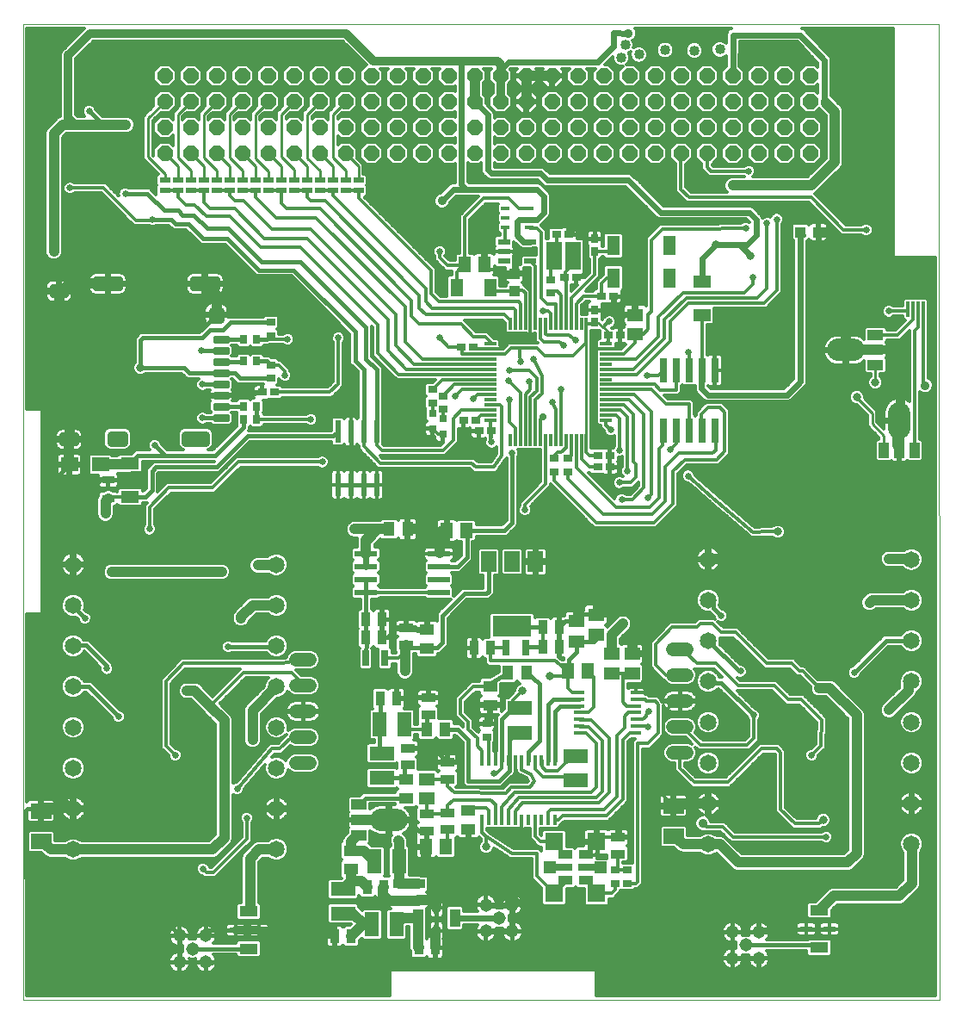
<source format=gtl>
G75*
%MOIN*%
%OFA0B0*%
%FSLAX24Y24*%
%IPPOS*%
%LPD*%
%AMOC8*
5,1,8,0,0,1.08239X$1,22.5*
%
%ADD10C,0.0000*%
%ADD11R,0.0700X0.0700*%
%ADD12R,0.0560X0.0350*%
%ADD13R,0.0450X0.0450*%
%ADD14R,0.0700X0.0280*%
%ADD15R,0.0413X0.0425*%
%ADD16R,0.0425X0.0413*%
%ADD17R,0.0364X0.0291*%
%ADD18R,0.0512X0.0591*%
%ADD19R,0.0472X0.0315*%
%ADD20R,0.0570X0.0360*%
%ADD21R,0.0650X0.0551*%
%ADD22R,0.0291X0.0364*%
%ADD23R,0.0360X0.0570*%
%ADD24R,0.0570X0.0440*%
%ADD25R,0.0440X0.0570*%
%ADD26R,0.0787X0.0591*%
%ADD27R,0.0630X0.0512*%
%ADD28R,0.0354X0.0157*%
%ADD29R,0.0591X0.0787*%
%ADD30R,0.1496X0.0787*%
%ADD31R,0.0866X0.0236*%
%ADD32R,0.0472X0.0709*%
%ADD33R,0.0551X0.0945*%
%ADD34R,0.0945X0.0551*%
%ADD35R,0.0709X0.0472*%
%ADD36R,0.0276X0.0591*%
%ADD37R,0.0315X0.0315*%
%ADD38C,0.0650*%
%ADD39R,0.0591X0.1063*%
%ADD40R,0.0512X0.0748*%
%ADD41R,0.0354X0.0276*%
%ADD42R,0.0591X0.0512*%
%ADD43R,0.0276X0.0354*%
%ADD44R,0.0400X0.0230*%
%ADD45C,0.0515*%
%ADD46C,0.0157*%
%ADD47C,0.0305*%
%ADD48C,0.0276*%
%ADD49R,0.0710X0.0410*%
%ADD50R,0.0490X0.0240*%
%ADD51R,0.0410X0.0710*%
%ADD52R,0.0240X0.0490*%
%ADD53OC8,0.0594*%
%ADD54R,0.0120X0.0390*%
%ADD55R,0.0394X0.0138*%
%ADD56R,0.0591X0.0394*%
%ADD57R,0.0787X0.0394*%
%ADD58C,0.0866*%
%ADD59R,0.0118X0.0472*%
%ADD60R,0.0472X0.0118*%
%ADD61R,0.0472X0.0217*%
%ADD62R,0.0240X0.0870*%
%ADD63R,0.0299X0.0945*%
%ADD64C,0.0520*%
%ADD65R,0.0394X0.0591*%
%ADD66R,0.0394X0.0787*%
%ADD67R,0.0118X0.0591*%
%ADD68C,0.0120*%
%ADD69C,0.0258*%
%ADD70C,0.0100*%
%ADD71C,0.0400*%
%ADD72C,0.0160*%
%ADD73C,0.0320*%
%ADD74C,0.0317*%
%ADD75C,0.0240*%
%ADD76C,0.0356*%
%ADD77C,0.0218*%
%ADD78C,0.2540*%
%ADD79C,0.0277*%
%ADD80C,0.0400*%
D10*
X000500Y000494D02*
X000500Y038246D01*
X035988Y038246D01*
X036008Y000494D01*
X000500Y000494D01*
D11*
X021073Y004600D03*
X022727Y004600D03*
X022727Y006600D03*
X021073Y006600D03*
D12*
X021500Y006100D03*
X022300Y006100D03*
X022300Y005100D03*
X021500Y005100D03*
D13*
X020923Y005600D03*
X022877Y005600D03*
D14*
X022350Y005600D03*
X021450Y005600D03*
D15*
X030619Y030199D03*
X031308Y030199D03*
D16*
X019550Y028594D03*
X019550Y027906D03*
D17*
X021464Y028450D03*
X021936Y028450D03*
X022902Y027716D03*
X023374Y027716D03*
X023164Y026200D03*
X023636Y026200D03*
X021636Y030100D03*
X021164Y030100D03*
X017936Y025766D03*
X017464Y025766D03*
X017564Y022900D03*
X018036Y022900D03*
X018164Y022500D03*
X018636Y022500D03*
X022764Y021550D03*
X022764Y021100D03*
X023236Y021100D03*
X023236Y021550D03*
X010236Y024000D03*
X009764Y024000D03*
D18*
X016926Y018650D03*
X017674Y018650D03*
X021626Y013200D03*
X022374Y013200D03*
X016874Y006400D03*
X016126Y006400D03*
X017626Y028950D03*
X018374Y028950D03*
D19*
X003800Y020604D03*
X003800Y019896D03*
D20*
X015350Y014870D03*
X015350Y014230D03*
X016200Y012170D03*
X016200Y011530D03*
X015400Y010220D03*
X015400Y009580D03*
X016950Y009670D03*
X016950Y009030D03*
X016950Y007720D03*
X016950Y007080D03*
X016150Y007030D03*
X016150Y007670D03*
X015800Y004970D03*
X015800Y004330D03*
X015100Y004330D03*
X015100Y004970D03*
X023550Y006130D03*
X023550Y006770D03*
D21*
X003500Y021200D03*
X002300Y021200D03*
D22*
X022650Y026714D03*
X022650Y027186D03*
X022650Y029464D03*
X022650Y029936D03*
D23*
X014420Y015200D03*
X013780Y015200D03*
X013780Y014500D03*
X014420Y014500D03*
X014330Y012150D03*
X014970Y012150D03*
X017980Y014100D03*
X018620Y014100D03*
X020630Y014150D03*
X021270Y014150D03*
X021270Y014900D03*
X020630Y014900D03*
X014470Y004850D03*
X013830Y004850D03*
X013220Y002950D03*
X012580Y002950D03*
X015830Y002500D03*
X016470Y002500D03*
D24*
X013200Y005540D03*
X013200Y006260D03*
X015350Y008290D03*
X015350Y009010D03*
X017750Y007810D03*
X017750Y007090D03*
X018600Y011890D03*
X018600Y012610D03*
X016150Y014090D03*
X016150Y014810D03*
D25*
X019290Y013150D03*
X020010Y013150D03*
X016860Y010950D03*
X016140Y010950D03*
X015410Y018700D03*
X014690Y018700D03*
D26*
X025700Y007991D03*
X025700Y006809D03*
X001200Y006609D03*
X001200Y007791D03*
D27*
X021950Y014356D03*
X021950Y015144D03*
X022700Y015394D03*
X022700Y014606D03*
D28*
X020113Y030376D03*
X020113Y031124D03*
X019187Y031124D03*
X019187Y030750D03*
X019187Y030376D03*
D29*
X019450Y017440D03*
X018544Y017440D03*
X020356Y017440D03*
D30*
X019450Y014960D03*
D31*
X016617Y016250D03*
X016617Y016750D03*
X016617Y017250D03*
X016617Y017750D03*
X013793Y017750D03*
X013793Y017250D03*
X013793Y016750D03*
X013793Y016250D03*
D32*
X017300Y028050D03*
X018600Y028050D03*
D33*
X015272Y011150D03*
X014328Y011150D03*
X014128Y005850D03*
X015072Y005850D03*
X014972Y003400D03*
X014028Y003400D03*
D34*
X012900Y003828D03*
X012900Y004772D03*
X014400Y009078D03*
X014400Y010022D03*
X019750Y010828D03*
X019750Y011772D03*
X021900Y009922D03*
X021900Y008978D03*
D35*
X026799Y026987D03*
X026799Y028286D03*
X004650Y021250D03*
X004650Y019950D03*
D36*
X013776Y013700D03*
X014524Y013700D03*
X019226Y014100D03*
X019974Y014100D03*
D37*
X016776Y022381D03*
X016370Y022586D03*
X016776Y022972D03*
X016370Y023177D03*
D38*
X010324Y017331D03*
X010324Y015757D03*
X010324Y014182D03*
X010324Y012607D03*
X010324Y011032D03*
X010324Y009457D03*
X010324Y007883D03*
X010324Y006308D03*
X002450Y006300D03*
X002450Y007883D03*
X002450Y009457D03*
X002450Y011032D03*
X002450Y012607D03*
X002450Y014182D03*
X002450Y015757D03*
X002450Y017331D03*
X027050Y017531D03*
X027050Y015957D03*
X027050Y014382D03*
X027050Y012807D03*
X027050Y011232D03*
X027050Y009657D03*
X027050Y008083D03*
X027050Y006500D03*
X034924Y006508D03*
X034924Y008083D03*
X034924Y009657D03*
X034924Y011232D03*
X034924Y012807D03*
X034924Y014382D03*
X034924Y015957D03*
X034924Y017531D03*
D39*
X021824Y029290D03*
X021076Y029290D03*
D40*
X023367Y029680D03*
X023367Y028420D03*
X025533Y028420D03*
X025533Y029680D03*
D41*
X020950Y028356D03*
X020950Y027844D03*
X016776Y023856D03*
X016370Y024107D03*
X016370Y023596D03*
X016776Y023344D03*
X021080Y021444D03*
X021080Y020933D03*
X021623Y020925D03*
X021623Y021437D03*
X018463Y011176D03*
X018463Y010664D03*
X023450Y005506D03*
X023450Y004994D03*
X023900Y004994D03*
X023900Y005506D03*
X010100Y024544D03*
X010100Y025056D03*
X010100Y026194D03*
X010100Y026706D03*
D42*
X023300Y013874D03*
X023300Y013126D03*
X024100Y013126D03*
X024100Y013874D03*
X016150Y009024D03*
X016150Y008276D03*
X024209Y026250D03*
X024209Y026998D03*
D43*
X009556Y026050D03*
X009044Y026050D03*
X009044Y025200D03*
X009556Y025200D03*
X009556Y023450D03*
X009556Y022950D03*
X009044Y022950D03*
X009044Y023450D03*
D44*
X009000Y031800D03*
X009000Y032200D03*
X008500Y032200D03*
X008500Y031800D03*
X008000Y031800D03*
X008000Y032200D03*
X007500Y032200D03*
X007500Y031800D03*
X007000Y031800D03*
X007000Y032200D03*
X006500Y032200D03*
X006500Y031800D03*
X006000Y031800D03*
X006000Y032200D03*
X009500Y032200D03*
X009500Y031800D03*
X010000Y031800D03*
X010000Y032200D03*
X010500Y032200D03*
X010500Y031800D03*
X011000Y031800D03*
X011000Y032200D03*
X011500Y032200D03*
X011500Y031800D03*
X012000Y031800D03*
X012000Y032200D03*
X012500Y032200D03*
X012500Y031800D03*
X013000Y031800D03*
X013000Y032200D03*
X013500Y032200D03*
X013500Y031800D03*
D45*
X018438Y004162D03*
X018950Y003650D03*
X019462Y003138D03*
X019462Y004162D03*
X018438Y003138D03*
X027988Y003112D03*
X028500Y002600D03*
X027988Y002088D03*
X029012Y002088D03*
X029012Y003112D03*
X007586Y002970D03*
X007074Y002458D03*
X006563Y001946D03*
X007586Y001946D03*
X006563Y002970D03*
D46*
X007941Y022939D02*
X007941Y023097D01*
X008415Y023097D01*
X008415Y022939D01*
X007941Y022939D01*
X007941Y023095D02*
X008415Y023095D01*
X007941Y023372D02*
X007941Y023530D01*
X008415Y023530D01*
X008415Y023372D01*
X007941Y023372D01*
X007941Y023528D02*
X008415Y023528D01*
X007941Y023805D02*
X007941Y023963D01*
X008415Y023963D01*
X008415Y023805D01*
X007941Y023805D01*
X007941Y023961D02*
X008415Y023961D01*
X007941Y024238D02*
X007941Y024396D01*
X008415Y024396D01*
X008415Y024238D01*
X007941Y024238D01*
X007941Y024394D02*
X008415Y024394D01*
X007941Y024671D02*
X007941Y024829D01*
X008415Y024829D01*
X008415Y024671D01*
X007941Y024671D01*
X007941Y024827D02*
X008415Y024827D01*
X007941Y025104D02*
X007941Y025262D01*
X008415Y025262D01*
X008415Y025104D01*
X007941Y025104D01*
X007941Y025260D02*
X008415Y025260D01*
X007941Y025537D02*
X007941Y025695D01*
X008415Y025695D01*
X008415Y025537D01*
X007941Y025537D01*
X007941Y025693D02*
X008415Y025693D01*
X008415Y025970D02*
X008415Y026128D01*
X008415Y025970D02*
X007941Y025970D01*
X007941Y026128D01*
X008415Y026128D01*
X008415Y026126D02*
X007941Y026126D01*
D47*
X007838Y026831D02*
X007838Y027157D01*
X008144Y027157D01*
X008144Y026831D01*
X007838Y026831D01*
X007838Y027135D02*
X008144Y027135D01*
X006795Y022358D02*
X006795Y022052D01*
X006795Y022358D02*
X007593Y022358D01*
X007593Y022052D01*
X006795Y022052D01*
X006795Y022356D02*
X007593Y022356D01*
X003902Y022358D02*
X003902Y022052D01*
X003902Y022358D02*
X004424Y022358D01*
X004424Y022052D01*
X003902Y022052D01*
X003902Y022356D02*
X004424Y022356D01*
D48*
X002057Y022312D02*
X002057Y022038D01*
X002057Y022312D02*
X002529Y022312D01*
X002529Y022038D01*
X002057Y022038D01*
X001663Y027786D02*
X001663Y028060D01*
X002135Y028060D01*
X002135Y027786D01*
X001663Y027786D01*
X003337Y028062D02*
X003337Y028336D01*
X004241Y028336D01*
X004241Y028062D01*
X003337Y028062D01*
X007096Y028062D02*
X007096Y028336D01*
X008000Y028336D01*
X008000Y028062D01*
X007096Y028062D01*
D49*
X009250Y003900D03*
X009250Y002460D03*
X031350Y002510D03*
X031350Y003950D03*
D50*
X031750Y003230D03*
X030850Y003230D03*
X009650Y003180D03*
X008750Y003180D03*
D51*
X015800Y003650D03*
X017240Y003650D03*
D52*
X016520Y004050D03*
X016520Y003150D03*
D53*
X017000Y033250D03*
X016000Y033250D03*
X016000Y034250D03*
X016000Y035250D03*
X017000Y035250D03*
X017000Y034250D03*
X018000Y034250D03*
X018000Y035250D03*
X018000Y036250D03*
X017000Y036250D03*
X016000Y036250D03*
X015000Y036250D03*
X015000Y035250D03*
X015000Y034250D03*
X015000Y033250D03*
X014000Y033250D03*
X014000Y034250D03*
X014000Y035250D03*
X014000Y036250D03*
X013000Y036250D03*
X012000Y036250D03*
X012000Y035250D03*
X012000Y034250D03*
X013000Y034250D03*
X013000Y035250D03*
X013000Y033250D03*
X012000Y033250D03*
X011000Y033250D03*
X011000Y034250D03*
X011000Y035250D03*
X011000Y036250D03*
X010000Y036250D03*
X010000Y035250D03*
X010000Y034250D03*
X010000Y033250D03*
X009000Y033250D03*
X008000Y033250D03*
X008000Y034250D03*
X008000Y035250D03*
X009000Y035250D03*
X009000Y034250D03*
X009000Y036250D03*
X008000Y036250D03*
X007000Y036250D03*
X007000Y035250D03*
X007000Y034250D03*
X007000Y033250D03*
X006000Y033250D03*
X006000Y034250D03*
X006000Y035250D03*
X006000Y036250D03*
X018000Y033250D03*
X019000Y033250D03*
X019000Y034250D03*
X019000Y035250D03*
X019000Y036250D03*
X020000Y036250D03*
X020000Y035250D03*
X020000Y034250D03*
X020000Y033250D03*
X021000Y033250D03*
X022000Y033250D03*
X022000Y034250D03*
X022000Y035250D03*
X021000Y035250D03*
X021000Y034250D03*
X021000Y036250D03*
X022000Y036250D03*
X023000Y036250D03*
X023000Y035250D03*
X023000Y034250D03*
X023000Y033250D03*
X024000Y033250D03*
X024000Y034250D03*
X024000Y035250D03*
X024000Y036250D03*
X025000Y036250D03*
X026000Y036250D03*
X026000Y035250D03*
X026000Y034250D03*
X025000Y034250D03*
X025000Y035250D03*
X025000Y033250D03*
X026000Y033250D03*
X027000Y033250D03*
X027000Y034250D03*
X027000Y035250D03*
X027000Y036250D03*
X028000Y036250D03*
X028000Y035250D03*
X028000Y034250D03*
X028000Y033250D03*
X029000Y033250D03*
X030000Y033250D03*
X030000Y034250D03*
X030000Y035250D03*
X029000Y035250D03*
X029000Y034250D03*
X029000Y036250D03*
X030000Y036250D03*
X031000Y036250D03*
X031000Y035250D03*
X031000Y034250D03*
X031000Y033250D03*
D54*
X021102Y009745D03*
X020846Y009745D03*
X020590Y009745D03*
X020334Y009745D03*
X020078Y009745D03*
X019822Y009745D03*
X019567Y009745D03*
X019311Y009745D03*
X019055Y009745D03*
X018799Y009745D03*
X018543Y009745D03*
X018287Y009745D03*
X018287Y007447D03*
X018543Y007447D03*
X018799Y007447D03*
X019055Y007447D03*
X019311Y007447D03*
X019567Y007447D03*
X019822Y007447D03*
X020078Y007447D03*
X020334Y007447D03*
X020590Y007447D03*
X020846Y007447D03*
X021102Y007447D03*
D55*
X022038Y010832D03*
X022038Y011088D03*
X022038Y011344D03*
X022038Y011600D03*
X022038Y011856D03*
X022038Y012112D03*
X022038Y012368D03*
X024262Y012368D03*
X024262Y012112D03*
X024262Y011856D03*
X024262Y011600D03*
X024262Y011344D03*
X024262Y011088D03*
X024262Y010832D03*
D56*
X013520Y008040D03*
X013520Y006860D03*
X033528Y025046D03*
X033528Y026226D03*
D57*
X033428Y025636D03*
X013620Y007450D03*
D58*
X014375Y007450D02*
X014965Y007450D01*
X032083Y025636D02*
X032673Y025636D01*
X034449Y023195D02*
X034449Y022605D01*
D59*
X022326Y022156D03*
X022130Y022156D03*
X021933Y022156D03*
X021736Y022156D03*
X021539Y022156D03*
X021342Y022156D03*
X021145Y022156D03*
X020948Y022156D03*
X020752Y022156D03*
X020555Y022156D03*
X020358Y022156D03*
X020161Y022156D03*
X019964Y022156D03*
X019767Y022156D03*
X019570Y022156D03*
X019374Y022156D03*
X019374Y026644D03*
X019570Y026644D03*
X019767Y026644D03*
X019964Y026644D03*
X020161Y026644D03*
X020358Y026644D03*
X020555Y026644D03*
X020752Y026644D03*
X020948Y026644D03*
X021145Y026644D03*
X021342Y026644D03*
X021539Y026644D03*
X021736Y026644D03*
X021933Y026644D03*
X022130Y026644D03*
X022326Y026644D03*
D60*
X023094Y025876D03*
X023094Y025680D03*
X023094Y025483D03*
X023094Y025286D03*
X023094Y025089D03*
X023094Y024892D03*
X023094Y024695D03*
X023094Y024498D03*
X023094Y024302D03*
X023094Y024105D03*
X023094Y023908D03*
X023094Y023711D03*
X023094Y023514D03*
X023094Y023317D03*
X023094Y023120D03*
X023094Y022924D03*
X018606Y022924D03*
X018606Y023120D03*
X018606Y023317D03*
X018606Y023514D03*
X018606Y023711D03*
X018606Y023908D03*
X018606Y024105D03*
X018606Y024302D03*
X018606Y024498D03*
X018606Y024695D03*
X018606Y024892D03*
X018606Y025089D03*
X018606Y025286D03*
X018606Y025483D03*
X018606Y025680D03*
X018606Y025876D03*
D61*
X019138Y029076D03*
X019138Y029450D03*
X019138Y029824D03*
X020162Y029824D03*
X020162Y029076D03*
D62*
X014200Y022480D03*
X013700Y022480D03*
X013200Y022480D03*
X012700Y022480D03*
X012700Y020420D03*
X013200Y020420D03*
X013700Y020420D03*
X014200Y020420D03*
D63*
X025302Y022528D03*
X025802Y022528D03*
X026302Y022528D03*
X026802Y022528D03*
X027302Y022528D03*
X027302Y024851D03*
X026802Y024851D03*
X026302Y024851D03*
X025802Y024851D03*
X025302Y024851D03*
D64*
X025690Y014050D02*
X026210Y014050D01*
X026210Y013050D02*
X025690Y013050D01*
X025690Y012050D02*
X026210Y012050D01*
X026210Y011050D02*
X025690Y011050D01*
X025690Y010050D02*
X026210Y010050D01*
X011610Y009650D02*
X011090Y009650D01*
X011090Y010650D02*
X011610Y010650D01*
X011610Y011650D02*
X011090Y011650D01*
X011090Y012650D02*
X011610Y012650D01*
X011610Y013650D02*
X011090Y013650D01*
D65*
X033859Y021750D03*
X035039Y021750D03*
D66*
X034449Y021850D03*
D67*
X034783Y027211D03*
X034980Y027211D03*
X035177Y027211D03*
X035374Y027211D03*
D68*
X035374Y024337D01*
X035449Y024262D01*
X035575Y024555D02*
X035575Y027294D01*
X035574Y027295D01*
X035574Y027564D01*
X035491Y027647D01*
X034666Y027647D01*
X034584Y027564D01*
X034584Y027337D01*
X034228Y027337D01*
X034200Y027364D01*
X034101Y027405D01*
X033994Y027405D01*
X033895Y027364D01*
X033819Y027289D01*
X033778Y027189D01*
X033778Y027082D01*
X033819Y026983D01*
X033895Y026907D01*
X033994Y026866D01*
X034101Y026866D01*
X034200Y026907D01*
X034228Y026935D01*
X034584Y026935D01*
X034584Y026857D01*
X034666Y026775D01*
X034670Y026775D01*
X034303Y026407D01*
X033964Y026407D01*
X033964Y026481D01*
X033882Y026564D01*
X033174Y026564D01*
X033092Y026481D01*
X033092Y026056D01*
X033060Y026088D01*
X032984Y026143D01*
X032901Y026185D01*
X032812Y026214D01*
X032720Y026229D01*
X032438Y026229D01*
X032438Y025696D01*
X032318Y025696D01*
X032318Y026229D01*
X032036Y026229D01*
X031944Y026214D01*
X031855Y026185D01*
X031772Y026143D01*
X031696Y026088D01*
X031630Y026022D01*
X031575Y025947D01*
X031533Y025863D01*
X031504Y025775D01*
X031492Y025696D01*
X032318Y025696D01*
X032318Y025576D01*
X031492Y025576D01*
X031504Y025497D01*
X031533Y025408D01*
X031575Y025325D01*
X031630Y025249D01*
X031696Y025183D01*
X031772Y025129D01*
X031855Y025086D01*
X031944Y025057D01*
X032036Y025043D01*
X032318Y025043D01*
X032318Y025576D01*
X032438Y025576D01*
X032438Y025696D01*
X032874Y025696D01*
X032874Y025674D01*
X033390Y025674D01*
X033390Y025597D01*
X032874Y025597D01*
X032874Y025576D01*
X032438Y025576D01*
X032438Y025043D01*
X032720Y025043D01*
X032812Y025057D01*
X032901Y025086D01*
X032984Y025129D01*
X033060Y025183D01*
X033092Y025216D01*
X033092Y024791D01*
X033174Y024708D01*
X033333Y024708D01*
X033333Y024612D01*
X033270Y024549D01*
X033224Y024439D01*
X033224Y024320D01*
X033270Y024210D01*
X033354Y024126D01*
X033464Y024081D01*
X033583Y024081D01*
X033693Y024126D01*
X033777Y024210D01*
X033823Y024320D01*
X033823Y024439D01*
X033777Y024549D01*
X033714Y024612D01*
X033714Y024708D01*
X033882Y024708D01*
X033964Y024791D01*
X033964Y025301D01*
X033937Y025328D01*
X033950Y025341D01*
X033971Y025377D01*
X033982Y025418D01*
X033982Y025597D01*
X033466Y025597D01*
X033466Y025674D01*
X033982Y025674D01*
X033982Y025854D01*
X033971Y025894D01*
X033950Y025931D01*
X033937Y025944D01*
X033964Y025971D01*
X033964Y026006D01*
X034469Y026006D01*
X034587Y026124D01*
X034838Y026375D01*
X034838Y023644D01*
X034835Y023647D01*
X034760Y023702D01*
X034676Y023745D01*
X034588Y023773D01*
X034509Y023786D01*
X034509Y022960D01*
X034389Y022960D01*
X034389Y023786D01*
X034310Y023773D01*
X034221Y023745D01*
X034138Y023702D01*
X034062Y023647D01*
X033996Y023581D01*
X033942Y023506D01*
X033899Y023423D01*
X033870Y023334D01*
X033856Y023242D01*
X033856Y022960D01*
X034389Y022960D01*
X034389Y022840D01*
X033856Y022840D01*
X033856Y022585D01*
X033592Y022849D01*
X033592Y023274D01*
X033481Y023386D01*
X033098Y023768D01*
X033098Y023876D01*
X033053Y023986D01*
X032969Y024071D01*
X032859Y024116D01*
X032740Y024116D01*
X032630Y024071D01*
X032546Y023986D01*
X032500Y023876D01*
X032500Y023757D01*
X032546Y023647D01*
X032630Y023563D01*
X032740Y023518D01*
X032809Y023518D01*
X033211Y023116D01*
X033211Y022691D01*
X033652Y022250D01*
X033652Y022186D01*
X033604Y022186D01*
X033521Y022103D01*
X033521Y021396D01*
X033604Y021314D01*
X034114Y021314D01*
X034141Y021341D01*
X034154Y021328D01*
X034190Y021307D01*
X034231Y021296D01*
X034410Y021296D01*
X034410Y021811D01*
X034487Y021811D01*
X034487Y021296D01*
X034667Y021296D01*
X034707Y021307D01*
X034744Y021328D01*
X034757Y021341D01*
X034784Y021314D01*
X035294Y021314D01*
X035377Y021396D01*
X035377Y022103D01*
X035294Y022186D01*
X035240Y022186D01*
X035240Y024020D01*
X035268Y023992D01*
X035385Y023943D01*
X035512Y023943D01*
X035629Y023992D01*
X035719Y024081D01*
X035768Y024198D01*
X035768Y024325D01*
X035719Y024442D01*
X035629Y024532D01*
X035575Y024555D01*
X035625Y024534D02*
X035835Y024534D01*
X035835Y024416D02*
X035730Y024416D01*
X035768Y024297D02*
X035835Y024297D01*
X035836Y024179D02*
X035759Y024179D01*
X035698Y024060D02*
X035836Y024060D01*
X035836Y023942D02*
X035240Y023942D01*
X035240Y023823D02*
X035836Y023823D01*
X035836Y023705D02*
X035240Y023705D01*
X035240Y023586D02*
X035836Y023586D01*
X035836Y023468D02*
X035240Y023468D01*
X035240Y023349D02*
X035836Y023349D01*
X035836Y023231D02*
X035240Y023231D01*
X035240Y023112D02*
X035836Y023112D01*
X035836Y022994D02*
X035240Y022994D01*
X035240Y022875D02*
X035836Y022875D01*
X035836Y022757D02*
X035240Y022757D01*
X035240Y022638D02*
X035836Y022638D01*
X035836Y022520D02*
X035240Y022520D01*
X035240Y022401D02*
X035836Y022401D01*
X035837Y022283D02*
X035240Y022283D01*
X035316Y022164D02*
X035837Y022164D01*
X035837Y022046D02*
X035377Y022046D01*
X035377Y021927D02*
X035837Y021927D01*
X035837Y021809D02*
X035377Y021809D01*
X035377Y021690D02*
X035837Y021690D01*
X035837Y021572D02*
X035377Y021572D01*
X035377Y021453D02*
X035837Y021453D01*
X035837Y021335D02*
X035315Y021335D01*
X035039Y021750D02*
X035039Y026376D01*
X035181Y026518D01*
X035181Y027207D01*
X035177Y027211D01*
X034980Y027211D02*
X034980Y026801D01*
X034386Y026207D01*
X033547Y026207D01*
X033528Y026226D01*
X033092Y026193D02*
X032877Y026193D01*
X033073Y026075D02*
X033092Y026075D01*
X033092Y026312D02*
X030880Y026312D01*
X030880Y026430D02*
X033092Y026430D01*
X033159Y026549D02*
X030880Y026549D01*
X030880Y026667D02*
X034562Y026667D01*
X034655Y026786D02*
X030880Y026786D01*
X030880Y026904D02*
X033902Y026904D01*
X033802Y027023D02*
X030880Y027023D01*
X030880Y027141D02*
X033778Y027141D01*
X033807Y027260D02*
X030880Y027260D01*
X030880Y027378D02*
X033928Y027378D01*
X034167Y027378D02*
X034584Y027378D01*
X034584Y027497D02*
X030880Y027497D01*
X030880Y027615D02*
X034635Y027615D01*
X034783Y027211D02*
X034709Y027136D01*
X034047Y027136D01*
X034192Y026904D02*
X034584Y026904D01*
X034444Y026549D02*
X033896Y026549D01*
X033964Y026430D02*
X034325Y026430D01*
X034656Y026193D02*
X034838Y026193D01*
X034838Y026075D02*
X034538Y026075D01*
X034838Y025956D02*
X033949Y025956D01*
X033982Y025838D02*
X034838Y025838D01*
X034838Y025719D02*
X033982Y025719D01*
X033982Y025482D02*
X034838Y025482D01*
X034838Y025364D02*
X033963Y025364D01*
X033964Y025245D02*
X034838Y025245D01*
X034838Y025127D02*
X033964Y025127D01*
X033964Y025008D02*
X034838Y025008D01*
X034838Y024890D02*
X033964Y024890D01*
X033944Y024771D02*
X034838Y024771D01*
X034838Y024653D02*
X033714Y024653D01*
X033784Y024534D02*
X034838Y024534D01*
X034838Y024416D02*
X033823Y024416D01*
X033813Y024297D02*
X034838Y024297D01*
X034838Y024179D02*
X033745Y024179D01*
X034143Y023705D02*
X033162Y023705D01*
X033098Y023823D02*
X034838Y023823D01*
X034838Y023705D02*
X034755Y023705D01*
X034509Y023705D02*
X034389Y023705D01*
X034389Y023586D02*
X034509Y023586D01*
X034509Y023468D02*
X034389Y023468D01*
X034389Y023349D02*
X034509Y023349D01*
X034509Y023231D02*
X034389Y023231D01*
X034389Y023112D02*
X034509Y023112D01*
X034509Y022994D02*
X034389Y022994D01*
X034389Y022875D02*
X033592Y022875D01*
X033592Y022994D02*
X033856Y022994D01*
X033856Y023112D02*
X033592Y023112D01*
X033592Y023231D02*
X033856Y023231D01*
X033875Y023349D02*
X033517Y023349D01*
X033399Y023468D02*
X033922Y023468D01*
X034001Y023586D02*
X033280Y023586D01*
X032978Y023349D02*
X027850Y023349D01*
X027886Y023313D02*
X027709Y023491D01*
X027591Y023608D01*
X026956Y023608D01*
X026689Y023340D01*
X026571Y023223D01*
X026571Y023118D01*
X026552Y023099D01*
X026510Y023141D01*
X026503Y023141D01*
X026503Y023630D01*
X026385Y023747D01*
X025491Y023747D01*
X025347Y023892D01*
X025720Y023892D01*
X025721Y023891D01*
X025804Y023892D01*
X025886Y023892D01*
X025887Y023892D01*
X025945Y023951D01*
X026004Y024009D01*
X026004Y024010D01*
X026004Y024010D01*
X026004Y024093D01*
X026004Y024176D01*
X026004Y024176D01*
X026003Y024238D01*
X026010Y024238D01*
X026052Y024280D01*
X026094Y024238D01*
X026510Y024238D01*
X026535Y024262D01*
X026535Y024088D01*
X026574Y023992D01*
X026648Y023919D01*
X026892Y023675D01*
X026988Y023635D01*
X030150Y023635D01*
X030246Y023675D01*
X030840Y024269D01*
X030880Y024365D01*
X030880Y029846D01*
X030884Y029846D01*
X030956Y029918D01*
X030974Y029888D01*
X031003Y029859D01*
X031040Y029838D01*
X031081Y029827D01*
X031265Y029827D01*
X031265Y030156D01*
X031352Y030156D01*
X031352Y030243D01*
X031265Y030243D01*
X031265Y030572D01*
X031081Y030572D01*
X031040Y030561D01*
X031003Y030540D01*
X030974Y030510D01*
X030956Y030480D01*
X030884Y030553D01*
X030354Y030553D01*
X030272Y030470D01*
X030272Y029928D01*
X030354Y029846D01*
X030359Y029846D01*
X030359Y024525D01*
X029990Y024156D01*
X027147Y024156D01*
X027056Y024248D01*
X027056Y024249D01*
X027091Y024229D01*
X027131Y024218D01*
X027287Y024218D01*
X027287Y024836D01*
X027317Y024836D01*
X027317Y024866D01*
X027287Y024866D01*
X027287Y025483D01*
X027131Y025483D01*
X027091Y025472D01*
X027054Y025451D01*
X027038Y025435D01*
X027010Y025464D01*
X027003Y025464D01*
X027003Y026610D01*
X027212Y026610D01*
X027294Y026693D01*
X027294Y027258D01*
X029296Y027258D01*
X029792Y027754D01*
X029909Y027872D01*
X029909Y030518D01*
X029937Y030546D01*
X029978Y030645D01*
X029978Y030752D01*
X029937Y030852D01*
X029861Y030927D01*
X029762Y030968D01*
X029655Y030968D01*
X029556Y030927D01*
X029480Y030852D01*
X029449Y030775D01*
X029373Y030807D01*
X029265Y030807D01*
X029166Y030766D01*
X029157Y030756D01*
X029123Y030839D01*
X028851Y031110D01*
X028778Y031184D01*
X028682Y031223D01*
X025313Y031223D01*
X024335Y032201D01*
X024262Y032274D01*
X024248Y032280D01*
X024162Y032366D01*
X024089Y032440D01*
X023993Y032479D01*
X020907Y032479D01*
X020768Y032618D01*
X020695Y032691D01*
X020599Y032731D01*
X018765Y032731D01*
X018765Y032867D01*
X018819Y032812D01*
X019181Y032812D01*
X019438Y033069D01*
X019438Y033431D01*
X019181Y033688D01*
X018819Y033688D01*
X018765Y033633D01*
X018765Y033867D01*
X018819Y033812D01*
X019181Y033812D01*
X019438Y034069D01*
X019438Y034431D01*
X019181Y034688D01*
X018819Y034688D01*
X018765Y034633D01*
X018765Y034798D01*
X018725Y034894D01*
X018438Y035181D01*
X018438Y035431D01*
X018341Y035528D01*
X018341Y035972D01*
X018438Y036069D01*
X018438Y036431D01*
X018353Y036516D01*
X018647Y036516D01*
X018562Y036431D01*
X018562Y036069D01*
X018699Y035932D01*
X018699Y035568D01*
X018562Y035431D01*
X018562Y035069D01*
X018819Y034812D01*
X019181Y034812D01*
X019438Y035069D01*
X019438Y035431D01*
X019301Y035568D01*
X019301Y035932D01*
X019438Y036069D01*
X019438Y036431D01*
X019372Y036497D01*
X019407Y036533D01*
X019637Y036533D01*
X019543Y036439D01*
X019543Y036288D01*
X019962Y036288D01*
X019962Y036212D01*
X020038Y036212D01*
X020038Y036288D01*
X020457Y036288D01*
X020457Y036439D01*
X020363Y036533D01*
X020637Y036533D01*
X020543Y036439D01*
X020543Y036288D01*
X020962Y036288D01*
X020962Y036212D01*
X021038Y036212D01*
X021038Y036288D01*
X021457Y036288D01*
X021457Y036439D01*
X021363Y036533D01*
X021664Y036533D01*
X021562Y036431D01*
X021562Y036069D01*
X021819Y035812D01*
X022181Y035812D01*
X022438Y036069D01*
X022438Y036431D01*
X022336Y036533D01*
X022664Y036533D01*
X022562Y036431D01*
X022562Y036069D01*
X022819Y035812D01*
X023181Y035812D01*
X023438Y036069D01*
X023438Y036431D01*
X023181Y036688D01*
X023050Y036688D01*
X023336Y036974D01*
X023336Y036895D01*
X023388Y036770D01*
X023484Y036674D01*
X023609Y036622D01*
X023745Y036622D01*
X023759Y036628D01*
X023562Y036431D01*
X023562Y036069D01*
X023819Y035812D01*
X024181Y035812D01*
X024438Y036069D01*
X024438Y036431D01*
X024181Y036688D01*
X023884Y036688D01*
X023966Y036770D01*
X024018Y036895D01*
X024018Y037030D01*
X023974Y037137D01*
X024024Y037158D01*
X024042Y037176D01*
X024025Y037137D01*
X024025Y037001D01*
X024077Y036876D01*
X024173Y036780D01*
X024298Y036728D01*
X024434Y036728D01*
X024559Y036780D01*
X024655Y036876D01*
X024707Y037001D01*
X024707Y037137D01*
X024655Y037262D01*
X024559Y037358D01*
X024434Y037410D01*
X024298Y037410D01*
X024173Y037358D01*
X024155Y037340D01*
X024171Y037379D01*
X024171Y037515D01*
X024128Y037620D01*
X024141Y037625D01*
X024231Y037715D01*
X024279Y037832D01*
X024279Y037959D01*
X024231Y038076D01*
X024221Y038086D01*
X027934Y038086D01*
X027904Y038074D01*
X027857Y038054D01*
X027857Y038054D01*
X027856Y038054D01*
X027820Y038017D01*
X027783Y037981D01*
X027783Y037981D01*
X027783Y037980D01*
X027763Y037933D01*
X027743Y037885D01*
X027743Y037885D01*
X027743Y037885D01*
X027743Y037833D01*
X027742Y037513D01*
X027693Y037562D01*
X027568Y037614D01*
X027432Y037614D01*
X027307Y037562D01*
X027211Y037467D01*
X027159Y037341D01*
X027159Y037206D01*
X027211Y037081D01*
X027307Y036985D01*
X027432Y036933D01*
X027568Y036933D01*
X027693Y036985D01*
X027741Y037033D01*
X027740Y036609D01*
X027562Y036431D01*
X027562Y036069D01*
X027819Y035812D01*
X028181Y035812D01*
X028438Y036069D01*
X028438Y036431D01*
X028262Y036607D01*
X028264Y037572D01*
X030505Y037572D01*
X031294Y036733D01*
X031294Y036574D01*
X031181Y036688D01*
X030819Y036688D01*
X030562Y036431D01*
X030562Y036069D01*
X030819Y035812D01*
X031181Y035812D01*
X031294Y035926D01*
X031294Y035574D01*
X031181Y035688D01*
X030819Y035688D01*
X030562Y035431D01*
X030562Y035069D01*
X030819Y034812D01*
X031181Y034812D01*
X031346Y034977D01*
X031600Y034723D01*
X031600Y033053D01*
X030894Y032347D01*
X028793Y032347D01*
X028847Y032400D01*
X028888Y032500D01*
X028888Y032607D01*
X028847Y032706D01*
X028771Y032782D01*
X028672Y032823D01*
X028564Y032823D01*
X028465Y032782D01*
X028438Y032754D01*
X027229Y032754D01*
X027197Y032786D01*
X027197Y032828D01*
X027438Y033069D01*
X027438Y033431D01*
X027181Y033688D01*
X026819Y033688D01*
X026562Y033431D01*
X026562Y033069D01*
X026795Y032836D01*
X026795Y032620D01*
X026913Y032502D01*
X027063Y032352D01*
X028438Y032352D01*
X028443Y032347D01*
X027928Y032347D01*
X027803Y032295D01*
X027707Y032199D01*
X027655Y032074D01*
X027655Y031938D01*
X027707Y031813D01*
X027778Y031742D01*
X026390Y031742D01*
X026193Y031939D01*
X026193Y032824D01*
X026438Y033069D01*
X026438Y033431D01*
X026181Y033688D01*
X025819Y033688D01*
X025562Y033431D01*
X025562Y033069D01*
X025791Y032840D01*
X025791Y031773D01*
X025909Y031656D01*
X026224Y031341D01*
X030956Y031341D01*
X032212Y030085D01*
X032989Y030085D01*
X033017Y030057D01*
X033116Y030016D01*
X033223Y030016D01*
X033322Y030057D01*
X033398Y030133D01*
X033439Y030232D01*
X033439Y030339D01*
X033398Y030438D01*
X033322Y030514D01*
X033223Y030555D01*
X033116Y030555D01*
X033017Y030514D01*
X032989Y030486D01*
X032378Y030486D01*
X031171Y031693D01*
X031228Y031717D01*
X032134Y032623D01*
X032230Y032718D01*
X032282Y032844D01*
X032282Y034932D01*
X032230Y035057D01*
X031816Y035471D01*
X031816Y036833D01*
X031817Y036880D01*
X031816Y036884D01*
X031816Y036888D01*
X031798Y036933D01*
X031781Y036977D01*
X034200Y036977D01*
X034200Y037095D02*
X031670Y037095D01*
X031742Y037018D02*
X030841Y037977D01*
X030839Y037980D01*
X030805Y038014D01*
X030772Y038049D01*
X030769Y038051D01*
X030766Y038054D01*
X030722Y038072D01*
X030690Y038086D01*
X034200Y038086D01*
X034200Y029200D01*
X035833Y029200D01*
X035848Y000654D01*
X022700Y000654D01*
X022700Y001650D01*
X014700Y001650D01*
X014700Y000654D01*
X000660Y000654D01*
X000660Y007429D01*
X000678Y007397D01*
X000708Y007367D01*
X000745Y007346D01*
X000785Y007335D01*
X001140Y007335D01*
X001140Y007731D01*
X001260Y007731D01*
X001260Y007851D01*
X001140Y007851D01*
X001140Y008246D01*
X000785Y008246D01*
X000745Y008235D01*
X000708Y008214D01*
X000678Y008184D01*
X000660Y008152D01*
X000660Y015400D01*
X001250Y015400D01*
X001250Y023350D01*
X000660Y023350D01*
X000660Y038086D01*
X002883Y038086D01*
X002090Y037292D01*
X002005Y037208D01*
X001959Y037097D01*
X001959Y034681D01*
X001857Y034639D01*
X001507Y034289D01*
X001411Y034193D01*
X001359Y034068D01*
X001359Y029382D01*
X001411Y029257D01*
X001507Y029161D01*
X001632Y029109D01*
X001768Y029109D01*
X001893Y029161D01*
X001989Y029257D01*
X002041Y029382D01*
X002041Y033859D01*
X002191Y034009D01*
X004561Y034009D01*
X004687Y034061D01*
X004783Y034157D01*
X004834Y034282D01*
X004834Y034418D01*
X004783Y034543D01*
X004687Y034639D01*
X004561Y034691D01*
X003572Y034691D01*
X003337Y034926D01*
X003337Y034937D01*
X003295Y035037D01*
X003220Y035112D01*
X003121Y035153D01*
X003013Y035153D01*
X002914Y035112D01*
X002838Y035037D01*
X002797Y034937D01*
X002797Y034830D01*
X002838Y034731D01*
X002879Y034691D01*
X002612Y034691D01*
X002561Y034742D01*
X002561Y036913D01*
X003243Y037595D01*
X012891Y037595D01*
X013809Y036677D01*
X013562Y036431D01*
X013562Y036069D01*
X013819Y035812D01*
X014181Y035812D01*
X014438Y036069D01*
X014438Y036431D01*
X014353Y036516D01*
X014647Y036516D01*
X014562Y036431D01*
X014562Y036069D01*
X014819Y035812D01*
X015181Y035812D01*
X015438Y036069D01*
X015438Y036431D01*
X015353Y036516D01*
X015647Y036516D01*
X015562Y036431D01*
X015562Y036069D01*
X015819Y035812D01*
X016181Y035812D01*
X016438Y036069D01*
X016438Y036431D01*
X016353Y036516D01*
X016647Y036516D01*
X016562Y036431D01*
X016562Y036069D01*
X016819Y035812D01*
X017181Y035812D01*
X017231Y035863D01*
X017231Y035637D01*
X017181Y035688D01*
X016819Y035688D01*
X016562Y035431D01*
X016562Y035069D01*
X016819Y034812D01*
X017181Y034812D01*
X017231Y034863D01*
X017231Y034637D01*
X017181Y034688D01*
X016819Y034688D01*
X016562Y034431D01*
X016562Y034069D01*
X016819Y033812D01*
X017181Y033812D01*
X017231Y033863D01*
X017231Y033637D01*
X017181Y033688D01*
X016819Y033688D01*
X016562Y033431D01*
X016562Y033069D01*
X016819Y032812D01*
X017181Y032812D01*
X017231Y032863D01*
X017231Y032117D01*
X017133Y032117D01*
X017037Y032077D01*
X016690Y031730D01*
X016677Y031730D01*
X016560Y031682D01*
X016470Y031592D01*
X016421Y031475D01*
X016421Y031348D01*
X016470Y031231D01*
X016560Y031141D01*
X016677Y031093D01*
X016804Y031093D01*
X016921Y031141D01*
X017010Y031231D01*
X017059Y031348D01*
X017059Y031362D01*
X017293Y031596D01*
X018162Y031596D01*
X018149Y031583D01*
X017425Y030859D01*
X017425Y029386D01*
X017312Y029386D01*
X017229Y029304D01*
X017229Y029101D01*
X017033Y029101D01*
X016858Y029276D01*
X016879Y029297D01*
X016920Y029396D01*
X016920Y029504D01*
X016879Y029603D01*
X016803Y029679D01*
X016704Y029720D01*
X016596Y029720D01*
X016497Y029679D01*
X016421Y029603D01*
X016380Y029504D01*
X016380Y029396D01*
X016421Y029297D01*
X016449Y029269D01*
X016449Y029117D01*
X016749Y028817D01*
X016867Y028699D01*
X017099Y028699D01*
X017099Y028545D01*
X017006Y028545D01*
X016923Y028463D01*
X016923Y027701D01*
X016683Y027701D01*
X016501Y027883D01*
X016501Y028783D01*
X013740Y031544D01*
X013758Y031544D01*
X013841Y031627D01*
X013841Y031973D01*
X013814Y032000D01*
X013841Y032027D01*
X013841Y032373D01*
X013758Y032456D01*
X013691Y032456D01*
X013691Y032829D01*
X013438Y033082D01*
X013438Y033431D01*
X013181Y033688D01*
X012819Y033688D01*
X012699Y033567D01*
X012699Y033933D01*
X012819Y033812D01*
X013181Y033812D01*
X013438Y034069D01*
X013438Y034431D01*
X013181Y034688D01*
X012819Y034688D01*
X012699Y034567D01*
X012699Y034679D01*
X012832Y034812D01*
X013181Y034812D01*
X013438Y035069D01*
X013438Y035431D01*
X013181Y035688D01*
X012819Y035688D01*
X012562Y035431D01*
X012562Y035082D01*
X012317Y034837D01*
X012317Y034552D01*
X012181Y034688D01*
X011819Y034688D01*
X011703Y034571D01*
X011703Y034683D01*
X011832Y034812D01*
X012181Y034812D01*
X012438Y035069D01*
X012438Y035431D01*
X012181Y035688D01*
X011819Y035688D01*
X011562Y035431D01*
X011562Y035082D01*
X011321Y034841D01*
X011321Y034548D01*
X011181Y034688D01*
X010819Y034688D01*
X010703Y034571D01*
X010703Y034683D01*
X010832Y034812D01*
X011181Y034812D01*
X011438Y035069D01*
X011438Y035431D01*
X011181Y035688D01*
X010819Y035688D01*
X010562Y035431D01*
X010562Y035082D01*
X010321Y034841D01*
X010321Y034548D01*
X010181Y034688D01*
X009819Y034688D01*
X009695Y034563D01*
X009695Y034675D01*
X009832Y034812D01*
X010181Y034812D01*
X010438Y035069D01*
X010438Y035431D01*
X010181Y035688D01*
X009819Y035688D01*
X009562Y035431D01*
X009562Y035082D01*
X009313Y034833D01*
X009313Y034556D01*
X009181Y034688D01*
X008819Y034688D01*
X008687Y034556D01*
X008687Y034667D01*
X008832Y034812D01*
X009181Y034812D01*
X009438Y035069D01*
X009438Y035431D01*
X009181Y035688D01*
X008819Y035688D01*
X008562Y035431D01*
X008562Y035082D01*
X008305Y034825D01*
X008305Y034563D01*
X008181Y034688D01*
X007819Y034688D01*
X007691Y034560D01*
X007691Y034671D01*
X007832Y034812D01*
X008181Y034812D01*
X008438Y035069D01*
X008438Y035431D01*
X008181Y035688D01*
X007819Y035688D01*
X007562Y035431D01*
X007562Y035082D01*
X007309Y034829D01*
X007309Y034560D01*
X007181Y034688D01*
X006819Y034688D01*
X006695Y034563D01*
X006695Y034675D01*
X006832Y034812D01*
X007181Y034812D01*
X007438Y035069D01*
X007438Y035431D01*
X007181Y035688D01*
X006819Y035688D01*
X006562Y035431D01*
X006562Y035082D01*
X006313Y034833D01*
X006313Y034556D01*
X006181Y034688D01*
X005819Y034688D01*
X005562Y034431D01*
X005562Y034069D01*
X005819Y033812D01*
X006181Y033812D01*
X006313Y033944D01*
X006313Y033556D01*
X006181Y033688D01*
X005819Y033688D01*
X005562Y033431D01*
X005562Y033158D01*
X005541Y033179D01*
X005541Y034521D01*
X005832Y034812D01*
X006181Y034812D01*
X006438Y035069D01*
X006438Y035431D01*
X006181Y035688D01*
X005819Y035688D01*
X005562Y035431D01*
X005562Y035082D01*
X005160Y034679D01*
X005160Y033021D01*
X005271Y032910D01*
X005734Y032448D01*
X005659Y032373D01*
X005659Y032027D01*
X005686Y032000D01*
X005659Y031973D01*
X005659Y031663D01*
X005414Y031908D01*
X004625Y031908D01*
X004617Y031916D01*
X004518Y031957D01*
X004411Y031957D01*
X004312Y031916D01*
X004236Y031840D01*
X004195Y031741D01*
X004195Y031633D01*
X004208Y031601D01*
X003705Y032104D01*
X002499Y032104D01*
X002472Y032132D01*
X002373Y032173D01*
X002265Y032173D01*
X002166Y032132D01*
X002090Y032056D01*
X002049Y031957D01*
X002049Y031850D01*
X002090Y031751D01*
X002166Y031675D01*
X002265Y031634D01*
X002373Y031634D01*
X002472Y031675D01*
X002499Y031703D01*
X003539Y031703D01*
X004681Y030561D01*
X004681Y030561D01*
X004799Y030443D01*
X005367Y030443D01*
X005466Y030402D01*
X005573Y030402D01*
X005672Y030443D01*
X005680Y030451D01*
X006153Y030451D01*
X006310Y030293D01*
X006818Y030293D01*
X007397Y029714D01*
X008330Y029714D01*
X009539Y028506D01*
X010901Y028506D01*
X013157Y026249D01*
X013157Y025127D01*
X013287Y024998D01*
X013479Y024805D01*
X013479Y023013D01*
X013459Y022993D01*
X013448Y023013D01*
X013418Y023043D01*
X013382Y023064D01*
X013341Y023075D01*
X013200Y023075D01*
X013200Y022480D01*
X013197Y022483D01*
X013197Y024270D01*
X013479Y024297D02*
X012913Y024297D01*
X012913Y024242D02*
X012913Y025920D01*
X012949Y025956D01*
X013157Y025956D01*
X013157Y025838D02*
X012913Y025838D01*
X012913Y025719D02*
X013157Y025719D01*
X013157Y025601D02*
X012913Y025601D01*
X012913Y025482D02*
X013157Y025482D01*
X013157Y025364D02*
X012913Y025364D01*
X012913Y025245D02*
X013157Y025245D01*
X013158Y025127D02*
X012913Y025127D01*
X012913Y025008D02*
X013276Y025008D01*
X013395Y024890D02*
X012913Y024890D01*
X012913Y024771D02*
X013479Y024771D01*
X013479Y024653D02*
X012913Y024653D01*
X012913Y024534D02*
X013479Y024534D01*
X013479Y024416D02*
X012913Y024416D01*
X012913Y024242D02*
X012796Y024124D01*
X012471Y023799D01*
X010559Y023799D01*
X010559Y023796D01*
X010477Y023714D01*
X010022Y023714D01*
X010008Y023705D01*
X009967Y023694D01*
X009826Y023694D01*
X009834Y023685D01*
X009834Y023215D01*
X009820Y023200D01*
X009834Y023185D01*
X009834Y023151D01*
X011469Y023151D01*
X011497Y023179D01*
X011596Y023220D01*
X011704Y023220D01*
X011803Y023179D01*
X011879Y023103D01*
X011920Y023004D01*
X011920Y022896D01*
X011879Y022797D01*
X011803Y022721D01*
X011704Y022680D01*
X011596Y022680D01*
X011497Y022721D01*
X011469Y022749D01*
X009834Y022749D01*
X009834Y022715D01*
X009752Y022632D01*
X009360Y022632D01*
X009300Y022692D01*
X009271Y022663D01*
X009271Y022652D01*
X009272Y022563D01*
X009271Y022561D01*
X009271Y022559D01*
X009233Y022521D01*
X012429Y022521D01*
X012439Y022531D01*
X012439Y022973D01*
X012522Y023056D01*
X012878Y023056D01*
X012941Y022993D01*
X012952Y023013D01*
X012982Y023043D01*
X013018Y023064D01*
X013059Y023075D01*
X013200Y023075D01*
X013200Y022480D01*
X013200Y022480D01*
X013200Y021885D01*
X013341Y021885D01*
X013382Y021896D01*
X013418Y021917D01*
X013448Y021947D01*
X013459Y021967D01*
X013499Y021927D01*
X013428Y021927D01*
X013499Y021927D02*
X013499Y021817D01*
X013617Y021699D01*
X014261Y021055D01*
X017811Y021055D01*
X017849Y021017D01*
X017967Y020899D01*
X018689Y020899D01*
X018708Y020887D01*
X018770Y020899D01*
X018833Y020899D01*
X018849Y020915D01*
X018871Y020919D01*
X018906Y020972D01*
X018951Y021017D01*
X018951Y021039D01*
X019206Y021422D01*
X019229Y021445D01*
X019229Y019041D01*
X019059Y018871D01*
X018071Y018871D01*
X018071Y019004D01*
X017988Y019086D01*
X017360Y019086D01*
X017313Y019039D01*
X017310Y019044D01*
X017280Y019073D01*
X017244Y019094D01*
X017203Y019105D01*
X016986Y019105D01*
X016986Y018710D01*
X016866Y018710D01*
X016866Y019105D01*
X016649Y019105D01*
X016608Y019094D01*
X016572Y019073D01*
X016542Y019044D01*
X016521Y019007D01*
X016510Y018966D01*
X016510Y018710D01*
X016866Y018710D01*
X016866Y018590D01*
X016986Y018590D01*
X016986Y018195D01*
X017203Y018195D01*
X017244Y018206D01*
X017280Y018227D01*
X017310Y018256D01*
X017313Y018261D01*
X017360Y018214D01*
X017479Y018214D01*
X017479Y017691D01*
X017259Y017471D01*
X017147Y017471D01*
X017126Y017491D01*
X017149Y017504D01*
X017178Y017534D01*
X017199Y017570D01*
X017210Y017611D01*
X017210Y017750D01*
X017210Y017889D01*
X017199Y017930D01*
X017178Y017966D01*
X017149Y017996D01*
X017112Y018017D01*
X017071Y018028D01*
X016617Y018028D01*
X016163Y018028D01*
X016122Y018017D01*
X016086Y017996D01*
X016056Y017966D01*
X016035Y017930D01*
X016024Y017889D01*
X016024Y017750D01*
X016024Y017611D01*
X016035Y017570D01*
X016056Y017534D01*
X016086Y017504D01*
X016108Y017491D01*
X016044Y017426D01*
X016044Y017074D01*
X016117Y017000D01*
X016044Y016926D01*
X016044Y016574D01*
X016117Y016500D01*
X016068Y016451D01*
X014342Y016451D01*
X014293Y016500D01*
X014366Y016574D01*
X014366Y016926D01*
X014293Y017000D01*
X014366Y017074D01*
X014366Y017426D01*
X014293Y017500D01*
X014366Y017574D01*
X014366Y017926D01*
X014284Y018009D01*
X014133Y018009D01*
X014133Y018101D01*
X014359Y018327D01*
X014412Y018274D01*
X014968Y018274D01*
X015043Y018349D01*
X015062Y018317D01*
X015092Y018287D01*
X015128Y018266D01*
X015169Y018255D01*
X015360Y018255D01*
X015360Y018650D01*
X015460Y018650D01*
X015460Y018750D01*
X015360Y018750D01*
X015360Y019145D01*
X015169Y019145D01*
X015128Y019134D01*
X015092Y019113D01*
X015062Y019083D01*
X015011Y019083D01*
X015043Y019051D02*
X014968Y019126D01*
X014412Y019126D01*
X014329Y019043D01*
X014329Y019041D01*
X014260Y019041D01*
X014202Y019044D01*
X014192Y019041D01*
X013282Y019041D01*
X013157Y018989D01*
X013061Y018893D01*
X013009Y018768D01*
X013009Y018632D01*
X013061Y018507D01*
X013157Y018411D01*
X013282Y018359D01*
X013452Y018359D01*
X013452Y018302D01*
X013448Y018245D01*
X013452Y018235D01*
X013452Y018009D01*
X013301Y018009D01*
X013219Y017926D01*
X013219Y017574D01*
X013292Y017500D01*
X013219Y017426D01*
X013219Y017074D01*
X013292Y017000D01*
X013219Y016926D01*
X013219Y016574D01*
X013292Y016500D01*
X013219Y016426D01*
X013219Y016074D01*
X013301Y015991D01*
X013572Y015991D01*
X013572Y015626D01*
X013542Y015626D01*
X013459Y015543D01*
X013459Y014857D01*
X013466Y014850D01*
X013459Y014843D01*
X013459Y014157D01*
X013530Y014086D01*
X013497Y014054D01*
X013497Y013346D01*
X013580Y013264D01*
X013972Y013264D01*
X014054Y013346D01*
X014054Y014054D01*
X014026Y014082D01*
X014093Y014149D01*
X014112Y014117D01*
X014142Y014087D01*
X014178Y014066D01*
X014219Y014055D01*
X014247Y014055D01*
X014246Y014054D01*
X014246Y013346D01*
X014328Y013264D01*
X014720Y013264D01*
X014803Y013346D01*
X014803Y013499D01*
X014959Y013499D01*
X014959Y013132D01*
X015011Y013007D01*
X015107Y012911D01*
X015232Y012859D01*
X015368Y012859D01*
X015493Y012911D01*
X015589Y013007D01*
X015641Y013132D01*
X015641Y013879D01*
X015724Y013879D01*
X015724Y013812D01*
X015807Y013729D01*
X016493Y013729D01*
X016576Y013812D01*
X016576Y013879D01*
X016641Y013879D01*
X016771Y014009D01*
X016971Y014209D01*
X016971Y015259D01*
X017691Y015979D01*
X018541Y015979D01*
X018765Y016203D01*
X018765Y016906D01*
X018898Y016906D01*
X018980Y016988D01*
X018980Y017892D01*
X018898Y017975D01*
X018191Y017975D01*
X018109Y017892D01*
X018109Y016988D01*
X018191Y016906D01*
X018324Y016906D01*
X018324Y016421D01*
X017509Y016421D01*
X017191Y016103D01*
X017191Y016426D01*
X017117Y016500D01*
X017191Y016574D01*
X017191Y016926D01*
X017117Y017000D01*
X017147Y017029D01*
X017441Y017029D01*
X017791Y017379D01*
X017921Y017509D01*
X017921Y018214D01*
X017988Y018214D01*
X018071Y018296D01*
X018071Y018429D01*
X019241Y018429D01*
X019541Y018729D01*
X019671Y018859D01*
X019671Y021489D01*
X019679Y021497D01*
X019720Y021596D01*
X019720Y021704D01*
X019688Y021779D01*
X020551Y021779D01*
X020551Y020535D01*
X019867Y019851D01*
X019749Y019733D01*
X019749Y019631D01*
X019721Y019603D01*
X019680Y019504D01*
X019680Y019396D01*
X019721Y019297D01*
X019797Y019221D01*
X019896Y019180D01*
X020004Y019180D01*
X020103Y019221D01*
X020179Y019297D01*
X020220Y019396D01*
X020220Y019504D01*
X020181Y019597D01*
X020952Y020368D01*
X020952Y020435D01*
X020997Y020391D01*
X022524Y018864D01*
X022524Y018864D01*
X022641Y018746D01*
X025016Y018746D01*
X025756Y019486D01*
X025874Y019604D01*
X025874Y020852D01*
X026217Y021195D01*
X027457Y021195D01*
X027575Y021313D01*
X027768Y021506D01*
X027768Y021506D01*
X027886Y021624D01*
X027886Y023313D01*
X027886Y023231D02*
X033096Y023231D01*
X033211Y023112D02*
X027886Y023112D01*
X027886Y022994D02*
X033211Y022994D01*
X033211Y022875D02*
X027886Y022875D01*
X027886Y022757D02*
X033211Y022757D01*
X033263Y022638D02*
X027886Y022638D01*
X027886Y022520D02*
X033382Y022520D01*
X033500Y022401D02*
X027886Y022401D01*
X027886Y022283D02*
X033619Y022283D01*
X033582Y022164D02*
X027886Y022164D01*
X027886Y022046D02*
X033521Y022046D01*
X033521Y021927D02*
X027886Y021927D01*
X027886Y021809D02*
X033521Y021809D01*
X033521Y021690D02*
X027886Y021690D01*
X027834Y021572D02*
X033521Y021572D01*
X033521Y021453D02*
X027715Y021453D01*
X027597Y021335D02*
X033583Y021335D01*
X034135Y021335D02*
X034147Y021335D01*
X034410Y021335D02*
X034487Y021335D01*
X034487Y021453D02*
X034410Y021453D01*
X034410Y021572D02*
X034487Y021572D01*
X034487Y021690D02*
X034410Y021690D01*
X034410Y021809D02*
X034487Y021809D01*
X034487Y021888D02*
X034410Y021888D01*
X034410Y022403D01*
X034389Y022403D01*
X034389Y022840D01*
X034509Y022840D01*
X034509Y022403D01*
X034487Y022403D01*
X034487Y021888D01*
X034487Y021927D02*
X034410Y021927D01*
X034410Y022046D02*
X034487Y022046D01*
X034487Y022164D02*
X034410Y022164D01*
X034410Y022283D02*
X034487Y022283D01*
X034487Y022401D02*
X034410Y022401D01*
X034389Y022520D02*
X034509Y022520D01*
X034461Y022557D02*
X034358Y022659D01*
X034389Y022638D02*
X034509Y022638D01*
X034461Y022557D02*
X034461Y020427D01*
X034028Y019994D01*
X034028Y019915D01*
X034461Y020427D02*
X035650Y019238D01*
X035838Y019202D02*
X028383Y019202D01*
X028245Y019320D02*
X035838Y019320D01*
X035838Y019439D02*
X028107Y019439D01*
X027969Y019557D02*
X035838Y019557D01*
X035838Y019676D02*
X027831Y019676D01*
X027693Y019794D02*
X035838Y019794D01*
X035838Y019913D02*
X027555Y019913D01*
X027417Y020031D02*
X035838Y020031D01*
X035838Y020150D02*
X027280Y020150D01*
X027360Y020080D02*
X026538Y020797D01*
X026538Y020820D01*
X026497Y020919D01*
X026421Y020995D01*
X026322Y021036D01*
X026215Y021036D01*
X026116Y020995D01*
X026040Y020919D01*
X025999Y020820D01*
X025999Y020713D01*
X026040Y020613D01*
X026116Y020538D01*
X026215Y020497D01*
X026272Y020497D01*
X027034Y019831D01*
X027035Y019830D01*
X027097Y019777D01*
X027159Y019722D01*
X027160Y019723D01*
X028643Y018449D01*
X028698Y018395D01*
X028706Y018395D01*
X028712Y018390D01*
X028788Y018396D01*
X029363Y018399D01*
X029528Y018399D01*
X029581Y018346D01*
X029690Y018301D01*
X029810Y018301D01*
X029919Y018346D01*
X030004Y018431D01*
X030049Y018540D01*
X030049Y018660D01*
X030004Y018769D01*
X029919Y018854D01*
X029810Y018899D01*
X029690Y018899D01*
X029581Y018854D01*
X029528Y018801D01*
X029445Y018801D01*
X029445Y018801D01*
X029362Y018801D01*
X029279Y018801D01*
X029279Y018800D01*
X028853Y018798D01*
X027360Y020080D01*
X027228Y019928D02*
X026269Y020766D01*
X026521Y020861D02*
X035837Y020861D01*
X035837Y020979D02*
X026437Y020979D01*
X026601Y020742D02*
X035837Y020742D01*
X035837Y020624D02*
X026737Y020624D01*
X026873Y020505D02*
X035837Y020505D01*
X035838Y020387D02*
X027009Y020387D01*
X027144Y020268D02*
X035838Y020268D01*
X035837Y021098D02*
X026120Y021098D01*
X026100Y020979D02*
X026001Y020979D01*
X026016Y020861D02*
X025883Y020861D01*
X025874Y020742D02*
X025999Y020742D01*
X026036Y020624D02*
X025874Y020624D01*
X025874Y020505D02*
X026194Y020505D01*
X026398Y020387D02*
X025874Y020387D01*
X025874Y020268D02*
X026534Y020268D01*
X026670Y020150D02*
X025874Y020150D01*
X025874Y020031D02*
X026805Y020031D01*
X026941Y019913D02*
X025874Y019913D01*
X025874Y019794D02*
X027077Y019794D01*
X027215Y019676D02*
X025874Y019676D01*
X025827Y019557D02*
X027353Y019557D01*
X027491Y019439D02*
X025709Y019439D01*
X025590Y019320D02*
X027629Y019320D01*
X027767Y019202D02*
X025472Y019202D01*
X025353Y019083D02*
X027905Y019083D01*
X028043Y018965D02*
X025235Y018965D01*
X025116Y018846D02*
X028181Y018846D01*
X028319Y018728D02*
X019540Y018728D01*
X019658Y018846D02*
X022541Y018846D01*
X022423Y018965D02*
X019671Y018965D01*
X019671Y019083D02*
X022304Y019083D01*
X022186Y019202D02*
X020055Y019202D01*
X020188Y019320D02*
X022067Y019320D01*
X021949Y019439D02*
X020220Y019439D01*
X020197Y019557D02*
X021830Y019557D01*
X021712Y019676D02*
X020259Y019676D01*
X020378Y019794D02*
X021593Y019794D01*
X021475Y019913D02*
X020496Y019913D01*
X020615Y020031D02*
X021356Y020031D01*
X021238Y020150D02*
X020733Y020150D01*
X020852Y020268D02*
X021119Y020268D01*
X021001Y020387D02*
X020952Y020387D01*
X020997Y020391D02*
X020997Y020391D01*
X021080Y020591D02*
X021080Y020933D01*
X021080Y020591D02*
X022724Y018947D01*
X024933Y018947D01*
X025673Y019687D01*
X025673Y020935D01*
X026134Y021396D01*
X027374Y021396D01*
X027685Y021707D01*
X027685Y023230D01*
X027508Y023407D01*
X027039Y023407D01*
X026772Y023140D01*
X026772Y022558D01*
X026802Y022528D01*
X027302Y022528D02*
X027335Y022495D01*
X027335Y021754D01*
X027228Y021648D01*
X025925Y021648D01*
X025382Y021104D01*
X025382Y019778D01*
X024890Y019285D01*
X022992Y019285D01*
X021627Y020650D01*
X021623Y020925D01*
X021933Y021097D02*
X023484Y019545D01*
X024768Y019545D01*
X025130Y019907D01*
X025130Y021809D01*
X025283Y021963D01*
X025283Y022509D01*
X025302Y022528D01*
X025802Y022528D02*
X025823Y022507D01*
X025823Y022026D01*
X025583Y021785D01*
X025563Y021785D01*
X026302Y022528D02*
X026302Y023546D01*
X025409Y023546D01*
X025409Y023545D01*
X024850Y024104D01*
X023098Y024104D01*
X023094Y024105D01*
X023094Y024301D02*
X023094Y024302D01*
X023094Y024301D02*
X024965Y024301D01*
X025173Y024093D01*
X025803Y024093D01*
X025802Y024391D01*
X025802Y024851D01*
X026302Y024851D02*
X026302Y025535D01*
X026280Y025557D01*
X027003Y025601D02*
X030359Y025601D01*
X030359Y025719D02*
X027003Y025719D01*
X027003Y025838D02*
X030359Y025838D01*
X030359Y025956D02*
X027003Y025956D01*
X027003Y026075D02*
X030359Y026075D01*
X030359Y026193D02*
X027003Y026193D01*
X027003Y026312D02*
X030359Y026312D01*
X030359Y026430D02*
X027003Y026430D01*
X027003Y026549D02*
X030359Y026549D01*
X030359Y026667D02*
X027269Y026667D01*
X027294Y026786D02*
X030359Y026786D01*
X030359Y026904D02*
X027294Y026904D01*
X027294Y027023D02*
X030359Y027023D01*
X030359Y027141D02*
X027294Y027141D01*
X026802Y026984D02*
X026799Y026987D01*
X026802Y026984D02*
X026802Y024851D01*
X027287Y024890D02*
X027317Y024890D01*
X027317Y024866D02*
X027317Y025483D01*
X027473Y025483D01*
X027513Y025472D01*
X027550Y025451D01*
X027580Y025421D01*
X027601Y025385D01*
X027612Y025344D01*
X027612Y024866D01*
X027317Y024866D01*
X027302Y024851D02*
X027302Y025606D01*
X027232Y025675D01*
X027287Y025482D02*
X027317Y025482D01*
X027317Y025364D02*
X027287Y025364D01*
X027287Y025245D02*
X027317Y025245D01*
X027317Y025127D02*
X027287Y025127D01*
X027287Y025008D02*
X027317Y025008D01*
X027317Y024836D02*
X027612Y024836D01*
X027612Y024357D01*
X027601Y024317D01*
X027580Y024280D01*
X027550Y024250D01*
X027513Y024229D01*
X027473Y024218D01*
X027317Y024218D01*
X027317Y024836D01*
X027317Y024771D02*
X027287Y024771D01*
X027287Y024653D02*
X027317Y024653D01*
X027317Y024534D02*
X027287Y024534D01*
X027287Y024416D02*
X027317Y024416D01*
X027317Y024297D02*
X027287Y024297D01*
X027125Y024179D02*
X030013Y024179D01*
X030131Y024297D02*
X027589Y024297D01*
X027612Y024416D02*
X030250Y024416D01*
X030359Y024534D02*
X027612Y024534D01*
X027612Y024653D02*
X030359Y024653D01*
X030359Y024771D02*
X027612Y024771D01*
X027612Y024890D02*
X030359Y024890D01*
X030359Y025008D02*
X027612Y025008D01*
X027612Y025127D02*
X030359Y025127D01*
X030359Y025245D02*
X027612Y025245D01*
X027606Y025364D02*
X030359Y025364D01*
X030359Y025482D02*
X027477Y025482D01*
X027127Y025482D02*
X027003Y025482D01*
X026535Y024179D02*
X026004Y024179D01*
X026004Y024060D02*
X026546Y024060D01*
X026625Y023942D02*
X025936Y023942D01*
X025887Y023892D02*
X025887Y023892D01*
X025416Y023823D02*
X026743Y023823D01*
X026648Y023919D02*
X026648Y023919D01*
X026862Y023705D02*
X026428Y023705D01*
X026503Y023586D02*
X026934Y023586D01*
X026816Y023468D02*
X026503Y023468D01*
X026503Y023349D02*
X026697Y023349D01*
X026579Y023231D02*
X026503Y023231D01*
X026539Y023112D02*
X026565Y023112D01*
X027613Y023586D02*
X032607Y023586D01*
X032522Y023705D02*
X030276Y023705D01*
X030395Y023823D02*
X032500Y023823D01*
X032527Y023942D02*
X030513Y023942D01*
X030632Y024060D02*
X032619Y024060D01*
X032979Y024060D02*
X034838Y024060D01*
X034838Y023942D02*
X033071Y023942D01*
X033302Y024179D02*
X030750Y024179D01*
X030852Y024297D02*
X033234Y024297D01*
X033224Y024416D02*
X030880Y024416D01*
X030880Y024534D02*
X033264Y024534D01*
X033333Y024653D02*
X030880Y024653D01*
X030880Y024771D02*
X033111Y024771D01*
X033092Y024890D02*
X030880Y024890D01*
X030880Y025008D02*
X033092Y025008D01*
X033092Y025127D02*
X032980Y025127D01*
X033390Y025601D02*
X032438Y025601D01*
X032438Y025719D02*
X032318Y025719D01*
X032318Y025601D02*
X030880Y025601D01*
X030880Y025719D02*
X031495Y025719D01*
X031525Y025838D02*
X030880Y025838D01*
X030880Y025956D02*
X031582Y025956D01*
X031683Y026075D02*
X030880Y026075D01*
X030880Y026193D02*
X031878Y026193D01*
X032318Y026193D02*
X032438Y026193D01*
X032438Y026075D02*
X032318Y026075D01*
X032318Y025956D02*
X032438Y025956D01*
X032438Y025838D02*
X032318Y025838D01*
X032318Y025482D02*
X032438Y025482D01*
X032438Y025364D02*
X032318Y025364D01*
X032318Y025245D02*
X032438Y025245D01*
X032438Y025127D02*
X032318Y025127D01*
X031776Y025127D02*
X030880Y025127D01*
X030880Y025245D02*
X031635Y025245D01*
X031556Y025364D02*
X030880Y025364D01*
X030880Y025482D02*
X031509Y025482D01*
X030359Y027260D02*
X029297Y027260D01*
X029416Y027378D02*
X030359Y027378D01*
X030359Y027497D02*
X029534Y027497D01*
X029653Y027615D02*
X030359Y027615D01*
X030359Y027734D02*
X029771Y027734D01*
X029890Y027852D02*
X030359Y027852D01*
X030359Y027971D02*
X029909Y027971D01*
X029909Y028089D02*
X030359Y028089D01*
X030359Y028208D02*
X029909Y028208D01*
X029909Y028326D02*
X030359Y028326D01*
X030359Y028445D02*
X029909Y028445D01*
X029909Y028563D02*
X030359Y028563D01*
X030359Y028682D02*
X029909Y028682D01*
X029909Y028800D02*
X030359Y028800D01*
X030359Y028919D02*
X029909Y028919D01*
X029909Y029037D02*
X030359Y029037D01*
X030359Y029156D02*
X029909Y029156D01*
X029909Y029274D02*
X030359Y029274D01*
X030359Y029393D02*
X029909Y029393D01*
X029909Y029511D02*
X030359Y029511D01*
X030359Y029630D02*
X029909Y029630D01*
X029909Y029748D02*
X030359Y029748D01*
X030334Y029867D02*
X029909Y029867D01*
X029909Y029985D02*
X030272Y029985D01*
X030272Y030104D02*
X029909Y030104D01*
X029909Y030222D02*
X030272Y030222D01*
X030272Y030341D02*
X029909Y030341D01*
X029909Y030459D02*
X030272Y030459D01*
X029950Y030578D02*
X031719Y030578D01*
X031643Y030510D02*
X031613Y030540D01*
X031577Y030561D01*
X031536Y030572D01*
X031352Y030572D01*
X031352Y030243D01*
X031675Y030243D01*
X031675Y030433D01*
X031664Y030474D01*
X031643Y030510D01*
X031668Y030459D02*
X031838Y030459D01*
X031956Y030341D02*
X031675Y030341D01*
X031675Y030156D02*
X031352Y030156D01*
X031352Y029827D01*
X031536Y029827D01*
X031577Y029838D01*
X031613Y029859D01*
X031643Y029888D01*
X031664Y029925D01*
X031675Y029966D01*
X031675Y030156D01*
X031675Y030104D02*
X032193Y030104D01*
X032075Y030222D02*
X031352Y030222D01*
X031319Y030189D02*
X031308Y030199D01*
X031265Y030104D02*
X031352Y030104D01*
X031352Y029985D02*
X031265Y029985D01*
X031265Y029867D02*
X031352Y029867D01*
X031621Y029867D02*
X034200Y029867D01*
X034200Y029985D02*
X031675Y029985D01*
X031352Y030341D02*
X031265Y030341D01*
X031265Y030459D02*
X031352Y030459D01*
X031601Y030696D02*
X029978Y030696D01*
X029953Y030815D02*
X031482Y030815D01*
X031364Y030933D02*
X029848Y030933D01*
X029709Y030699D02*
X029709Y027955D01*
X029213Y027459D01*
X026295Y027459D01*
X025571Y026734D01*
X025571Y025986D01*
X024280Y024695D01*
X023094Y024695D01*
X023094Y024892D02*
X024146Y024892D01*
X025350Y026096D01*
X025350Y026813D01*
X026201Y027663D01*
X028957Y027663D01*
X029315Y028022D01*
X029319Y030537D01*
X029465Y030815D02*
X029133Y030815D01*
X029028Y030933D02*
X029570Y030933D01*
X028910Y031052D02*
X031245Y031052D01*
X031127Y031170D02*
X028791Y031170D01*
X028522Y030702D02*
X028636Y030588D01*
X028554Y030622D01*
X028446Y030622D01*
X028347Y030581D01*
X028303Y030537D01*
X026622Y030533D01*
X025192Y030533D01*
X024755Y030096D01*
X024638Y029979D01*
X024638Y027342D01*
X024632Y027352D01*
X024602Y027382D01*
X024566Y027403D01*
X024525Y027414D01*
X024269Y027414D01*
X024269Y027058D01*
X024149Y027058D01*
X024149Y027414D01*
X023892Y027414D01*
X023852Y027403D01*
X023815Y027382D01*
X023785Y027352D01*
X023764Y027316D01*
X023753Y027275D01*
X023753Y027058D01*
X024149Y027058D01*
X024149Y026938D01*
X023753Y026938D01*
X023753Y026721D01*
X023764Y026680D01*
X023785Y026644D01*
X023815Y026614D01*
X023820Y026611D01*
X023773Y026564D01*
X023773Y026506D01*
X023649Y026506D01*
X023649Y026213D01*
X023623Y026213D01*
X023623Y026506D01*
X023433Y026506D01*
X023392Y026495D01*
X023378Y026486D01*
X023327Y026486D01*
X023373Y026506D01*
X023449Y026582D01*
X023490Y026681D01*
X023490Y026788D01*
X023449Y026887D01*
X023373Y026963D01*
X023274Y027004D01*
X023167Y027004D01*
X023068Y026963D01*
X022992Y026887D01*
X022959Y026807D01*
X022936Y026828D01*
X022936Y026928D01*
X022945Y026942D01*
X022956Y026983D01*
X022956Y027173D01*
X022663Y027173D01*
X022663Y027199D01*
X022956Y027199D01*
X022956Y027389D01*
X022945Y027430D01*
X023116Y027430D01*
X023131Y027421D01*
X023171Y027410D01*
X023362Y027410D01*
X023362Y027703D01*
X023387Y027703D01*
X023387Y027410D01*
X023578Y027410D01*
X023618Y027421D01*
X023655Y027442D01*
X023685Y027472D01*
X023706Y027509D01*
X023716Y027549D01*
X023716Y027703D01*
X023387Y027703D01*
X023387Y027729D01*
X023716Y027729D01*
X023716Y027883D01*
X023706Y027924D01*
X023703Y027927D01*
X023764Y027988D01*
X023764Y028852D01*
X023682Y028935D01*
X023053Y028935D01*
X022971Y028852D01*
X022971Y028555D01*
X022817Y028401D01*
X022699Y028283D01*
X022699Y028003D01*
X022662Y028003D01*
X022579Y027920D01*
X022579Y027917D01*
X022303Y027917D01*
X022792Y028408D01*
X022851Y028467D01*
X022851Y028467D01*
X022851Y028467D01*
X022851Y028550D01*
X022851Y029141D01*
X022854Y029141D01*
X022936Y029223D01*
X022936Y029249D01*
X022971Y029249D01*
X022971Y029248D01*
X023053Y029165D01*
X023682Y029165D01*
X023764Y029248D01*
X023764Y030112D01*
X023682Y030195D01*
X023053Y030195D01*
X022971Y030112D01*
X022971Y029651D01*
X022936Y029651D01*
X022936Y029678D01*
X022945Y029692D01*
X022956Y029733D01*
X022956Y029923D01*
X022663Y029923D01*
X022663Y029949D01*
X022956Y029949D01*
X022956Y030139D01*
X022945Y030180D01*
X022924Y030217D01*
X022894Y030246D01*
X022857Y030267D01*
X022817Y030278D01*
X022663Y030278D01*
X022663Y029949D01*
X022637Y029949D01*
X022637Y029923D01*
X022344Y029923D01*
X022344Y029733D01*
X022355Y029692D01*
X022364Y029678D01*
X022364Y029223D01*
X022446Y029141D01*
X022449Y029141D01*
X022449Y028633D01*
X022254Y028437D01*
X021949Y028437D01*
X021949Y028144D01*
X021963Y028144D01*
X021739Y027919D01*
X021739Y028144D01*
X021923Y028144D01*
X021923Y028437D01*
X021949Y028437D01*
X021949Y028463D01*
X022278Y028463D01*
X022278Y028617D01*
X022267Y028657D01*
X022249Y028689D01*
X022260Y028700D01*
X022260Y029880D01*
X022178Y029962D01*
X021978Y029962D01*
X021978Y030087D01*
X021649Y030087D01*
X021649Y030113D01*
X021623Y030113D01*
X021623Y030406D01*
X021433Y030406D01*
X021392Y030395D01*
X021378Y030386D01*
X020923Y030386D01*
X020841Y030304D01*
X020841Y029962D01*
X020775Y029962D01*
X020774Y030172D01*
X020775Y030253D01*
X020774Y030254D01*
X020774Y030256D01*
X020716Y030314D01*
X020601Y030432D01*
X020601Y030433D01*
X020564Y030469D01*
X020833Y030738D01*
X020906Y030811D01*
X020946Y030907D01*
X020946Y031625D01*
X020906Y031721D01*
X020833Y031794D01*
X020549Y032077D01*
X020453Y032117D01*
X017785Y032117D01*
X017753Y032149D01*
X017753Y032878D01*
X017819Y032812D01*
X018181Y032812D01*
X018243Y032874D01*
X018243Y032564D01*
X018283Y032468D01*
X018356Y032395D01*
X018502Y032249D01*
X018598Y032210D01*
X020439Y032210D01*
X020652Y031997D01*
X020747Y031958D01*
X023833Y031958D01*
X023959Y031832D01*
X023972Y031827D01*
X025057Y030742D01*
X025153Y030702D01*
X028522Y030702D01*
X028528Y030696D02*
X020791Y030696D01*
X020908Y030815D02*
X024984Y030815D01*
X024866Y030933D02*
X020946Y030933D01*
X020946Y031052D02*
X024747Y031052D01*
X024629Y031170D02*
X020946Y031170D01*
X020946Y031289D02*
X024510Y031289D01*
X024392Y031407D02*
X020946Y031407D01*
X020946Y031526D02*
X024273Y031526D01*
X024155Y031644D02*
X020938Y031644D01*
X020864Y031763D02*
X024036Y031763D01*
X023910Y031881D02*
X020745Y031881D01*
X020649Y032000D02*
X020627Y032000D01*
X020531Y032118D02*
X017784Y032118D01*
X017753Y032237D02*
X018533Y032237D01*
X018396Y032355D02*
X017753Y032355D01*
X017753Y032474D02*
X018281Y032474D01*
X018243Y032592D02*
X017753Y032592D01*
X017753Y032711D02*
X018243Y032711D01*
X018243Y032829D02*
X018198Y032829D01*
X017802Y032829D02*
X017753Y032829D01*
X017231Y032829D02*
X017198Y032829D01*
X017231Y032711D02*
X013691Y032711D01*
X013691Y032829D02*
X013802Y032829D01*
X013819Y032812D02*
X014181Y032812D01*
X014438Y033069D01*
X014438Y033431D01*
X014181Y033688D01*
X013819Y033688D01*
X013562Y033431D01*
X013562Y033069D01*
X013819Y032812D01*
X013684Y032948D02*
X013572Y032948D01*
X013565Y033066D02*
X013454Y033066D01*
X013438Y033185D02*
X013562Y033185D01*
X013562Y033303D02*
X013438Y033303D01*
X013438Y033422D02*
X013562Y033422D01*
X013671Y033540D02*
X013329Y033540D01*
X013210Y033659D02*
X013790Y033659D01*
X013819Y033812D02*
X013562Y034069D01*
X013562Y034431D01*
X013819Y034688D01*
X014181Y034688D01*
X014438Y034431D01*
X014438Y034069D01*
X014181Y033812D01*
X013819Y033812D01*
X013736Y033896D02*
X013264Y033896D01*
X013383Y034014D02*
X013617Y034014D01*
X013562Y034133D02*
X013438Y034133D01*
X013438Y034251D02*
X013562Y034251D01*
X013562Y034370D02*
X013438Y034370D01*
X013381Y034488D02*
X013619Y034488D01*
X013738Y034607D02*
X013262Y034607D01*
X013212Y034844D02*
X013788Y034844D01*
X013819Y034812D02*
X014181Y034812D01*
X014438Y035069D01*
X014438Y035431D01*
X014181Y035688D01*
X013819Y035688D01*
X013562Y035431D01*
X013562Y035069D01*
X013819Y034812D01*
X013669Y034962D02*
X013331Y034962D01*
X013438Y035081D02*
X013562Y035081D01*
X013562Y035199D02*
X013438Y035199D01*
X013438Y035318D02*
X013562Y035318D01*
X013567Y035436D02*
X013433Y035436D01*
X013314Y035555D02*
X013686Y035555D01*
X013804Y035673D02*
X013196Y035673D01*
X013181Y035812D02*
X012819Y035812D01*
X012562Y036069D01*
X012562Y036431D01*
X012819Y036688D01*
X013181Y036688D01*
X013438Y036431D01*
X013438Y036069D01*
X013181Y035812D01*
X013279Y035910D02*
X013721Y035910D01*
X013603Y036029D02*
X013397Y036029D01*
X013438Y036147D02*
X013562Y036147D01*
X013562Y036266D02*
X013438Y036266D01*
X013438Y036384D02*
X013562Y036384D01*
X013634Y036503D02*
X013366Y036503D01*
X013248Y036621D02*
X013752Y036621D01*
X013747Y036740D02*
X002561Y036740D01*
X002561Y036858D02*
X013628Y036858D01*
X013510Y036977D02*
X002624Y036977D01*
X002743Y037095D02*
X013391Y037095D01*
X013273Y037214D02*
X002861Y037214D01*
X002980Y037332D02*
X013154Y037332D01*
X013036Y037451D02*
X003098Y037451D01*
X003217Y037569D02*
X012917Y037569D01*
X012752Y036621D02*
X012248Y036621D01*
X012181Y036688D02*
X011819Y036688D01*
X011562Y036431D01*
X011562Y036069D01*
X011819Y035812D01*
X012181Y035812D01*
X012438Y036069D01*
X012438Y036431D01*
X012181Y036688D01*
X012366Y036503D02*
X012634Y036503D01*
X012562Y036384D02*
X012438Y036384D01*
X012438Y036266D02*
X012562Y036266D01*
X012562Y036147D02*
X012438Y036147D01*
X012397Y036029D02*
X012603Y036029D01*
X012721Y035910D02*
X012279Y035910D01*
X012196Y035673D02*
X012804Y035673D01*
X012686Y035555D02*
X012314Y035555D01*
X012433Y035436D02*
X012567Y035436D01*
X012562Y035318D02*
X012438Y035318D01*
X012438Y035199D02*
X012562Y035199D01*
X012561Y035081D02*
X012438Y035081D01*
X012442Y034962D02*
X012331Y034962D01*
X012324Y034844D02*
X012212Y034844D01*
X012317Y034725D02*
X011745Y034725D01*
X011738Y034607D02*
X011703Y034607D01*
X011321Y034607D02*
X011262Y034607D01*
X011321Y034725D02*
X010745Y034725D01*
X010738Y034607D02*
X010703Y034607D01*
X010321Y034607D02*
X010262Y034607D01*
X010321Y034725D02*
X009745Y034725D01*
X009738Y034607D02*
X009695Y034607D01*
X009313Y034607D02*
X009262Y034607D01*
X009313Y034725D02*
X008745Y034725D01*
X008738Y034607D02*
X008687Y034607D01*
X008305Y034607D02*
X008262Y034607D01*
X008305Y034725D02*
X007745Y034725D01*
X007738Y034607D02*
X007691Y034607D01*
X007309Y034607D02*
X007262Y034607D01*
X007309Y034725D02*
X006745Y034725D01*
X006738Y034607D02*
X006695Y034607D01*
X006313Y034607D02*
X006262Y034607D01*
X006313Y034725D02*
X005745Y034725D01*
X005738Y034607D02*
X005626Y034607D01*
X005619Y034488D02*
X005541Y034488D01*
X005541Y034370D02*
X005562Y034370D01*
X005562Y034251D02*
X005541Y034251D01*
X005541Y034133D02*
X005562Y034133D01*
X005541Y034014D02*
X005617Y034014D01*
X005541Y033896D02*
X005736Y033896D01*
X005541Y033777D02*
X006313Y033777D01*
X006313Y033659D02*
X006210Y033659D01*
X006264Y033896D02*
X006313Y033896D01*
X005790Y033659D02*
X005541Y033659D01*
X005541Y033540D02*
X005671Y033540D01*
X005562Y033422D02*
X005541Y033422D01*
X005541Y033303D02*
X005562Y033303D01*
X005562Y033185D02*
X005541Y033185D01*
X005160Y033185D02*
X002041Y033185D01*
X002041Y033303D02*
X005160Y033303D01*
X005160Y033422D02*
X002041Y033422D01*
X002041Y033540D02*
X005160Y033540D01*
X005160Y033659D02*
X002041Y033659D01*
X002041Y033777D02*
X005160Y033777D01*
X005160Y033896D02*
X002077Y033896D01*
X001588Y034370D02*
X000660Y034370D01*
X000660Y034488D02*
X001706Y034488D01*
X001825Y034607D02*
X000660Y034607D01*
X000660Y034725D02*
X001959Y034725D01*
X001959Y034844D02*
X000660Y034844D01*
X000660Y034962D02*
X001959Y034962D01*
X001959Y035081D02*
X000660Y035081D01*
X000660Y035199D02*
X001959Y035199D01*
X001959Y035318D02*
X000660Y035318D01*
X000660Y035436D02*
X001959Y035436D01*
X001959Y035555D02*
X000660Y035555D01*
X000660Y035673D02*
X001959Y035673D01*
X001959Y035792D02*
X000660Y035792D01*
X000660Y035910D02*
X001959Y035910D01*
X001959Y036029D02*
X000660Y036029D01*
X000660Y036147D02*
X001959Y036147D01*
X001959Y036266D02*
X000660Y036266D01*
X000660Y036384D02*
X001959Y036384D01*
X001959Y036503D02*
X000660Y036503D01*
X000660Y036621D02*
X001959Y036621D01*
X001959Y036740D02*
X000660Y036740D01*
X000660Y036858D02*
X001959Y036858D01*
X001959Y036977D02*
X000660Y036977D01*
X000660Y037095D02*
X001959Y037095D01*
X002011Y037214D02*
X000660Y037214D01*
X000660Y037332D02*
X002129Y037332D01*
X002248Y037451D02*
X000660Y037451D01*
X000660Y037569D02*
X002366Y037569D01*
X002485Y037688D02*
X000660Y037688D01*
X000660Y037806D02*
X002603Y037806D01*
X002722Y037925D02*
X000660Y037925D01*
X000660Y038043D02*
X002840Y038043D01*
X002561Y036621D02*
X005752Y036621D01*
X005819Y036688D02*
X005562Y036431D01*
X005562Y036069D01*
X005819Y035812D01*
X006181Y035812D01*
X006438Y036069D01*
X006438Y036431D01*
X006181Y036688D01*
X005819Y036688D01*
X005634Y036503D02*
X002561Y036503D01*
X002561Y036384D02*
X005562Y036384D01*
X005562Y036266D02*
X002561Y036266D01*
X002561Y036147D02*
X005562Y036147D01*
X005603Y036029D02*
X002561Y036029D01*
X002561Y035910D02*
X005721Y035910D01*
X005804Y035673D02*
X002561Y035673D01*
X002561Y035555D02*
X005686Y035555D01*
X005567Y035436D02*
X002561Y035436D01*
X002561Y035318D02*
X005562Y035318D01*
X005562Y035199D02*
X002561Y035199D01*
X002561Y035081D02*
X002882Y035081D01*
X002808Y034962D02*
X002561Y034962D01*
X002561Y034844D02*
X002797Y034844D01*
X002844Y034725D02*
X002578Y034725D01*
X003251Y035081D02*
X005561Y035081D01*
X005442Y034962D02*
X003326Y034962D01*
X003419Y034844D02*
X005324Y034844D01*
X005205Y034725D02*
X003538Y034725D01*
X004573Y034014D02*
X005160Y034014D01*
X005160Y034133D02*
X004758Y034133D01*
X004822Y034251D02*
X005160Y034251D01*
X005160Y034370D02*
X004834Y034370D01*
X004805Y034488D02*
X005160Y034488D01*
X005160Y034607D02*
X004719Y034607D01*
X006212Y034844D02*
X006324Y034844D01*
X006331Y034962D02*
X006442Y034962D01*
X006438Y035081D02*
X006561Y035081D01*
X006562Y035199D02*
X006438Y035199D01*
X006438Y035318D02*
X006562Y035318D01*
X006567Y035436D02*
X006433Y035436D01*
X006314Y035555D02*
X006686Y035555D01*
X006804Y035673D02*
X006196Y035673D01*
X006279Y035910D02*
X006721Y035910D01*
X006819Y035812D02*
X007181Y035812D01*
X007438Y036069D01*
X007438Y036431D01*
X007181Y036688D01*
X006819Y036688D01*
X006562Y036431D01*
X006562Y036069D01*
X006819Y035812D01*
X006603Y036029D02*
X006397Y036029D01*
X006438Y036147D02*
X006562Y036147D01*
X006562Y036266D02*
X006438Y036266D01*
X006438Y036384D02*
X006562Y036384D01*
X006634Y036503D02*
X006366Y036503D01*
X006248Y036621D02*
X006752Y036621D01*
X007248Y036621D02*
X007752Y036621D01*
X007819Y036688D02*
X007562Y036431D01*
X007562Y036069D01*
X007819Y035812D01*
X008181Y035812D01*
X008438Y036069D01*
X008438Y036431D01*
X008181Y036688D01*
X007819Y036688D01*
X007634Y036503D02*
X007366Y036503D01*
X007438Y036384D02*
X007562Y036384D01*
X007562Y036266D02*
X007438Y036266D01*
X007438Y036147D02*
X007562Y036147D01*
X007603Y036029D02*
X007397Y036029D01*
X007279Y035910D02*
X007721Y035910D01*
X007804Y035673D02*
X007196Y035673D01*
X007314Y035555D02*
X007686Y035555D01*
X007567Y035436D02*
X007433Y035436D01*
X007438Y035318D02*
X007562Y035318D01*
X007562Y035199D02*
X007438Y035199D01*
X007438Y035081D02*
X007561Y035081D01*
X007442Y034962D02*
X007331Y034962D01*
X007324Y034844D02*
X007212Y034844D01*
X008212Y034844D02*
X008324Y034844D01*
X008331Y034962D02*
X008442Y034962D01*
X008438Y035081D02*
X008561Y035081D01*
X008562Y035199D02*
X008438Y035199D01*
X008438Y035318D02*
X008562Y035318D01*
X008567Y035436D02*
X008433Y035436D01*
X008314Y035555D02*
X008686Y035555D01*
X008804Y035673D02*
X008196Y035673D01*
X008279Y035910D02*
X008721Y035910D01*
X008819Y035812D02*
X009181Y035812D01*
X009438Y036069D01*
X009438Y036431D01*
X009181Y036688D01*
X008819Y036688D01*
X008562Y036431D01*
X008562Y036069D01*
X008819Y035812D01*
X008603Y036029D02*
X008397Y036029D01*
X008438Y036147D02*
X008562Y036147D01*
X008562Y036266D02*
X008438Y036266D01*
X008438Y036384D02*
X008562Y036384D01*
X008634Y036503D02*
X008366Y036503D01*
X008248Y036621D02*
X008752Y036621D01*
X009248Y036621D02*
X009752Y036621D01*
X009819Y036688D02*
X009562Y036431D01*
X009562Y036069D01*
X009819Y035812D01*
X010181Y035812D01*
X010438Y036069D01*
X010438Y036431D01*
X010181Y036688D01*
X009819Y036688D01*
X009634Y036503D02*
X009366Y036503D01*
X009438Y036384D02*
X009562Y036384D01*
X009562Y036266D02*
X009438Y036266D01*
X009438Y036147D02*
X009562Y036147D01*
X009603Y036029D02*
X009397Y036029D01*
X009279Y035910D02*
X009721Y035910D01*
X009804Y035673D02*
X009196Y035673D01*
X009314Y035555D02*
X009686Y035555D01*
X009567Y035436D02*
X009433Y035436D01*
X009438Y035318D02*
X009562Y035318D01*
X009562Y035199D02*
X009438Y035199D01*
X009438Y035081D02*
X009561Y035081D01*
X009442Y034962D02*
X009331Y034962D01*
X009324Y034844D02*
X009212Y034844D01*
X010212Y034844D02*
X010324Y034844D01*
X010331Y034962D02*
X010442Y034962D01*
X010438Y035081D02*
X010561Y035081D01*
X010562Y035199D02*
X010438Y035199D01*
X010438Y035318D02*
X010562Y035318D01*
X010567Y035436D02*
X010433Y035436D01*
X010314Y035555D02*
X010686Y035555D01*
X010804Y035673D02*
X010196Y035673D01*
X010279Y035910D02*
X010721Y035910D01*
X010819Y035812D02*
X011181Y035812D01*
X011438Y036069D01*
X011438Y036431D01*
X011181Y036688D01*
X010819Y036688D01*
X010562Y036431D01*
X010562Y036069D01*
X010819Y035812D01*
X010603Y036029D02*
X010397Y036029D01*
X010438Y036147D02*
X010562Y036147D01*
X010562Y036266D02*
X010438Y036266D01*
X010438Y036384D02*
X010562Y036384D01*
X010634Y036503D02*
X010366Y036503D01*
X010248Y036621D02*
X010752Y036621D01*
X011248Y036621D02*
X011752Y036621D01*
X011634Y036503D02*
X011366Y036503D01*
X011438Y036384D02*
X011562Y036384D01*
X011562Y036266D02*
X011438Y036266D01*
X011438Y036147D02*
X011562Y036147D01*
X011603Y036029D02*
X011397Y036029D01*
X011279Y035910D02*
X011721Y035910D01*
X011804Y035673D02*
X011196Y035673D01*
X011314Y035555D02*
X011686Y035555D01*
X011567Y035436D02*
X011433Y035436D01*
X011438Y035318D02*
X011562Y035318D01*
X011562Y035199D02*
X011438Y035199D01*
X011438Y035081D02*
X011561Y035081D01*
X011442Y034962D02*
X011331Y034962D01*
X011324Y034844D02*
X011212Y034844D01*
X012262Y034607D02*
X012317Y034607D01*
X012699Y034607D02*
X012738Y034607D01*
X012745Y034725D02*
X017231Y034725D01*
X017231Y034844D02*
X017212Y034844D01*
X016788Y034844D02*
X016212Y034844D01*
X016181Y034812D02*
X016438Y035069D01*
X016438Y035431D01*
X016181Y035688D01*
X015819Y035688D01*
X015562Y035431D01*
X015562Y035069D01*
X015819Y034812D01*
X016181Y034812D01*
X016181Y034688D02*
X015819Y034688D01*
X015562Y034431D01*
X015562Y034069D01*
X015819Y033812D01*
X016181Y033812D01*
X016438Y034069D01*
X016438Y034431D01*
X016181Y034688D01*
X016262Y034607D02*
X016738Y034607D01*
X016619Y034488D02*
X016381Y034488D01*
X016438Y034370D02*
X016562Y034370D01*
X016562Y034251D02*
X016438Y034251D01*
X016438Y034133D02*
X016562Y034133D01*
X016617Y034014D02*
X016383Y034014D01*
X016264Y033896D02*
X016736Y033896D01*
X016790Y033659D02*
X016210Y033659D01*
X016181Y033688D02*
X015819Y033688D01*
X015562Y033431D01*
X015562Y033069D01*
X015819Y032812D01*
X016181Y032812D01*
X016438Y033069D01*
X016438Y033431D01*
X016181Y033688D01*
X016329Y033540D02*
X016671Y033540D01*
X016562Y033422D02*
X016438Y033422D01*
X016438Y033303D02*
X016562Y033303D01*
X016562Y033185D02*
X016438Y033185D01*
X016435Y033066D02*
X016565Y033066D01*
X016684Y032948D02*
X016316Y032948D01*
X016198Y032829D02*
X016802Y032829D01*
X017231Y032592D02*
X013691Y032592D01*
X013691Y032474D02*
X017231Y032474D01*
X017231Y032355D02*
X013841Y032355D01*
X013841Y032237D02*
X017231Y032237D01*
X017231Y032118D02*
X013841Y032118D01*
X013814Y032000D02*
X016960Y032000D01*
X016841Y031881D02*
X013841Y031881D01*
X013841Y031763D02*
X016723Y031763D01*
X016522Y031644D02*
X013841Y031644D01*
X013758Y031526D02*
X016442Y031526D01*
X016421Y031407D02*
X013877Y031407D01*
X013995Y031289D02*
X016446Y031289D01*
X016531Y031170D02*
X014114Y031170D01*
X014232Y031052D02*
X017618Y031052D01*
X017736Y031170D02*
X016950Y031170D01*
X017034Y031289D02*
X017855Y031289D01*
X017973Y031407D02*
X017105Y031407D01*
X017223Y031526D02*
X018092Y031526D01*
X018149Y031583D02*
X018149Y031583D01*
X018350Y031500D02*
X019300Y031500D01*
X019700Y031100D01*
X020089Y031100D01*
X020113Y031124D01*
X020113Y030376D02*
X020139Y030350D01*
X020400Y030350D01*
X020574Y030172D01*
X020578Y027638D01*
X020822Y027400D01*
X021146Y027400D01*
X021145Y027055D01*
X021145Y026644D01*
X020948Y026644D02*
X020948Y027052D01*
X020850Y027150D01*
X020700Y027150D01*
X020646Y027149D01*
X020555Y026644D02*
X020559Y026074D01*
X020676Y025957D01*
X021293Y025957D01*
X021450Y025800D01*
X021650Y026200D02*
X021900Y026000D01*
X021650Y026200D02*
X020800Y026200D01*
X020752Y026248D01*
X020752Y026644D01*
X020358Y026644D02*
X020358Y028880D01*
X020162Y029076D01*
X020127Y028827D02*
X020157Y028797D01*
X020157Y027927D01*
X020051Y028033D01*
X019933Y028151D01*
X019903Y028151D01*
X019903Y028170D01*
X019831Y028243D01*
X019861Y028260D01*
X019891Y028290D01*
X019912Y028326D01*
X020157Y028326D01*
X020161Y028339D02*
X019900Y028600D01*
X019556Y028600D01*
X019550Y028594D01*
X019450Y028450D01*
X019200Y028450D01*
X018900Y028750D01*
X018574Y028750D01*
X018374Y028950D01*
X018314Y029010D02*
X018314Y029405D01*
X018097Y029405D01*
X018056Y029394D01*
X018020Y029373D01*
X017990Y029344D01*
X017987Y029339D01*
X017940Y029386D01*
X017827Y029386D01*
X017827Y030693D01*
X018433Y031299D01*
X018908Y031299D01*
X018870Y031261D01*
X018870Y030987D01*
X018920Y030937D01*
X018870Y030887D01*
X018870Y030613D01*
X018920Y030563D01*
X018870Y030513D01*
X018870Y030239D01*
X018952Y030157D01*
X018987Y030157D01*
X018987Y030073D01*
X018844Y030073D01*
X018761Y029991D01*
X018761Y029657D01*
X018770Y029649D01*
X018753Y029620D01*
X018742Y029579D01*
X018742Y029450D01*
X018742Y029359D01*
X018728Y029373D01*
X018692Y029394D01*
X018651Y029405D01*
X018434Y029405D01*
X018434Y029010D01*
X018314Y029010D01*
X018314Y029037D02*
X018434Y029037D01*
X018434Y029156D02*
X018314Y029156D01*
X018314Y029274D02*
X018434Y029274D01*
X018434Y029393D02*
X018314Y029393D01*
X018053Y029393D02*
X017827Y029393D01*
X017827Y029511D02*
X018742Y029511D01*
X018742Y029450D02*
X019138Y029450D01*
X018742Y029450D01*
X018742Y029393D02*
X018695Y029393D01*
X018758Y029630D02*
X017827Y029630D01*
X017827Y029748D02*
X018761Y029748D01*
X018761Y029867D02*
X017827Y029867D01*
X017827Y029985D02*
X018761Y029985D01*
X018987Y030104D02*
X017827Y030104D01*
X017827Y030222D02*
X018886Y030222D01*
X018870Y030341D02*
X017827Y030341D01*
X017827Y030459D02*
X018870Y030459D01*
X018905Y030578D02*
X017827Y030578D01*
X017830Y030696D02*
X018870Y030696D01*
X018870Y030815D02*
X017948Y030815D01*
X018067Y030933D02*
X018916Y030933D01*
X018870Y031052D02*
X018185Y031052D01*
X018304Y031170D02*
X018870Y031170D01*
X018897Y031289D02*
X018422Y031289D01*
X018350Y031500D02*
X017626Y030776D01*
X017626Y028950D01*
X017576Y028900D01*
X017550Y028900D01*
X017300Y028650D01*
X017300Y028050D01*
X017300Y028050D01*
X016923Y028089D02*
X016501Y028089D01*
X016501Y027971D02*
X016923Y027971D01*
X016923Y027852D02*
X016532Y027852D01*
X016650Y027734D02*
X016923Y027734D01*
X016600Y027500D02*
X016300Y027800D01*
X016300Y028700D01*
X013500Y031500D01*
X013500Y031800D01*
X013000Y031800D01*
X012500Y031800D02*
X012500Y031600D01*
X016100Y028000D01*
X016100Y027500D01*
X016350Y027250D01*
X019500Y027250D01*
X019570Y027180D01*
X019570Y026644D01*
X019374Y026644D02*
X019374Y026776D01*
X019150Y027000D01*
X016100Y027000D01*
X015850Y027250D01*
X015850Y027750D01*
X012200Y031400D01*
X011650Y031400D01*
X011500Y031550D01*
X011500Y031800D01*
X011000Y031800D01*
X010500Y031800D02*
X010500Y031300D01*
X010700Y031100D01*
X012000Y031100D01*
X015550Y027550D01*
X015550Y026950D01*
X015850Y026650D01*
X017469Y026646D01*
X017961Y026150D01*
X018400Y026150D01*
X018606Y025944D01*
X018606Y025876D01*
X018606Y025680D02*
X018980Y025680D01*
X019250Y025950D01*
X019300Y026000D01*
X020100Y026000D01*
X020161Y026061D01*
X020161Y026644D01*
X020161Y028339D01*
X020157Y028445D02*
X019923Y028445D01*
X019923Y028367D02*
X019923Y028551D01*
X019593Y028551D01*
X019593Y028638D01*
X019507Y028638D01*
X019507Y028901D01*
X019515Y028909D01*
X019515Y029243D01*
X019507Y029251D01*
X019524Y029280D01*
X019534Y029321D01*
X019534Y029450D01*
X019138Y029450D01*
X019138Y029450D01*
X019450Y029450D01*
X019650Y029250D01*
X019650Y028650D01*
X019450Y028450D01*
X019507Y028551D02*
X019177Y028551D01*
X019177Y028367D01*
X019188Y028326D01*
X018977Y028326D01*
X018977Y028208D02*
X019234Y028208D01*
X019269Y028243D02*
X019197Y028170D01*
X019197Y028106D01*
X018977Y028106D01*
X018977Y028463D01*
X018894Y028545D01*
X018747Y028545D01*
X018758Y028556D01*
X018779Y028593D01*
X018790Y028634D01*
X018790Y028881D01*
X018844Y028827D01*
X019179Y028827D01*
X019177Y028822D01*
X019177Y028638D01*
X019507Y028638D01*
X019507Y028551D01*
X019507Y028563D02*
X018762Y028563D01*
X018790Y028682D02*
X019177Y028682D01*
X019177Y028800D02*
X018790Y028800D01*
X018977Y028445D02*
X019177Y028445D01*
X019188Y028326D02*
X019209Y028290D01*
X019239Y028260D01*
X019269Y028243D01*
X019594Y027950D02*
X019550Y027906D01*
X018744Y027906D01*
X018600Y028050D01*
X019507Y028682D02*
X019593Y028682D01*
X019593Y028638D02*
X019593Y028961D01*
X019784Y028961D01*
X019785Y028961D01*
X019785Y029243D01*
X019867Y029325D01*
X020374Y029325D01*
X020374Y029575D01*
X020242Y029575D01*
X020214Y029563D01*
X019938Y029563D01*
X019835Y029563D01*
X019739Y029603D01*
X019515Y029827D01*
X019515Y029657D01*
X019507Y029649D01*
X019524Y029620D01*
X019534Y029579D01*
X019534Y029450D01*
X019138Y029450D01*
X019138Y029450D01*
X019138Y029824D02*
X019187Y029873D01*
X019187Y030376D01*
X019515Y029748D02*
X019594Y029748D01*
X019518Y029630D02*
X019712Y029630D01*
X019534Y029511D02*
X020374Y029511D01*
X020374Y029393D02*
X019534Y029393D01*
X019520Y029274D02*
X019816Y029274D01*
X019785Y029156D02*
X019515Y029156D01*
X019515Y029037D02*
X019785Y029037D01*
X019593Y028919D02*
X019515Y028919D01*
X019507Y028800D02*
X019593Y028800D01*
X019593Y028638D02*
X019923Y028638D01*
X019923Y028822D01*
X019921Y028827D01*
X020127Y028827D01*
X020154Y028800D02*
X019923Y028800D01*
X019923Y028682D02*
X020157Y028682D01*
X020157Y028563D02*
X019593Y028563D01*
X019923Y028367D02*
X019912Y028326D01*
X019866Y028208D02*
X020157Y028208D01*
X020157Y028089D02*
X019995Y028089D01*
X020113Y027971D02*
X020157Y027971D01*
X019964Y027836D02*
X019850Y027950D01*
X019594Y027950D01*
X019964Y027836D02*
X019964Y026644D01*
X019767Y026644D02*
X019767Y027433D01*
X019700Y027500D01*
X016600Y027500D01*
X016501Y028208D02*
X016923Y028208D01*
X016923Y028326D02*
X016501Y028326D01*
X016501Y028445D02*
X016923Y028445D01*
X017099Y028563D02*
X016501Y028563D01*
X016501Y028682D02*
X017099Y028682D01*
X016950Y028900D02*
X017550Y028900D01*
X017229Y029156D02*
X016978Y029156D01*
X016860Y029274D02*
X017229Y029274D01*
X017425Y029393D02*
X016918Y029393D01*
X016917Y029511D02*
X017425Y029511D01*
X017425Y029630D02*
X016852Y029630D01*
X016650Y029450D02*
X016650Y029200D01*
X016950Y028900D01*
X016766Y028800D02*
X016484Y028800D01*
X016365Y028919D02*
X016648Y028919D01*
X016529Y029037D02*
X016247Y029037D01*
X016128Y029156D02*
X016449Y029156D01*
X016445Y029274D02*
X016010Y029274D01*
X015891Y029393D02*
X016382Y029393D01*
X016383Y029511D02*
X015773Y029511D01*
X015654Y029630D02*
X016448Y029630D01*
X015536Y029748D02*
X017425Y029748D01*
X017425Y029867D02*
X015417Y029867D01*
X015299Y029985D02*
X017425Y029985D01*
X017425Y030104D02*
X015180Y030104D01*
X015062Y030222D02*
X017425Y030222D01*
X017425Y030341D02*
X014943Y030341D01*
X014825Y030459D02*
X017425Y030459D01*
X017425Y030578D02*
X014706Y030578D01*
X014588Y030696D02*
X017425Y030696D01*
X017425Y030815D02*
X014469Y030815D01*
X014351Y030933D02*
X017499Y030933D01*
X018765Y032829D02*
X018802Y032829D01*
X019198Y032829D02*
X019802Y032829D01*
X019819Y032812D02*
X020181Y032812D01*
X020438Y033069D01*
X020438Y033431D01*
X020181Y033688D01*
X019819Y033688D01*
X019562Y033431D01*
X019562Y033069D01*
X019819Y032812D01*
X019684Y032948D02*
X019316Y032948D01*
X019435Y033066D02*
X019565Y033066D01*
X019562Y033185D02*
X019438Y033185D01*
X019438Y033303D02*
X019562Y033303D01*
X019562Y033422D02*
X019438Y033422D01*
X019329Y033540D02*
X019671Y033540D01*
X019790Y033659D02*
X019210Y033659D01*
X019264Y033896D02*
X019736Y033896D01*
X019819Y033812D02*
X020181Y033812D01*
X020438Y034069D01*
X020438Y034431D01*
X020181Y034688D01*
X019819Y034688D01*
X019562Y034431D01*
X019562Y034069D01*
X019819Y033812D01*
X019617Y034014D02*
X019383Y034014D01*
X019438Y034133D02*
X019562Y034133D01*
X019562Y034251D02*
X019438Y034251D01*
X019438Y034370D02*
X019562Y034370D01*
X019619Y034488D02*
X019381Y034488D01*
X019262Y034607D02*
X019738Y034607D01*
X019811Y034793D02*
X019962Y034793D01*
X019962Y035212D01*
X020038Y035212D01*
X020038Y035288D01*
X020457Y035288D01*
X020457Y035439D01*
X020189Y035707D01*
X020038Y035707D01*
X020038Y035288D01*
X019962Y035288D01*
X019962Y035212D01*
X019543Y035212D01*
X019543Y035061D01*
X019811Y034793D01*
X019760Y034844D02*
X019212Y034844D01*
X019331Y034962D02*
X019642Y034962D01*
X019543Y035081D02*
X019438Y035081D01*
X019438Y035199D02*
X019543Y035199D01*
X019543Y035288D02*
X019962Y035288D01*
X019962Y035707D01*
X019811Y035707D01*
X019543Y035439D01*
X019543Y035288D01*
X019543Y035318D02*
X019438Y035318D01*
X019433Y035436D02*
X019543Y035436D01*
X019659Y035555D02*
X019314Y035555D01*
X019301Y035673D02*
X019777Y035673D01*
X019811Y035793D02*
X019543Y036061D01*
X019543Y036212D01*
X019962Y036212D01*
X019962Y035793D01*
X019811Y035793D01*
X019694Y035910D02*
X019301Y035910D01*
X019301Y035792D02*
X031294Y035792D01*
X031279Y035910D02*
X031294Y035910D01*
X031294Y035673D02*
X031196Y035673D01*
X030804Y035673D02*
X030196Y035673D01*
X030181Y035688D02*
X029819Y035688D01*
X029562Y035431D01*
X029562Y035069D01*
X029819Y034812D01*
X030181Y034812D01*
X030438Y035069D01*
X030438Y035431D01*
X030181Y035688D01*
X030181Y035812D02*
X029819Y035812D01*
X029562Y036069D01*
X029562Y036431D01*
X029819Y036688D01*
X030181Y036688D01*
X030438Y036431D01*
X030438Y036069D01*
X030181Y035812D01*
X030279Y035910D02*
X030721Y035910D01*
X030603Y036029D02*
X030397Y036029D01*
X030438Y036147D02*
X030562Y036147D01*
X030562Y036266D02*
X030438Y036266D01*
X030438Y036384D02*
X030562Y036384D01*
X030634Y036503D02*
X030366Y036503D01*
X030248Y036621D02*
X030752Y036621D01*
X031066Y036977D02*
X028263Y036977D01*
X028263Y037095D02*
X030954Y037095D01*
X030843Y037214D02*
X028263Y037214D01*
X028263Y037332D02*
X030731Y037332D01*
X030620Y037451D02*
X028264Y037451D01*
X028264Y037569D02*
X030508Y037569D01*
X030890Y037925D02*
X034200Y037925D01*
X034200Y038043D02*
X030778Y038043D01*
X031001Y037806D02*
X034200Y037806D01*
X034200Y037688D02*
X031113Y037688D01*
X031224Y037569D02*
X034200Y037569D01*
X034200Y037451D02*
X031335Y037451D01*
X031447Y037332D02*
X034200Y037332D01*
X034200Y037214D02*
X031558Y037214D01*
X031742Y037018D02*
X031776Y036984D01*
X031778Y036980D01*
X031781Y036977D01*
X031817Y036858D02*
X034200Y036858D01*
X034200Y036740D02*
X031816Y036740D01*
X031816Y036621D02*
X034200Y036621D01*
X034200Y036503D02*
X031816Y036503D01*
X031816Y036384D02*
X034200Y036384D01*
X034200Y036266D02*
X031816Y036266D01*
X031816Y036147D02*
X034200Y036147D01*
X034200Y036029D02*
X031816Y036029D01*
X031816Y035910D02*
X034200Y035910D01*
X034200Y035792D02*
X031816Y035792D01*
X031816Y035673D02*
X034200Y035673D01*
X034200Y035555D02*
X031816Y035555D01*
X031851Y035436D02*
X034200Y035436D01*
X034200Y035318D02*
X031969Y035318D01*
X032088Y035199D02*
X034200Y035199D01*
X034200Y035081D02*
X032206Y035081D01*
X032269Y034962D02*
X034200Y034962D01*
X034200Y034844D02*
X032282Y034844D01*
X032282Y034725D02*
X034200Y034725D01*
X034200Y034607D02*
X032282Y034607D01*
X032282Y034488D02*
X034200Y034488D01*
X034200Y034370D02*
X032282Y034370D01*
X032282Y034251D02*
X034200Y034251D01*
X034200Y034133D02*
X032282Y034133D01*
X032282Y034014D02*
X034200Y034014D01*
X034200Y033896D02*
X032282Y033896D01*
X032282Y033777D02*
X034200Y033777D01*
X034200Y033659D02*
X032282Y033659D01*
X032282Y033540D02*
X034200Y033540D01*
X034200Y033422D02*
X032282Y033422D01*
X032282Y033303D02*
X034200Y033303D01*
X034200Y033185D02*
X032282Y033185D01*
X032282Y033066D02*
X034200Y033066D01*
X034200Y032948D02*
X032282Y032948D01*
X032276Y032829D02*
X034200Y032829D01*
X034200Y032711D02*
X032222Y032711D01*
X032103Y032592D02*
X034200Y032592D01*
X034200Y032474D02*
X031985Y032474D01*
X031866Y032355D02*
X034200Y032355D01*
X034200Y032237D02*
X031748Y032237D01*
X031629Y032118D02*
X034200Y032118D01*
X034200Y032000D02*
X031511Y032000D01*
X031392Y031881D02*
X034200Y031881D01*
X034200Y031763D02*
X031274Y031763D01*
X031220Y031644D02*
X034200Y031644D01*
X034200Y031526D02*
X031339Y031526D01*
X031457Y031407D02*
X034200Y031407D01*
X034200Y031289D02*
X031576Y031289D01*
X031694Y031170D02*
X034200Y031170D01*
X034200Y031052D02*
X031813Y031052D01*
X031931Y030933D02*
X034200Y030933D01*
X034200Y030815D02*
X032050Y030815D01*
X032168Y030696D02*
X034200Y030696D01*
X034200Y030578D02*
X032287Y030578D01*
X032295Y030285D02*
X031039Y031541D01*
X026307Y031541D01*
X025992Y031856D01*
X025992Y033242D01*
X025684Y032948D02*
X025316Y032948D01*
X025435Y033066D02*
X025565Y033066D01*
X025562Y033185D02*
X025438Y033185D01*
X025438Y033069D02*
X025181Y032812D01*
X024819Y032812D01*
X024562Y033069D01*
X024562Y033431D01*
X024819Y033688D01*
X025181Y033688D01*
X025438Y033431D01*
X025438Y033069D01*
X025438Y033303D02*
X025562Y033303D01*
X025562Y033422D02*
X025438Y033422D01*
X025329Y033540D02*
X025671Y033540D01*
X025790Y033659D02*
X025210Y033659D01*
X025181Y033812D02*
X024819Y033812D01*
X024562Y034069D01*
X024562Y034431D01*
X024819Y034688D01*
X025181Y034688D01*
X025438Y034431D01*
X025438Y034069D01*
X025181Y033812D01*
X025264Y033896D02*
X025736Y033896D01*
X025819Y033812D02*
X026181Y033812D01*
X026438Y034069D01*
X026438Y034431D01*
X026181Y034688D01*
X025819Y034688D01*
X025562Y034431D01*
X025562Y034069D01*
X025819Y033812D01*
X025617Y034014D02*
X025383Y034014D01*
X025438Y034133D02*
X025562Y034133D01*
X025562Y034251D02*
X025438Y034251D01*
X025438Y034370D02*
X025562Y034370D01*
X025619Y034488D02*
X025381Y034488D01*
X025262Y034607D02*
X025738Y034607D01*
X025819Y034812D02*
X026181Y034812D01*
X026438Y035069D01*
X026438Y035431D01*
X026181Y035688D01*
X025819Y035688D01*
X025562Y035431D01*
X025562Y035069D01*
X025819Y034812D01*
X025788Y034844D02*
X025212Y034844D01*
X025181Y034812D02*
X025438Y035069D01*
X025438Y035431D01*
X025181Y035688D01*
X024819Y035688D01*
X024562Y035431D01*
X024562Y035069D01*
X024819Y034812D01*
X025181Y034812D01*
X025331Y034962D02*
X025669Y034962D01*
X025562Y035081D02*
X025438Y035081D01*
X025438Y035199D02*
X025562Y035199D01*
X025562Y035318D02*
X025438Y035318D01*
X025433Y035436D02*
X025567Y035436D01*
X025686Y035555D02*
X025314Y035555D01*
X025196Y035673D02*
X025804Y035673D01*
X025819Y035812D02*
X025562Y036069D01*
X025562Y036431D01*
X025819Y036688D01*
X026181Y036688D01*
X026438Y036431D01*
X026438Y036069D01*
X026181Y035812D01*
X025819Y035812D01*
X025721Y035910D02*
X025279Y035910D01*
X025181Y035812D02*
X025438Y036069D01*
X025438Y036431D01*
X025181Y036688D01*
X024819Y036688D01*
X024562Y036431D01*
X024562Y036069D01*
X024819Y035812D01*
X025181Y035812D01*
X025397Y036029D02*
X025603Y036029D01*
X025562Y036147D02*
X025438Y036147D01*
X025438Y036266D02*
X025562Y036266D01*
X025562Y036384D02*
X025438Y036384D01*
X025366Y036503D02*
X025634Y036503D01*
X025752Y036621D02*
X025248Y036621D01*
X025306Y036905D02*
X025442Y036905D01*
X025567Y036957D01*
X025663Y037053D01*
X025715Y037178D01*
X025715Y037314D01*
X025663Y037439D01*
X025567Y037535D01*
X025442Y037587D01*
X025306Y037587D01*
X025181Y037535D01*
X025085Y037439D01*
X025033Y037314D01*
X025033Y037178D01*
X025085Y037053D01*
X025181Y036957D01*
X025306Y036905D01*
X025162Y036977D02*
X024697Y036977D01*
X024707Y037095D02*
X025068Y037095D01*
X025033Y037214D02*
X024675Y037214D01*
X024585Y037332D02*
X025041Y037332D01*
X025097Y037451D02*
X024171Y037451D01*
X024149Y037569D02*
X025264Y037569D01*
X025484Y037569D02*
X027323Y037569D01*
X027205Y037451D02*
X026762Y037451D01*
X026793Y037419D02*
X026697Y037515D01*
X026572Y037567D01*
X026436Y037567D01*
X026311Y037515D01*
X026215Y037419D01*
X026163Y037294D01*
X026163Y037159D01*
X026215Y037033D01*
X026311Y036938D01*
X026436Y036886D01*
X026572Y036886D01*
X026697Y036938D01*
X026793Y037033D01*
X026845Y037159D01*
X026845Y037294D01*
X026793Y037419D01*
X026829Y037332D02*
X027159Y037332D01*
X027159Y037214D02*
X026845Y037214D01*
X026818Y037095D02*
X027205Y037095D01*
X027327Y036977D02*
X026736Y036977D01*
X026819Y036688D02*
X026562Y036431D01*
X026562Y036069D01*
X026819Y035812D01*
X027181Y035812D01*
X027438Y036069D01*
X027438Y036431D01*
X027181Y036688D01*
X026819Y036688D01*
X026752Y036621D02*
X026248Y036621D01*
X026366Y036503D02*
X026634Y036503D01*
X026562Y036384D02*
X026438Y036384D01*
X026438Y036266D02*
X026562Y036266D01*
X026562Y036147D02*
X026438Y036147D01*
X026397Y036029D02*
X026603Y036029D01*
X026721Y035910D02*
X026279Y035910D01*
X026196Y035673D02*
X026804Y035673D01*
X026819Y035688D02*
X026562Y035431D01*
X026562Y035069D01*
X026819Y034812D01*
X027181Y034812D01*
X027438Y035069D01*
X027438Y035431D01*
X027181Y035688D01*
X026819Y035688D01*
X026686Y035555D02*
X026314Y035555D01*
X026433Y035436D02*
X026567Y035436D01*
X026562Y035318D02*
X026438Y035318D01*
X026438Y035199D02*
X026562Y035199D01*
X026562Y035081D02*
X026438Y035081D01*
X026331Y034962D02*
X026669Y034962D01*
X026788Y034844D02*
X026212Y034844D01*
X026262Y034607D02*
X026738Y034607D01*
X026819Y034688D02*
X026562Y034431D01*
X026562Y034069D01*
X026819Y033812D01*
X027181Y033812D01*
X027438Y034069D01*
X027438Y034431D01*
X027181Y034688D01*
X026819Y034688D01*
X026619Y034488D02*
X026381Y034488D01*
X026438Y034370D02*
X026562Y034370D01*
X026562Y034251D02*
X026438Y034251D01*
X026438Y034133D02*
X026562Y034133D01*
X026617Y034014D02*
X026383Y034014D01*
X026264Y033896D02*
X026736Y033896D01*
X026790Y033659D02*
X026210Y033659D01*
X026329Y033540D02*
X026671Y033540D01*
X026562Y033422D02*
X026438Y033422D01*
X026438Y033303D02*
X026562Y033303D01*
X026562Y033185D02*
X026438Y033185D01*
X026435Y033066D02*
X026565Y033066D01*
X026684Y032948D02*
X026316Y032948D01*
X026198Y032829D02*
X026795Y032829D01*
X026795Y032711D02*
X026193Y032711D01*
X026193Y032592D02*
X026823Y032592D01*
X026941Y032474D02*
X026193Y032474D01*
X026193Y032355D02*
X027060Y032355D01*
X027146Y032553D02*
X026996Y032703D01*
X026996Y033246D01*
X027316Y032948D02*
X027684Y032948D01*
X027565Y033066D02*
X027435Y033066D01*
X027438Y033185D02*
X027562Y033185D01*
X027562Y033069D02*
X027819Y032812D01*
X028181Y032812D01*
X028438Y033069D01*
X028438Y033431D01*
X028181Y033688D01*
X027819Y033688D01*
X027562Y033431D01*
X027562Y033069D01*
X027562Y033303D02*
X027438Y033303D01*
X027438Y033422D02*
X027562Y033422D01*
X027671Y033540D02*
X027329Y033540D01*
X027210Y033659D02*
X027790Y033659D01*
X027819Y033812D02*
X028181Y033812D01*
X028438Y034069D01*
X028438Y034431D01*
X028181Y034688D01*
X027819Y034688D01*
X027562Y034431D01*
X027562Y034069D01*
X027819Y033812D01*
X027736Y033896D02*
X027264Y033896D01*
X027383Y034014D02*
X027617Y034014D01*
X027562Y034133D02*
X027438Y034133D01*
X027438Y034251D02*
X027562Y034251D01*
X027562Y034370D02*
X027438Y034370D01*
X027381Y034488D02*
X027619Y034488D01*
X027738Y034607D02*
X027262Y034607D01*
X027212Y034844D02*
X027788Y034844D01*
X027819Y034812D02*
X028181Y034812D01*
X028438Y035069D01*
X028438Y035431D01*
X028181Y035688D01*
X027819Y035688D01*
X027562Y035431D01*
X027562Y035069D01*
X027819Y034812D01*
X027669Y034962D02*
X027331Y034962D01*
X027438Y035081D02*
X027562Y035081D01*
X027562Y035199D02*
X027438Y035199D01*
X027438Y035318D02*
X027562Y035318D01*
X027567Y035436D02*
X027433Y035436D01*
X027314Y035555D02*
X027686Y035555D01*
X027804Y035673D02*
X027196Y035673D01*
X027279Y035910D02*
X027721Y035910D01*
X027603Y036029D02*
X027397Y036029D01*
X027438Y036147D02*
X027562Y036147D01*
X027562Y036266D02*
X027438Y036266D01*
X027438Y036384D02*
X027562Y036384D01*
X027634Y036503D02*
X027366Y036503D01*
X027248Y036621D02*
X027740Y036621D01*
X027741Y036740D02*
X024461Y036740D01*
X024271Y036740D02*
X023936Y036740D01*
X024003Y036858D02*
X024095Y036858D01*
X024036Y036977D02*
X024018Y036977D01*
X024025Y037095D02*
X023991Y037095D01*
X023752Y036621D02*
X023248Y036621D01*
X023366Y036503D02*
X023634Y036503D01*
X023562Y036384D02*
X023438Y036384D01*
X023438Y036266D02*
X023562Y036266D01*
X023562Y036147D02*
X023438Y036147D01*
X023397Y036029D02*
X023603Y036029D01*
X023721Y035910D02*
X023279Y035910D01*
X023181Y035688D02*
X022819Y035688D01*
X022562Y035431D01*
X022562Y035069D01*
X022819Y034812D01*
X023181Y034812D01*
X023438Y035069D01*
X023438Y035431D01*
X023181Y035688D01*
X023196Y035673D02*
X023804Y035673D01*
X023819Y035688D02*
X023562Y035431D01*
X023562Y035069D01*
X023819Y034812D01*
X024181Y034812D01*
X024438Y035069D01*
X024438Y035431D01*
X024181Y035688D01*
X023819Y035688D01*
X023686Y035555D02*
X023314Y035555D01*
X023433Y035436D02*
X023567Y035436D01*
X023562Y035318D02*
X023438Y035318D01*
X023438Y035199D02*
X023562Y035199D01*
X023562Y035081D02*
X023438Y035081D01*
X023331Y034962D02*
X023669Y034962D01*
X023788Y034844D02*
X023212Y034844D01*
X023181Y034688D02*
X022819Y034688D01*
X022562Y034431D01*
X022562Y034069D01*
X022819Y033812D01*
X023181Y033812D01*
X023438Y034069D01*
X023438Y034431D01*
X023181Y034688D01*
X023262Y034607D02*
X023738Y034607D01*
X023819Y034688D02*
X023562Y034431D01*
X023562Y034069D01*
X023819Y033812D01*
X024181Y033812D01*
X024438Y034069D01*
X024438Y034431D01*
X024181Y034688D01*
X023819Y034688D01*
X023619Y034488D02*
X023381Y034488D01*
X023438Y034370D02*
X023562Y034370D01*
X023562Y034251D02*
X023438Y034251D01*
X023438Y034133D02*
X023562Y034133D01*
X023617Y034014D02*
X023383Y034014D01*
X023264Y033896D02*
X023736Y033896D01*
X023819Y033688D02*
X023562Y033431D01*
X023562Y033069D01*
X023819Y032812D01*
X024181Y032812D01*
X024438Y033069D01*
X024438Y033431D01*
X024181Y033688D01*
X023819Y033688D01*
X023790Y033659D02*
X023210Y033659D01*
X023181Y033688D02*
X022819Y033688D01*
X022562Y033431D01*
X022562Y033069D01*
X022819Y032812D01*
X023181Y032812D01*
X023438Y033069D01*
X023438Y033431D01*
X023181Y033688D01*
X023329Y033540D02*
X023671Y033540D01*
X023562Y033422D02*
X023438Y033422D01*
X023438Y033303D02*
X023562Y033303D01*
X023562Y033185D02*
X023438Y033185D01*
X023435Y033066D02*
X023565Y033066D01*
X023684Y032948D02*
X023316Y032948D01*
X023198Y032829D02*
X023802Y032829D01*
X024198Y032829D02*
X024802Y032829D01*
X024684Y032948D02*
X024316Y032948D01*
X024435Y033066D02*
X024565Y033066D01*
X024562Y033185D02*
X024438Y033185D01*
X024438Y033303D02*
X024562Y033303D01*
X024562Y033422D02*
X024438Y033422D01*
X024329Y033540D02*
X024671Y033540D01*
X024790Y033659D02*
X024210Y033659D01*
X024264Y033896D02*
X024736Y033896D01*
X024617Y034014D02*
X024383Y034014D01*
X024438Y034133D02*
X024562Y034133D01*
X024562Y034251D02*
X024438Y034251D01*
X024438Y034370D02*
X024562Y034370D01*
X024619Y034488D02*
X024381Y034488D01*
X024262Y034607D02*
X024738Y034607D01*
X024788Y034844D02*
X024212Y034844D01*
X024331Y034962D02*
X024669Y034962D01*
X024562Y035081D02*
X024438Y035081D01*
X024438Y035199D02*
X024562Y035199D01*
X024562Y035318D02*
X024438Y035318D01*
X024433Y035436D02*
X024567Y035436D01*
X024686Y035555D02*
X024314Y035555D01*
X024196Y035673D02*
X024804Y035673D01*
X024721Y035910D02*
X024279Y035910D01*
X024397Y036029D02*
X024603Y036029D01*
X024562Y036147D02*
X024438Y036147D01*
X024438Y036266D02*
X024562Y036266D01*
X024562Y036384D02*
X024438Y036384D01*
X024366Y036503D02*
X024634Y036503D01*
X024752Y036621D02*
X024248Y036621D01*
X024637Y036858D02*
X027741Y036858D01*
X027741Y036977D02*
X027673Y036977D01*
X027677Y037569D02*
X027743Y037569D01*
X027743Y037688D02*
X024203Y037688D01*
X024269Y037806D02*
X027743Y037806D01*
X027760Y037925D02*
X024279Y037925D01*
X024245Y038043D02*
X027846Y038043D01*
X028262Y036858D02*
X031177Y036858D01*
X031288Y036740D02*
X028262Y036740D01*
X028262Y036621D02*
X028752Y036621D01*
X028819Y036688D02*
X028562Y036431D01*
X028562Y036069D01*
X028819Y035812D01*
X029181Y035812D01*
X029438Y036069D01*
X029438Y036431D01*
X029181Y036688D01*
X028819Y036688D01*
X028634Y036503D02*
X028366Y036503D01*
X028438Y036384D02*
X028562Y036384D01*
X028562Y036266D02*
X028438Y036266D01*
X028438Y036147D02*
X028562Y036147D01*
X028603Y036029D02*
X028397Y036029D01*
X028279Y035910D02*
X028721Y035910D01*
X028819Y035688D02*
X028562Y035431D01*
X028562Y035069D01*
X028819Y034812D01*
X029181Y034812D01*
X029438Y035069D01*
X029438Y035431D01*
X029181Y035688D01*
X028819Y035688D01*
X028804Y035673D02*
X028196Y035673D01*
X028314Y035555D02*
X028686Y035555D01*
X028567Y035436D02*
X028433Y035436D01*
X028438Y035318D02*
X028562Y035318D01*
X028562Y035199D02*
X028438Y035199D01*
X028438Y035081D02*
X028562Y035081D01*
X028669Y034962D02*
X028331Y034962D01*
X028212Y034844D02*
X028788Y034844D01*
X028819Y034688D02*
X028562Y034431D01*
X028562Y034069D01*
X028819Y033812D01*
X029181Y033812D01*
X029438Y034069D01*
X029438Y034431D01*
X029181Y034688D01*
X028819Y034688D01*
X028738Y034607D02*
X028262Y034607D01*
X028381Y034488D02*
X028619Y034488D01*
X028562Y034370D02*
X028438Y034370D01*
X028438Y034251D02*
X028562Y034251D01*
X028562Y034133D02*
X028438Y034133D01*
X028383Y034014D02*
X028617Y034014D01*
X028736Y033896D02*
X028264Y033896D01*
X028210Y033659D02*
X028790Y033659D01*
X028819Y033688D02*
X028562Y033431D01*
X028562Y033069D01*
X028819Y032812D01*
X029181Y032812D01*
X029438Y033069D01*
X029438Y033431D01*
X029181Y033688D01*
X028819Y033688D01*
X028671Y033540D02*
X028329Y033540D01*
X028438Y033422D02*
X028562Y033422D01*
X028562Y033303D02*
X028438Y033303D01*
X028438Y033185D02*
X028562Y033185D01*
X028565Y033066D02*
X028435Y033066D01*
X028316Y032948D02*
X028684Y032948D01*
X028802Y032829D02*
X028198Y032829D01*
X027802Y032829D02*
X027198Y032829D01*
X027146Y032553D02*
X028618Y032553D01*
X028801Y032355D02*
X030903Y032355D01*
X031021Y032474D02*
X028877Y032474D01*
X028888Y032592D02*
X031140Y032592D01*
X031258Y032711D02*
X028842Y032711D01*
X029198Y032829D02*
X029802Y032829D01*
X029819Y032812D02*
X030181Y032812D01*
X030438Y033069D01*
X030438Y033431D01*
X030181Y033688D01*
X029819Y033688D01*
X029562Y033431D01*
X029562Y033069D01*
X029819Y032812D01*
X029684Y032948D02*
X029316Y032948D01*
X029435Y033066D02*
X029565Y033066D01*
X029562Y033185D02*
X029438Y033185D01*
X029438Y033303D02*
X029562Y033303D01*
X029562Y033422D02*
X029438Y033422D01*
X029329Y033540D02*
X029671Y033540D01*
X029790Y033659D02*
X029210Y033659D01*
X029264Y033896D02*
X029736Y033896D01*
X029819Y033812D02*
X030181Y033812D01*
X030438Y034069D01*
X030438Y034431D01*
X030181Y034688D01*
X029819Y034688D01*
X029562Y034431D01*
X029562Y034069D01*
X029819Y033812D01*
X029617Y034014D02*
X029383Y034014D01*
X029438Y034133D02*
X029562Y034133D01*
X029562Y034251D02*
X029438Y034251D01*
X029438Y034370D02*
X029562Y034370D01*
X029619Y034488D02*
X029381Y034488D01*
X029262Y034607D02*
X029738Y034607D01*
X029788Y034844D02*
X029212Y034844D01*
X029331Y034962D02*
X029669Y034962D01*
X029562Y035081D02*
X029438Y035081D01*
X029438Y035199D02*
X029562Y035199D01*
X029562Y035318D02*
X029438Y035318D01*
X029433Y035436D02*
X029567Y035436D01*
X029686Y035555D02*
X029314Y035555D01*
X029196Y035673D02*
X029804Y035673D01*
X029721Y035910D02*
X029279Y035910D01*
X029397Y036029D02*
X029603Y036029D01*
X029562Y036147D02*
X029438Y036147D01*
X029438Y036266D02*
X029562Y036266D01*
X029562Y036384D02*
X029438Y036384D01*
X029366Y036503D02*
X029634Y036503D01*
X029752Y036621D02*
X029248Y036621D01*
X030314Y035555D02*
X030686Y035555D01*
X030567Y035436D02*
X030433Y035436D01*
X030438Y035318D02*
X030562Y035318D01*
X030562Y035199D02*
X030438Y035199D01*
X030438Y035081D02*
X030562Y035081D01*
X030669Y034962D02*
X030331Y034962D01*
X030212Y034844D02*
X030788Y034844D01*
X030819Y034688D02*
X030562Y034431D01*
X030562Y034069D01*
X030819Y033812D01*
X031181Y033812D01*
X031438Y034069D01*
X031438Y034431D01*
X031181Y034688D01*
X030819Y034688D01*
X030738Y034607D02*
X030262Y034607D01*
X030381Y034488D02*
X030619Y034488D01*
X030562Y034370D02*
X030438Y034370D01*
X030438Y034251D02*
X030562Y034251D01*
X030562Y034133D02*
X030438Y034133D01*
X030383Y034014D02*
X030617Y034014D01*
X030736Y033896D02*
X030264Y033896D01*
X030210Y033659D02*
X030790Y033659D01*
X030819Y033688D02*
X030562Y033431D01*
X030562Y033069D01*
X030819Y032812D01*
X031181Y032812D01*
X031438Y033069D01*
X031438Y033431D01*
X031181Y033688D01*
X030819Y033688D01*
X030671Y033540D02*
X030329Y033540D01*
X030438Y033422D02*
X030562Y033422D01*
X030562Y033303D02*
X030438Y033303D01*
X030438Y033185D02*
X030562Y033185D01*
X030565Y033066D02*
X030435Y033066D01*
X030316Y032948D02*
X030684Y032948D01*
X030802Y032829D02*
X030198Y032829D01*
X031198Y032829D02*
X031377Y032829D01*
X031316Y032948D02*
X031495Y032948D01*
X031435Y033066D02*
X031600Y033066D01*
X031600Y033185D02*
X031438Y033185D01*
X031438Y033303D02*
X031600Y033303D01*
X031600Y033422D02*
X031438Y033422D01*
X031329Y033540D02*
X031600Y033540D01*
X031600Y033659D02*
X031210Y033659D01*
X031264Y033896D02*
X031600Y033896D01*
X031600Y034014D02*
X031383Y034014D01*
X031438Y034133D02*
X031600Y034133D01*
X031600Y034251D02*
X031438Y034251D01*
X031438Y034370D02*
X031600Y034370D01*
X031600Y034488D02*
X031381Y034488D01*
X031262Y034607D02*
X031600Y034607D01*
X031598Y034725D02*
X018765Y034725D01*
X018746Y034844D02*
X018788Y034844D01*
X018669Y034962D02*
X018657Y034962D01*
X018562Y035081D02*
X018538Y035081D01*
X018562Y035199D02*
X018438Y035199D01*
X018438Y035318D02*
X018562Y035318D01*
X018567Y035436D02*
X018433Y035436D01*
X018341Y035555D02*
X018686Y035555D01*
X018699Y035673D02*
X018341Y035673D01*
X018341Y035792D02*
X018699Y035792D01*
X018699Y035910D02*
X018341Y035910D01*
X018397Y036029D02*
X018603Y036029D01*
X018562Y036147D02*
X018438Y036147D01*
X018438Y036266D02*
X018562Y036266D01*
X018562Y036384D02*
X018438Y036384D01*
X018366Y036503D02*
X018634Y036503D01*
X019377Y036503D02*
X019607Y036503D01*
X019543Y036384D02*
X019438Y036384D01*
X019438Y036266D02*
X019962Y036266D01*
X020038Y036266D02*
X020962Y036266D01*
X020962Y036212D02*
X020543Y036212D01*
X020543Y036061D01*
X020811Y035793D01*
X020962Y035793D01*
X020962Y036212D01*
X020962Y036147D02*
X021038Y036147D01*
X021038Y036212D02*
X021038Y035793D01*
X021189Y035793D01*
X021457Y036061D01*
X021457Y036212D01*
X021038Y036212D01*
X021038Y036266D02*
X021562Y036266D01*
X021562Y036384D02*
X021457Y036384D01*
X021393Y036503D02*
X021634Y036503D01*
X021562Y036147D02*
X021457Y036147D01*
X021425Y036029D02*
X021603Y036029D01*
X021721Y035910D02*
X021306Y035910D01*
X021181Y035688D02*
X020819Y035688D01*
X020562Y035431D01*
X020562Y035069D01*
X020819Y034812D01*
X021181Y034812D01*
X021438Y035069D01*
X021438Y035431D01*
X021181Y035688D01*
X021196Y035673D02*
X021804Y035673D01*
X021819Y035688D02*
X021562Y035431D01*
X021562Y035069D01*
X021819Y034812D01*
X022181Y034812D01*
X022438Y035069D01*
X022438Y035431D01*
X022181Y035688D01*
X021819Y035688D01*
X021686Y035555D02*
X021314Y035555D01*
X021433Y035436D02*
X021567Y035436D01*
X021562Y035318D02*
X021438Y035318D01*
X021438Y035199D02*
X021562Y035199D01*
X021562Y035081D02*
X021438Y035081D01*
X021331Y034962D02*
X021669Y034962D01*
X021788Y034844D02*
X021212Y034844D01*
X021181Y034688D02*
X020819Y034688D01*
X020562Y034431D01*
X020562Y034069D01*
X020819Y033812D01*
X021181Y033812D01*
X021438Y034069D01*
X021438Y034431D01*
X021181Y034688D01*
X021262Y034607D02*
X021738Y034607D01*
X021819Y034688D02*
X021562Y034431D01*
X021562Y034069D01*
X021819Y033812D01*
X022181Y033812D01*
X022438Y034069D01*
X022438Y034431D01*
X022181Y034688D01*
X021819Y034688D01*
X021619Y034488D02*
X021381Y034488D01*
X021438Y034370D02*
X021562Y034370D01*
X021562Y034251D02*
X021438Y034251D01*
X021438Y034133D02*
X021562Y034133D01*
X021617Y034014D02*
X021383Y034014D01*
X021264Y033896D02*
X021736Y033896D01*
X021819Y033688D02*
X021562Y033431D01*
X021562Y033069D01*
X021819Y032812D01*
X022181Y032812D01*
X022438Y033069D01*
X022438Y033431D01*
X022181Y033688D01*
X021819Y033688D01*
X021790Y033659D02*
X021210Y033659D01*
X021181Y033688D02*
X020819Y033688D01*
X020562Y033431D01*
X020562Y033069D01*
X020819Y032812D01*
X021181Y032812D01*
X021438Y033069D01*
X021438Y033431D01*
X021181Y033688D01*
X021329Y033540D02*
X021671Y033540D01*
X021562Y033422D02*
X021438Y033422D01*
X021438Y033303D02*
X021562Y033303D01*
X021562Y033185D02*
X021438Y033185D01*
X021435Y033066D02*
X021565Y033066D01*
X021684Y032948D02*
X021316Y032948D01*
X021198Y032829D02*
X021802Y032829D01*
X022198Y032829D02*
X022802Y032829D01*
X022684Y032948D02*
X022316Y032948D01*
X022435Y033066D02*
X022565Y033066D01*
X022562Y033185D02*
X022438Y033185D01*
X022438Y033303D02*
X022562Y033303D01*
X022562Y033422D02*
X022438Y033422D01*
X022329Y033540D02*
X022671Y033540D01*
X022790Y033659D02*
X022210Y033659D01*
X022264Y033896D02*
X022736Y033896D01*
X022617Y034014D02*
X022383Y034014D01*
X022438Y034133D02*
X022562Y034133D01*
X022562Y034251D02*
X022438Y034251D01*
X022438Y034370D02*
X022562Y034370D01*
X022619Y034488D02*
X022381Y034488D01*
X022262Y034607D02*
X022738Y034607D01*
X022788Y034844D02*
X022212Y034844D01*
X022331Y034962D02*
X022669Y034962D01*
X022562Y035081D02*
X022438Y035081D01*
X022438Y035199D02*
X022562Y035199D01*
X022562Y035318D02*
X022438Y035318D01*
X022433Y035436D02*
X022567Y035436D01*
X022686Y035555D02*
X022314Y035555D01*
X022196Y035673D02*
X022804Y035673D01*
X022721Y035910D02*
X022279Y035910D01*
X022397Y036029D02*
X022603Y036029D01*
X022562Y036147D02*
X022438Y036147D01*
X022438Y036266D02*
X022562Y036266D01*
X022562Y036384D02*
X022438Y036384D01*
X022366Y036503D02*
X022634Y036503D01*
X023102Y036740D02*
X023418Y036740D01*
X023352Y036858D02*
X023221Y036858D01*
X021038Y036029D02*
X020962Y036029D01*
X020962Y035910D02*
X021038Y035910D01*
X020804Y035673D02*
X020223Y035673D01*
X020189Y035793D02*
X020457Y036061D01*
X020457Y036212D01*
X020038Y036212D01*
X020038Y035793D01*
X020189Y035793D01*
X020306Y035910D02*
X020694Y035910D01*
X020575Y036029D02*
X020425Y036029D01*
X020457Y036147D02*
X020543Y036147D01*
X020543Y036384D02*
X020457Y036384D01*
X020393Y036503D02*
X020607Y036503D01*
X020038Y036147D02*
X019962Y036147D01*
X019962Y036029D02*
X020038Y036029D01*
X020038Y035910D02*
X019962Y035910D01*
X019962Y035673D02*
X020038Y035673D01*
X020038Y035555D02*
X019962Y035555D01*
X019962Y035436D02*
X020038Y035436D01*
X020038Y035318D02*
X019962Y035318D01*
X019962Y035199D02*
X020038Y035199D01*
X020038Y035212D02*
X020038Y034793D01*
X020189Y034793D01*
X020457Y035061D01*
X020457Y035212D01*
X020038Y035212D01*
X020038Y035081D02*
X019962Y035081D01*
X019962Y034962D02*
X020038Y034962D01*
X020038Y034844D02*
X019962Y034844D01*
X020240Y034844D02*
X020788Y034844D01*
X020669Y034962D02*
X020358Y034962D01*
X020457Y035081D02*
X020562Y035081D01*
X020562Y035199D02*
X020457Y035199D01*
X020457Y035318D02*
X020562Y035318D01*
X020567Y035436D02*
X020457Y035436D01*
X020341Y035555D02*
X020686Y035555D01*
X020738Y034607D02*
X020262Y034607D01*
X020381Y034488D02*
X020619Y034488D01*
X020562Y034370D02*
X020438Y034370D01*
X020438Y034251D02*
X020562Y034251D01*
X020562Y034133D02*
X020438Y034133D01*
X020383Y034014D02*
X020617Y034014D01*
X020736Y033896D02*
X020264Y033896D01*
X020210Y033659D02*
X020790Y033659D01*
X020671Y033540D02*
X020329Y033540D01*
X020438Y033422D02*
X020562Y033422D01*
X020562Y033303D02*
X020438Y033303D01*
X020438Y033185D02*
X020562Y033185D01*
X020565Y033066D02*
X020435Y033066D01*
X020316Y032948D02*
X020684Y032948D01*
X020802Y032829D02*
X020198Y032829D01*
X020649Y032711D02*
X025791Y032711D01*
X025791Y032829D02*
X025198Y032829D01*
X025791Y032592D02*
X020794Y032592D01*
X021636Y031064D02*
X021636Y030100D01*
X022200Y030100D01*
X022350Y029950D01*
X022350Y029935D01*
X022650Y029936D01*
X022637Y029949D02*
X022344Y029949D01*
X022344Y030139D01*
X022355Y030180D01*
X022376Y030217D01*
X022406Y030246D01*
X022443Y030267D01*
X022483Y030278D01*
X022637Y030278D01*
X022637Y029949D01*
X022637Y029985D02*
X022663Y029985D01*
X022663Y030104D02*
X022637Y030104D01*
X022637Y030222D02*
X022663Y030222D01*
X022918Y030222D02*
X024881Y030222D01*
X024763Y030104D02*
X023764Y030104D01*
X023764Y029985D02*
X024644Y029985D01*
X024638Y029867D02*
X023764Y029867D01*
X023764Y029748D02*
X024638Y029748D01*
X024638Y029630D02*
X023764Y029630D01*
X023764Y029511D02*
X024638Y029511D01*
X024638Y029393D02*
X023764Y029393D01*
X023764Y029274D02*
X024638Y029274D01*
X024638Y029156D02*
X022869Y029156D01*
X022851Y029037D02*
X024638Y029037D01*
X024638Y028919D02*
X023698Y028919D01*
X023764Y028800D02*
X024638Y028800D01*
X024638Y028682D02*
X023764Y028682D01*
X023764Y028563D02*
X024638Y028563D01*
X024638Y028445D02*
X023764Y028445D01*
X023764Y028326D02*
X024638Y028326D01*
X024638Y028208D02*
X023764Y028208D01*
X023764Y028089D02*
X024638Y028089D01*
X024638Y027971D02*
X023747Y027971D01*
X023716Y027852D02*
X024638Y027852D01*
X024638Y027734D02*
X023716Y027734D01*
X023716Y027615D02*
X024638Y027615D01*
X024638Y027497D02*
X023699Y027497D01*
X023811Y027378D02*
X022956Y027378D01*
X022956Y027260D02*
X023753Y027260D01*
X023753Y027141D02*
X022956Y027141D01*
X022956Y027023D02*
X024149Y027023D01*
X024209Y026998D02*
X023870Y026998D01*
X023636Y026764D01*
X023753Y026786D02*
X023490Y026786D01*
X023484Y026667D02*
X023772Y026667D01*
X023773Y026549D02*
X023416Y026549D01*
X023623Y026430D02*
X023649Y026430D01*
X023649Y026312D02*
X023623Y026312D01*
X023636Y026200D02*
X023650Y026186D01*
X023650Y025750D01*
X023580Y025680D01*
X023094Y025680D01*
X023094Y025679D01*
X022657Y025679D01*
X022594Y025620D01*
X022594Y022683D01*
X023236Y022041D01*
X023236Y021550D01*
X023236Y021100D01*
X023249Y021098D02*
X023669Y021098D01*
X023671Y021103D02*
X023630Y021004D01*
X023630Y020896D01*
X023671Y020797D01*
X023731Y020737D01*
X023654Y020770D01*
X023546Y020770D01*
X023447Y020729D01*
X023371Y020653D01*
X023330Y020554D01*
X023330Y020446D01*
X023371Y020347D01*
X023447Y020271D01*
X023546Y020230D01*
X023654Y020230D01*
X023753Y020271D01*
X023781Y020299D01*
X024133Y020299D01*
X024251Y020417D01*
X024349Y020515D01*
X024349Y020382D01*
X024037Y020061D01*
X023878Y020061D01*
X023850Y020089D01*
X023750Y020130D01*
X023643Y020130D01*
X023544Y020089D01*
X023468Y020013D01*
X023427Y019914D01*
X023427Y019886D01*
X022414Y020899D01*
X022441Y020899D01*
X022441Y020896D01*
X022523Y020814D01*
X022978Y020814D01*
X022992Y020805D01*
X023033Y020794D01*
X023223Y020794D01*
X023223Y021087D01*
X023249Y021087D01*
X023249Y020794D01*
X023439Y020794D01*
X023480Y020805D01*
X023517Y020826D01*
X023546Y020856D01*
X023567Y020893D01*
X023578Y020933D01*
X023578Y021087D01*
X023249Y021087D01*
X023249Y021113D01*
X023223Y021113D01*
X023223Y021537D01*
X023249Y021537D01*
X023249Y021244D01*
X023249Y021113D01*
X023578Y021113D01*
X023578Y021267D01*
X023567Y021307D01*
X023557Y021325D01*
X023567Y021343D01*
X023578Y021383D01*
X023578Y021492D01*
X023672Y021492D01*
X023699Y021504D01*
X023699Y021131D01*
X023671Y021103D01*
X023699Y021216D02*
X023578Y021216D01*
X023563Y021335D02*
X023699Y021335D01*
X023699Y021453D02*
X023578Y021453D01*
X023618Y021762D02*
X023622Y021766D01*
X023622Y022978D01*
X023480Y023120D01*
X023094Y023120D01*
X023094Y022924D02*
X023094Y022723D01*
X023280Y022537D01*
X023369Y022283D02*
X023421Y022283D01*
X023421Y022304D02*
X023421Y021946D01*
X023390Y021915D01*
X023365Y021856D01*
X023249Y021856D01*
X023249Y021563D01*
X023223Y021563D01*
X023223Y021856D01*
X023033Y021856D01*
X022992Y021845D01*
X022978Y021836D01*
X022527Y021836D01*
X022527Y022239D01*
X022526Y022240D01*
X022526Y022450D01*
X022517Y022459D01*
X022517Y025833D01*
X022527Y025843D01*
X022527Y026391D01*
X022821Y026391D01*
X022841Y026371D01*
X022841Y026076D01*
X022800Y026076D01*
X022717Y025994D01*
X022717Y025815D01*
X022709Y025800D01*
X022698Y025760D01*
X022698Y025680D01*
X022797Y025680D01*
X022797Y025680D01*
X022797Y025680D01*
X022698Y025680D01*
X022698Y025599D01*
X022709Y025559D01*
X022717Y025544D01*
X022717Y022806D01*
X022800Y022724D01*
X022893Y022724D01*
X022893Y022640D01*
X023010Y022523D01*
X023010Y022484D01*
X023051Y022385D01*
X023127Y022309D01*
X023226Y022268D01*
X023333Y022268D01*
X023421Y022304D01*
X023421Y022164D02*
X022527Y022164D01*
X022527Y022046D02*
X023421Y022046D01*
X023402Y021927D02*
X022527Y021927D01*
X022326Y022156D02*
X022326Y021674D01*
X022450Y021550D01*
X022764Y021550D01*
X022450Y021100D02*
X022130Y021420D01*
X022130Y022156D01*
X021933Y022156D02*
X021933Y021097D01*
X021623Y021437D02*
X021736Y021549D01*
X021736Y021936D01*
X021535Y021856D02*
X021535Y022152D01*
X021539Y022156D01*
X021342Y022156D02*
X021342Y024008D01*
X021350Y024050D01*
X021350Y024100D01*
X021008Y023605D02*
X021145Y023318D01*
X021145Y022156D01*
X020752Y022156D02*
X020752Y020452D01*
X019950Y019650D01*
X019950Y019450D01*
X019845Y019202D02*
X019671Y019202D01*
X019671Y019320D02*
X019712Y019320D01*
X019680Y019439D02*
X019671Y019439D01*
X019671Y019557D02*
X019703Y019557D01*
X019671Y019676D02*
X019749Y019676D01*
X019810Y019794D02*
X019671Y019794D01*
X019671Y019913D02*
X019929Y019913D01*
X020047Y020031D02*
X019671Y020031D01*
X019671Y020150D02*
X020166Y020150D01*
X020284Y020268D02*
X019671Y020268D01*
X019671Y020387D02*
X020403Y020387D01*
X020521Y020505D02*
X019671Y020505D01*
X019671Y020624D02*
X020551Y020624D01*
X020551Y020742D02*
X019671Y020742D01*
X019671Y020861D02*
X020551Y020861D01*
X020551Y020979D02*
X019671Y020979D01*
X019671Y021098D02*
X020551Y021098D01*
X020551Y021216D02*
X019671Y021216D01*
X019671Y021335D02*
X020551Y021335D01*
X020551Y021453D02*
X019671Y021453D01*
X019709Y021572D02*
X020551Y021572D01*
X020551Y021690D02*
X019720Y021690D01*
X019767Y022156D02*
X019767Y023983D01*
X019300Y024450D01*
X019344Y024852D02*
X020126Y024852D01*
X020400Y024550D01*
X020400Y024050D01*
X020161Y023811D01*
X020161Y022156D01*
X019964Y022156D02*
X019964Y023914D01*
X020150Y024100D01*
X020150Y024300D01*
X020119Y024417D01*
X020600Y024650D02*
X020600Y023950D01*
X020358Y023708D01*
X020358Y022156D01*
X020555Y022156D02*
X020558Y022176D01*
X020558Y022654D01*
X020557Y022937D01*
X020659Y023050D01*
X019570Y022630D02*
X019570Y022156D01*
X019570Y022630D02*
X019350Y022850D01*
X019350Y023700D01*
X019050Y023450D02*
X019050Y021550D01*
X018750Y021100D01*
X018050Y021100D01*
X017894Y021256D01*
X014344Y021256D01*
X013700Y021900D01*
X013700Y022480D01*
X013200Y022480D02*
X013200Y022480D01*
X013200Y021885D01*
X013059Y021885D01*
X013018Y021896D01*
X012982Y021917D01*
X012952Y021947D01*
X012941Y021967D01*
X012878Y021904D01*
X012522Y021904D01*
X012439Y021987D01*
X012439Y022079D01*
X009291Y022079D01*
X008091Y020879D01*
X005741Y020879D01*
X005721Y020859D01*
X005721Y020155D01*
X006067Y020501D01*
X007767Y020501D01*
X008767Y021501D01*
X011919Y021501D01*
X011947Y021529D01*
X012046Y021570D01*
X012154Y021570D01*
X012253Y021529D01*
X012329Y021453D01*
X012370Y021354D01*
X012370Y021246D01*
X012329Y021147D01*
X012253Y021071D01*
X012154Y021030D01*
X012046Y021030D01*
X011947Y021071D01*
X011919Y021099D01*
X008933Y021099D01*
X008051Y020217D01*
X007933Y020099D01*
X006233Y020099D01*
X005601Y019467D01*
X005601Y018881D01*
X005629Y018853D01*
X005670Y018754D01*
X005670Y018646D01*
X005629Y018547D01*
X005553Y018471D01*
X005454Y018430D01*
X005346Y018430D01*
X005247Y018471D01*
X005171Y018547D01*
X005130Y018646D01*
X005130Y018754D01*
X005171Y018853D01*
X005199Y018881D01*
X005199Y019633D01*
X005296Y019730D01*
X005145Y019730D01*
X005145Y019656D01*
X005063Y019573D01*
X004237Y019573D01*
X004155Y019656D01*
X004155Y019658D01*
X004095Y019597D01*
X004041Y019597D01*
X004041Y019232D01*
X003989Y019107D01*
X003893Y019011D01*
X003768Y018959D01*
X003632Y018959D01*
X003507Y019011D01*
X003411Y019107D01*
X003359Y019232D01*
X003359Y019863D01*
X003411Y019989D01*
X003423Y020001D01*
X003423Y020111D01*
X003505Y020194D01*
X003630Y020194D01*
X003732Y020236D01*
X003868Y020236D01*
X003970Y020194D01*
X004095Y020194D01*
X004137Y020151D01*
X004155Y020151D01*
X004155Y020245D01*
X004237Y020327D01*
X005063Y020327D01*
X005145Y020245D01*
X005145Y020171D01*
X005159Y020171D01*
X005279Y020291D01*
X005279Y021041D01*
X005429Y021191D01*
X005559Y021321D01*
X007909Y021321D01*
X007917Y021329D01*
X005145Y021329D01*
X005145Y020955D01*
X005063Y020873D01*
X004700Y020873D01*
X004668Y020859D01*
X004165Y020859D01*
X004185Y020824D01*
X004196Y020783D01*
X004196Y020623D01*
X003819Y020623D01*
X003819Y020586D01*
X004196Y020586D01*
X004196Y020426D01*
X004185Y020385D01*
X004164Y020349D01*
X004134Y020319D01*
X004098Y020298D01*
X004057Y020287D01*
X003819Y020287D01*
X003819Y020586D01*
X003781Y020586D01*
X003404Y020586D01*
X003404Y020426D01*
X003415Y020385D01*
X003436Y020349D01*
X003466Y020319D01*
X003502Y020298D01*
X003543Y020287D01*
X003781Y020287D01*
X003781Y020586D01*
X003781Y020623D01*
X003404Y020623D01*
X003404Y020783D01*
X003404Y020784D01*
X003117Y020784D01*
X003035Y020866D01*
X003035Y021534D01*
X003117Y021616D01*
X003883Y021616D01*
X003959Y021541D01*
X004155Y021541D01*
X004155Y021544D01*
X004237Y021627D01*
X004714Y021627D01*
X004729Y021641D01*
X004859Y021771D01*
X005398Y021771D01*
X005371Y021797D01*
X005330Y021896D01*
X005330Y022004D01*
X005371Y022103D01*
X005447Y022179D01*
X005546Y022220D01*
X005654Y022220D01*
X005753Y022179D01*
X005829Y022103D01*
X005870Y022004D01*
X005870Y021993D01*
X006091Y021771D01*
X006709Y021771D01*
X006629Y021804D01*
X006547Y021886D01*
X006502Y021994D01*
X006502Y022416D01*
X006547Y022523D01*
X006629Y022606D01*
X006737Y022651D01*
X007651Y022651D01*
X007759Y022606D01*
X007841Y022523D01*
X007886Y022416D01*
X007886Y021994D01*
X007841Y021886D01*
X007759Y021804D01*
X007680Y021771D01*
X007859Y021771D01*
X008784Y022696D01*
X008766Y022715D01*
X008766Y023185D01*
X008780Y023200D01*
X008766Y023215D01*
X008766Y023230D01*
X008591Y023230D01*
X008634Y023187D01*
X008634Y022848D01*
X008505Y022720D01*
X007851Y022720D01*
X007791Y022779D01*
X007611Y022779D01*
X007603Y022771D01*
X007504Y022730D01*
X007396Y022730D01*
X007297Y022771D01*
X007221Y022847D01*
X007180Y022946D01*
X007180Y023054D01*
X007221Y023153D01*
X007297Y023229D01*
X007396Y023270D01*
X007504Y023270D01*
X007603Y023229D01*
X007611Y023221D01*
X007756Y023221D01*
X007770Y023234D01*
X007723Y023281D01*
X007723Y023620D01*
X007756Y023654D01*
X007731Y023692D01*
X007713Y023735D01*
X007703Y023782D01*
X007703Y023865D01*
X008160Y023865D01*
X008160Y023903D01*
X007703Y023903D01*
X007703Y023986D01*
X007713Y024032D01*
X007731Y024076D01*
X007744Y024096D01*
X007628Y024096D01*
X007603Y024071D01*
X007504Y024030D01*
X007396Y024030D01*
X007297Y024071D01*
X007221Y024147D01*
X007180Y024246D01*
X007180Y024354D01*
X007221Y024453D01*
X007297Y024529D01*
X007299Y024529D01*
X006859Y024529D01*
X006659Y024729D01*
X005252Y024729D01*
X005219Y024696D01*
X005110Y024651D01*
X004990Y024651D01*
X004881Y024696D01*
X004796Y024781D01*
X004751Y024890D01*
X000660Y024890D01*
X000660Y025008D02*
X004751Y025008D01*
X004751Y025010D02*
X004751Y024890D01*
X004751Y025010D02*
X004796Y025119D01*
X004829Y025152D01*
X004829Y026091D01*
X004959Y026221D01*
X005059Y026321D01*
X007359Y026321D01*
X007633Y026595D01*
X007596Y026632D01*
X007562Y026684D01*
X007538Y026741D01*
X007526Y026801D01*
X007526Y026934D01*
X007931Y026934D01*
X007931Y027054D01*
X007526Y027054D01*
X007526Y027187D01*
X007538Y027248D01*
X007562Y027305D01*
X007596Y027356D01*
X007640Y027399D01*
X007691Y027433D01*
X007748Y027457D01*
X007808Y027469D01*
X007931Y027469D01*
X007931Y027054D01*
X008051Y027054D01*
X008051Y027469D01*
X008175Y027469D01*
X008235Y027457D01*
X008292Y027433D01*
X008343Y027399D01*
X008387Y027356D01*
X008421Y027305D01*
X008444Y027248D01*
X008456Y027187D01*
X008456Y027054D01*
X008051Y027054D01*
X008051Y026934D01*
X008456Y026934D01*
X008456Y026919D01*
X008464Y026927D01*
X009807Y026927D01*
X009865Y026984D01*
X010335Y026984D01*
X010418Y026902D01*
X010418Y026510D01*
X010358Y026450D01*
X010418Y026390D01*
X010418Y026251D01*
X010569Y026251D01*
X010597Y026279D01*
X010696Y026320D01*
X010804Y026320D01*
X010903Y026279D01*
X010979Y026203D01*
X011020Y026104D01*
X011020Y025996D01*
X010979Y025897D01*
X010903Y025821D01*
X010804Y025780D01*
X010696Y025780D01*
X010597Y025821D01*
X010569Y025849D01*
X010067Y025849D01*
X010047Y025829D01*
X009834Y025829D01*
X009834Y025815D01*
X009752Y025732D01*
X009360Y025732D01*
X009300Y025792D01*
X009240Y025732D01*
X008848Y025732D01*
X008766Y025815D01*
X008766Y025829D01*
X008591Y025829D01*
X008634Y025786D01*
X008634Y025447D01*
X008591Y025404D01*
X008766Y025404D01*
X008766Y025435D01*
X008848Y025518D01*
X009240Y025518D01*
X009300Y025458D01*
X009360Y025518D01*
X009752Y025518D01*
X009834Y025435D01*
X009834Y025421D01*
X010047Y025421D01*
X010134Y025334D01*
X010335Y025334D01*
X010418Y025252D01*
X010418Y025251D01*
X010483Y025251D01*
X010601Y025133D01*
X010851Y024883D01*
X010851Y024831D01*
X010879Y024803D01*
X010920Y024704D01*
X010920Y024596D01*
X010879Y024497D01*
X010803Y024421D01*
X010704Y024380D01*
X010596Y024380D01*
X010497Y024421D01*
X010421Y024497D01*
X010418Y024506D01*
X010418Y024348D01*
X010356Y024286D01*
X010477Y024286D01*
X010559Y024204D01*
X010559Y024201D01*
X012305Y024201D01*
X012512Y024408D01*
X012512Y025936D01*
X012492Y025956D01*
X011003Y025956D01*
X011020Y026075D02*
X012451Y026075D01*
X012451Y026055D02*
X012492Y025956D01*
X012451Y026055D02*
X012451Y026162D01*
X012492Y026261D01*
X012568Y026337D01*
X012667Y026378D01*
X012774Y026378D01*
X012873Y026337D01*
X012949Y026261D01*
X012990Y026162D01*
X012990Y026055D01*
X012949Y025956D01*
X012990Y026075D02*
X013157Y026075D01*
X013157Y026193D02*
X012977Y026193D01*
X012898Y026312D02*
X013095Y026312D01*
X012976Y026430D02*
X010378Y026430D01*
X010418Y026312D02*
X010677Y026312D01*
X010823Y026312D02*
X012542Y026312D01*
X012464Y026193D02*
X010983Y026193D01*
X010750Y026050D02*
X009900Y026050D01*
X010056Y025838D02*
X010581Y025838D01*
X010919Y025838D02*
X012512Y025838D01*
X012512Y025719D02*
X008634Y025719D01*
X008634Y025601D02*
X012512Y025601D01*
X012512Y025482D02*
X009788Y025482D01*
X010104Y025364D02*
X012512Y025364D01*
X012512Y025245D02*
X010489Y025245D01*
X010607Y025127D02*
X012512Y025127D01*
X012512Y025008D02*
X010726Y025008D01*
X010844Y024890D02*
X012512Y024890D01*
X012512Y024771D02*
X010892Y024771D01*
X010920Y024653D02*
X012512Y024653D01*
X012512Y024534D02*
X010894Y024534D01*
X010789Y024416D02*
X012512Y024416D01*
X012401Y024297D02*
X010367Y024297D01*
X010418Y024416D02*
X010511Y024416D01*
X010650Y024650D02*
X010650Y024800D01*
X010400Y025050D01*
X010106Y025050D01*
X010100Y025056D01*
X009807Y024323D02*
X009824Y024306D01*
X009777Y024306D01*
X009777Y024013D01*
X009751Y024013D01*
X009751Y024306D01*
X009561Y024306D01*
X009520Y024295D01*
X009483Y024274D01*
X009454Y024244D01*
X009433Y024207D01*
X009422Y024167D01*
X009422Y024013D01*
X009751Y024013D01*
X009751Y023987D01*
X009422Y023987D01*
X009422Y023833D01*
X009433Y023793D01*
X009447Y023768D01*
X009360Y023768D01*
X009300Y023708D01*
X009240Y023768D01*
X008848Y023768D01*
X008766Y023685D01*
X008766Y023671D01*
X008612Y023671D01*
X008626Y023692D01*
X008644Y023735D01*
X008653Y023782D01*
X008653Y023865D01*
X008197Y023865D01*
X008197Y023903D01*
X008653Y023903D01*
X008653Y023986D01*
X008644Y024032D01*
X008626Y024076D01*
X008601Y024114D01*
X008634Y024147D01*
X008634Y024487D01*
X008591Y024529D01*
X008609Y024529D01*
X008814Y024323D01*
X009807Y024323D01*
X009777Y024297D02*
X009751Y024297D01*
X009751Y024179D02*
X009777Y024179D01*
X009777Y024060D02*
X009751Y024060D01*
X009764Y024000D02*
X009370Y023884D01*
X008178Y023884D01*
X007703Y023942D02*
X000660Y023942D01*
X000660Y024060D02*
X007325Y024060D01*
X007208Y024179D02*
X000660Y024179D01*
X000660Y024297D02*
X007180Y024297D01*
X007206Y024416D02*
X000660Y024416D01*
X000660Y024534D02*
X006854Y024534D01*
X006735Y024653D02*
X005114Y024653D01*
X004986Y024653D02*
X000660Y024653D01*
X000660Y024771D02*
X004806Y024771D01*
X004804Y025127D02*
X000660Y025127D01*
X000660Y025245D02*
X004829Y025245D01*
X004829Y025364D02*
X000660Y025364D01*
X000660Y025482D02*
X004829Y025482D01*
X004829Y025601D02*
X000660Y025601D01*
X000660Y025719D02*
X004829Y025719D01*
X004829Y025838D02*
X000660Y025838D01*
X000660Y025956D02*
X004829Y025956D01*
X004829Y026075D02*
X000660Y026075D01*
X000660Y026193D02*
X004931Y026193D01*
X005049Y026312D02*
X000660Y026312D01*
X000660Y026430D02*
X007468Y026430D01*
X007586Y026549D02*
X000660Y026549D01*
X000660Y026667D02*
X007573Y026667D01*
X007529Y026786D02*
X000660Y026786D01*
X000660Y026904D02*
X007526Y026904D01*
X007526Y027141D02*
X000660Y027141D01*
X000660Y027023D02*
X007931Y027023D01*
X007931Y027141D02*
X008051Y027141D01*
X008051Y027023D02*
X012384Y027023D01*
X012265Y027141D02*
X008456Y027141D01*
X008440Y027260D02*
X012147Y027260D01*
X012028Y027378D02*
X008364Y027378D01*
X008051Y027378D02*
X007931Y027378D01*
X007931Y027260D02*
X008051Y027260D01*
X007618Y027378D02*
X000660Y027378D01*
X000660Y027260D02*
X007543Y027260D01*
X007488Y027763D02*
X007066Y027763D01*
X007009Y027775D01*
X006955Y027797D01*
X006906Y027830D01*
X006864Y027871D01*
X006832Y027920D01*
X006809Y027974D01*
X006798Y028032D01*
X006798Y028139D01*
X007488Y028139D01*
X007488Y028259D01*
X006798Y028259D01*
X006798Y028366D01*
X006809Y028423D01*
X006832Y028478D01*
X006864Y028526D01*
X006906Y028568D01*
X006955Y028601D01*
X007009Y028623D01*
X007066Y028634D01*
X007488Y028634D01*
X007488Y028259D01*
X007608Y028259D01*
X007608Y028634D01*
X008031Y028634D01*
X008088Y028623D01*
X008142Y028601D01*
X008191Y028568D01*
X008232Y028526D01*
X008265Y028478D01*
X008288Y028423D01*
X008299Y028366D01*
X008299Y028259D01*
X007608Y028259D01*
X007608Y028139D01*
X007608Y027763D01*
X008031Y027763D01*
X008088Y027775D01*
X008142Y027797D01*
X008191Y027830D01*
X008232Y027871D01*
X008265Y027920D01*
X008288Y027974D01*
X008299Y028032D01*
X008299Y028139D01*
X007608Y028139D01*
X007488Y028139D01*
X007488Y027763D01*
X007488Y027852D02*
X007608Y027852D01*
X007608Y027971D02*
X007488Y027971D01*
X007488Y028089D02*
X007608Y028089D01*
X007608Y028208D02*
X011199Y028208D01*
X011080Y028326D02*
X008299Y028326D01*
X008279Y028445D02*
X010962Y028445D01*
X011317Y028089D02*
X008299Y028089D01*
X008286Y027971D02*
X011436Y027971D01*
X011554Y027852D02*
X008213Y027852D01*
X007608Y028326D02*
X007488Y028326D01*
X007488Y028208D02*
X003849Y028208D01*
X003849Y028259D02*
X004539Y028259D01*
X004539Y028366D01*
X004528Y028423D01*
X004505Y028478D01*
X004473Y028526D01*
X004431Y028568D01*
X004382Y028601D01*
X004328Y028623D01*
X004271Y028634D01*
X003849Y028634D01*
X003849Y028259D01*
X003849Y028139D01*
X004539Y028139D01*
X004539Y028032D01*
X004528Y027974D01*
X004505Y027920D01*
X004473Y027871D01*
X004431Y027830D01*
X004382Y027797D01*
X004328Y027775D01*
X004271Y027763D01*
X003849Y027763D01*
X003849Y028139D01*
X003729Y028139D01*
X003729Y027763D01*
X003306Y027763D01*
X003249Y027775D01*
X003195Y027797D01*
X003146Y027830D01*
X003105Y027871D01*
X003072Y027920D01*
X003049Y027974D01*
X003038Y028032D01*
X003038Y028139D01*
X003729Y028139D01*
X003729Y028259D01*
X003729Y028634D01*
X003306Y028634D01*
X003249Y028623D01*
X003195Y028601D01*
X003146Y028568D01*
X003105Y028526D01*
X003072Y028478D01*
X003049Y028423D01*
X003038Y028366D01*
X003038Y028259D01*
X003729Y028259D01*
X003849Y028259D01*
X003849Y028326D02*
X003729Y028326D01*
X003729Y028208D02*
X002395Y028208D01*
X002399Y028202D02*
X002366Y028251D01*
X002325Y028292D01*
X002276Y028325D01*
X002222Y028347D01*
X002164Y028359D01*
X001959Y028359D01*
X001959Y027983D01*
X002433Y027983D01*
X002433Y028090D01*
X002421Y028148D01*
X002399Y028202D01*
X002433Y028089D02*
X003038Y028089D01*
X003051Y027971D02*
X001959Y027971D01*
X001959Y027983D02*
X001959Y027863D01*
X001959Y027488D01*
X002164Y027488D01*
X002222Y027499D01*
X002276Y027522D01*
X002325Y027554D01*
X002366Y027596D01*
X002399Y027644D01*
X002421Y027699D01*
X002433Y027756D01*
X002433Y027863D01*
X001959Y027863D01*
X001839Y027863D01*
X001839Y027488D01*
X001633Y027488D01*
X001576Y027499D01*
X001522Y027522D01*
X001473Y027554D01*
X001431Y027596D01*
X001399Y027644D01*
X001376Y027699D01*
X001365Y027756D01*
X001365Y027863D01*
X001839Y027863D01*
X001839Y027983D01*
X001365Y027983D01*
X001365Y028090D01*
X001376Y028148D01*
X001399Y028202D01*
X001431Y028251D01*
X001473Y028292D01*
X001522Y028325D01*
X001576Y028347D01*
X001633Y028359D01*
X001839Y028359D01*
X001839Y027983D01*
X001959Y027983D01*
X001959Y028089D02*
X001839Y028089D01*
X001839Y027971D02*
X000660Y027971D01*
X000660Y028089D02*
X001365Y028089D01*
X001402Y028208D02*
X000660Y028208D01*
X000660Y028326D02*
X001524Y028326D01*
X001839Y028326D02*
X001959Y028326D01*
X001959Y028208D02*
X001839Y028208D01*
X001839Y027852D02*
X001959Y027852D01*
X001959Y027734D02*
X001839Y027734D01*
X001839Y027615D02*
X001959Y027615D01*
X001959Y027497D02*
X001839Y027497D01*
X001588Y027497D02*
X000660Y027497D01*
X000660Y027615D02*
X001418Y027615D01*
X001369Y027734D02*
X000660Y027734D01*
X000660Y027852D02*
X001365Y027852D01*
X000660Y028445D02*
X003058Y028445D01*
X003038Y028326D02*
X002273Y028326D01*
X002433Y027852D02*
X003124Y027852D01*
X003729Y027852D02*
X003849Y027852D01*
X003849Y027971D02*
X003729Y027971D01*
X003729Y028089D02*
X003849Y028089D01*
X003849Y028445D02*
X003729Y028445D01*
X003729Y028563D02*
X003849Y028563D01*
X004436Y028563D02*
X006901Y028563D01*
X006818Y028445D02*
X004519Y028445D01*
X004539Y028326D02*
X006798Y028326D01*
X006798Y028089D02*
X004539Y028089D01*
X004526Y027971D02*
X006811Y027971D01*
X006883Y027852D02*
X004454Y027852D01*
X003141Y028563D02*
X000660Y028563D01*
X000660Y028682D02*
X009363Y028682D01*
X009244Y028800D02*
X000660Y028800D01*
X000660Y028919D02*
X009126Y028919D01*
X009007Y029037D02*
X000660Y029037D01*
X000660Y029156D02*
X001520Y029156D01*
X001404Y029274D02*
X000660Y029274D01*
X000660Y029393D02*
X001359Y029393D01*
X001359Y029511D02*
X000660Y029511D01*
X000660Y029630D02*
X001359Y029630D01*
X001359Y029748D02*
X000660Y029748D01*
X000660Y029867D02*
X001359Y029867D01*
X001359Y029985D02*
X000660Y029985D01*
X000660Y030104D02*
X001359Y030104D01*
X001359Y030222D02*
X000660Y030222D01*
X000660Y030341D02*
X001359Y030341D01*
X001359Y030459D02*
X000660Y030459D01*
X000660Y030578D02*
X001359Y030578D01*
X001359Y030696D02*
X000660Y030696D01*
X000660Y030815D02*
X001359Y030815D01*
X001359Y030933D02*
X000660Y030933D01*
X000660Y031052D02*
X001359Y031052D01*
X001359Y031170D02*
X000660Y031170D01*
X000660Y031289D02*
X001359Y031289D01*
X001359Y031407D02*
X000660Y031407D01*
X000660Y031526D02*
X001359Y031526D01*
X001359Y031644D02*
X000660Y031644D01*
X000660Y031763D02*
X001359Y031763D01*
X001359Y031881D02*
X000660Y031881D01*
X000660Y032000D02*
X001359Y032000D01*
X001359Y032118D02*
X000660Y032118D01*
X000660Y032237D02*
X001359Y032237D01*
X001359Y032355D02*
X000660Y032355D01*
X000660Y032474D02*
X001359Y032474D01*
X001359Y032592D02*
X000660Y032592D01*
X000660Y032711D02*
X001359Y032711D01*
X001359Y032829D02*
X000660Y032829D01*
X000660Y032948D02*
X001359Y032948D01*
X001359Y033066D02*
X000660Y033066D01*
X000660Y033185D02*
X001359Y033185D01*
X001359Y033303D02*
X000660Y033303D01*
X000660Y033422D02*
X001359Y033422D01*
X001359Y033540D02*
X000660Y033540D01*
X000660Y033659D02*
X001359Y033659D01*
X001359Y033777D02*
X000660Y033777D01*
X000660Y033896D02*
X001359Y033896D01*
X001359Y034014D02*
X000660Y034014D01*
X000660Y034133D02*
X001386Y034133D01*
X001469Y034251D02*
X000660Y034251D01*
X001507Y034289D02*
X001507Y034289D01*
X002041Y033066D02*
X005160Y033066D01*
X005234Y032948D02*
X002041Y032948D01*
X002041Y032829D02*
X005352Y032829D01*
X005471Y032711D02*
X002041Y032711D01*
X002041Y032592D02*
X005589Y032592D01*
X005708Y032474D02*
X002041Y032474D01*
X002041Y032355D02*
X005659Y032355D01*
X005659Y032237D02*
X002041Y032237D01*
X002041Y032118D02*
X002152Y032118D01*
X002067Y032000D02*
X002041Y032000D01*
X002041Y031881D02*
X002049Y031881D01*
X002041Y031763D02*
X002085Y031763D01*
X002041Y031644D02*
X002241Y031644D01*
X002397Y031644D02*
X003598Y031644D01*
X003716Y031526D02*
X002041Y031526D01*
X002041Y031407D02*
X003835Y031407D01*
X003953Y031289D02*
X002041Y031289D01*
X002041Y031170D02*
X004072Y031170D01*
X004190Y031052D02*
X002041Y031052D01*
X002041Y030933D02*
X004309Y030933D01*
X004427Y030815D02*
X002041Y030815D01*
X002041Y030696D02*
X004546Y030696D01*
X004664Y030578D02*
X002041Y030578D01*
X002041Y030459D02*
X004783Y030459D01*
X004882Y030644D02*
X005492Y030644D01*
X005520Y030671D01*
X005367Y030443D02*
X005367Y030443D01*
X004882Y030644D02*
X003622Y031904D01*
X002319Y031904D01*
X002486Y032118D02*
X005659Y032118D01*
X005686Y032000D02*
X003810Y032000D01*
X003928Y031881D02*
X004277Y031881D01*
X004204Y031763D02*
X004047Y031763D01*
X004165Y031644D02*
X004195Y031644D01*
X005441Y031881D02*
X005659Y031881D01*
X005659Y031763D02*
X005559Y031763D01*
X006000Y031800D02*
X006500Y031800D01*
X006500Y031550D01*
X006800Y031250D01*
X007150Y031250D01*
X007600Y030800D01*
X008500Y030800D01*
X009700Y029600D01*
X011250Y029600D01*
X014250Y026600D01*
X014250Y025500D01*
X015055Y024695D01*
X018606Y024695D01*
X018606Y024498D02*
X016761Y024498D01*
X016370Y024107D01*
X016365Y024386D02*
X016135Y024386D01*
X016053Y024304D01*
X016053Y023911D01*
X016112Y023852D01*
X016053Y023792D01*
X016053Y023400D01*
X016071Y023381D01*
X016071Y022961D01*
X016144Y022889D01*
X016114Y022872D01*
X016084Y022842D01*
X016063Y022805D01*
X016052Y022765D01*
X016052Y022605D01*
X016351Y022605D01*
X016351Y022567D01*
X016388Y022567D01*
X016388Y022269D01*
X016459Y022269D01*
X016459Y022203D01*
X016469Y022162D01*
X016490Y022126D01*
X016520Y022096D01*
X016557Y022075D01*
X016597Y022064D01*
X016757Y022064D01*
X016757Y022363D01*
X016795Y022363D01*
X016795Y022066D01*
X016679Y021951D01*
X014483Y021951D01*
X014454Y021980D01*
X014461Y021987D01*
X014461Y022973D01*
X014429Y023005D01*
X014429Y024967D01*
X014300Y025097D01*
X014012Y025385D01*
X014012Y026554D01*
X014049Y026517D01*
X014049Y025417D01*
X014167Y025299D01*
X014972Y024495D01*
X016474Y024495D01*
X016365Y024386D01*
X016395Y024416D02*
X014429Y024416D01*
X014429Y024534D02*
X014932Y024534D01*
X014814Y024653D02*
X014429Y024653D01*
X014429Y024771D02*
X014695Y024771D01*
X014577Y024890D02*
X014429Y024890D01*
X014458Y025008D02*
X014389Y025008D01*
X014340Y025127D02*
X014270Y025127D01*
X014221Y025245D02*
X014152Y025245D01*
X014167Y025299D02*
X014167Y025299D01*
X014103Y025364D02*
X014033Y025364D01*
X014012Y025482D02*
X014049Y025482D01*
X014049Y025601D02*
X014012Y025601D01*
X014012Y025719D02*
X014049Y025719D01*
X014049Y025838D02*
X014012Y025838D01*
X014012Y025956D02*
X014049Y025956D01*
X014049Y026075D02*
X014012Y026075D01*
X014012Y026193D02*
X014049Y026193D01*
X014049Y026312D02*
X014012Y026312D01*
X014012Y026430D02*
X014049Y026430D01*
X014018Y026549D02*
X014012Y026549D01*
X014650Y026800D02*
X011500Y029950D01*
X009850Y029950D01*
X008700Y031100D01*
X007750Y031100D01*
X007500Y031350D01*
X007500Y031800D01*
X007000Y031800D01*
X008000Y031800D02*
X008500Y031800D01*
X008500Y031600D01*
X008700Y031400D01*
X009050Y031400D01*
X010150Y030300D01*
X011650Y030300D01*
X014950Y027000D01*
X014950Y025800D01*
X015661Y025089D01*
X018606Y025089D01*
X018606Y025286D02*
X015964Y025286D01*
X015300Y025950D01*
X015300Y027300D01*
X011850Y030750D01*
X010300Y030750D01*
X009500Y031550D01*
X009500Y031800D01*
X009000Y031800D01*
X010000Y031800D02*
X010500Y031800D01*
X012000Y031800D02*
X012500Y031800D01*
X012699Y033659D02*
X012790Y033659D01*
X012699Y033777D02*
X017231Y033777D01*
X017231Y033659D02*
X017210Y033659D01*
X016669Y034962D02*
X016331Y034962D01*
X016438Y035081D02*
X016562Y035081D01*
X016562Y035199D02*
X016438Y035199D01*
X016438Y035318D02*
X016562Y035318D01*
X016567Y035436D02*
X016433Y035436D01*
X016314Y035555D02*
X016686Y035555D01*
X016804Y035673D02*
X016196Y035673D01*
X016279Y035910D02*
X016721Y035910D01*
X016603Y036029D02*
X016397Y036029D01*
X016438Y036147D02*
X016562Y036147D01*
X016562Y036266D02*
X016438Y036266D01*
X016438Y036384D02*
X016562Y036384D01*
X016634Y036503D02*
X016366Y036503D01*
X015634Y036503D02*
X015366Y036503D01*
X015438Y036384D02*
X015562Y036384D01*
X015562Y036266D02*
X015438Y036266D01*
X015438Y036147D02*
X015562Y036147D01*
X015603Y036029D02*
X015397Y036029D01*
X015279Y035910D02*
X015721Y035910D01*
X015804Y035673D02*
X015196Y035673D01*
X015181Y035688D02*
X014819Y035688D01*
X014562Y035431D01*
X014562Y035069D01*
X014819Y034812D01*
X015181Y034812D01*
X015438Y035069D01*
X015438Y035431D01*
X015181Y035688D01*
X015314Y035555D02*
X015686Y035555D01*
X015567Y035436D02*
X015433Y035436D01*
X015438Y035318D02*
X015562Y035318D01*
X015562Y035199D02*
X015438Y035199D01*
X015438Y035081D02*
X015562Y035081D01*
X015669Y034962D02*
X015331Y034962D01*
X015212Y034844D02*
X015788Y034844D01*
X015738Y034607D02*
X015262Y034607D01*
X015181Y034688D02*
X015438Y034431D01*
X015438Y034069D01*
X015181Y033812D01*
X014819Y033812D01*
X014562Y034069D01*
X014562Y034431D01*
X014819Y034688D01*
X015181Y034688D01*
X015381Y034488D02*
X015619Y034488D01*
X015562Y034370D02*
X015438Y034370D01*
X015438Y034251D02*
X015562Y034251D01*
X015562Y034133D02*
X015438Y034133D01*
X015383Y034014D02*
X015617Y034014D01*
X015736Y033896D02*
X015264Y033896D01*
X015181Y033688D02*
X014819Y033688D01*
X014562Y033431D01*
X014562Y033069D01*
X014819Y032812D01*
X015181Y032812D01*
X015438Y033069D01*
X015438Y033431D01*
X015181Y033688D01*
X015210Y033659D02*
X015790Y033659D01*
X015671Y033540D02*
X015329Y033540D01*
X015438Y033422D02*
X015562Y033422D01*
X015562Y033303D02*
X015438Y033303D01*
X015438Y033185D02*
X015562Y033185D01*
X015565Y033066D02*
X015435Y033066D01*
X015316Y032948D02*
X015684Y032948D01*
X015802Y032829D02*
X015198Y032829D01*
X014802Y032829D02*
X014198Y032829D01*
X014316Y032948D02*
X014684Y032948D01*
X014565Y033066D02*
X014435Y033066D01*
X014438Y033185D02*
X014562Y033185D01*
X014562Y033303D02*
X014438Y033303D01*
X014438Y033422D02*
X014562Y033422D01*
X014671Y033540D02*
X014329Y033540D01*
X014210Y033659D02*
X014790Y033659D01*
X014736Y033896D02*
X014264Y033896D01*
X014383Y034014D02*
X014617Y034014D01*
X014562Y034133D02*
X014438Y034133D01*
X014438Y034251D02*
X014562Y034251D01*
X014562Y034370D02*
X014438Y034370D01*
X014381Y034488D02*
X014619Y034488D01*
X014738Y034607D02*
X014262Y034607D01*
X014212Y034844D02*
X014788Y034844D01*
X014669Y034962D02*
X014331Y034962D01*
X014438Y035081D02*
X014562Y035081D01*
X014562Y035199D02*
X014438Y035199D01*
X014438Y035318D02*
X014562Y035318D01*
X014567Y035436D02*
X014433Y035436D01*
X014314Y035555D02*
X014686Y035555D01*
X014804Y035673D02*
X014196Y035673D01*
X014279Y035910D02*
X014721Y035910D01*
X014603Y036029D02*
X014397Y036029D01*
X014438Y036147D02*
X014562Y036147D01*
X014562Y036266D02*
X014438Y036266D01*
X014438Y036384D02*
X014562Y036384D01*
X014634Y036503D02*
X014366Y036503D01*
X012736Y033896D02*
X012699Y033896D01*
X017196Y035673D02*
X017231Y035673D01*
X017231Y035792D02*
X002561Y035792D01*
X002041Y030341D02*
X006263Y030341D01*
X006889Y030222D02*
X002041Y030222D01*
X002041Y030104D02*
X007008Y030104D01*
X007126Y029985D02*
X002041Y029985D01*
X002041Y029867D02*
X007245Y029867D01*
X007363Y029748D02*
X002041Y029748D01*
X002041Y029630D02*
X008415Y029630D01*
X008533Y029511D02*
X002041Y029511D01*
X002041Y029393D02*
X008652Y029393D01*
X008770Y029274D02*
X001996Y029274D01*
X001880Y029156D02*
X008889Y029156D01*
X009481Y028563D02*
X008196Y028563D01*
X007608Y028563D02*
X007488Y028563D01*
X007488Y028445D02*
X007608Y028445D01*
X010416Y026904D02*
X012502Y026904D01*
X012621Y026786D02*
X010418Y026786D01*
X010418Y026667D02*
X012739Y026667D01*
X012858Y026549D02*
X010418Y026549D01*
X009324Y025482D02*
X009276Y025482D01*
X008812Y025482D02*
X008634Y025482D01*
X008634Y024416D02*
X008722Y024416D01*
X008634Y024297D02*
X009529Y024297D01*
X009425Y024179D02*
X008634Y024179D01*
X008633Y024060D02*
X009422Y024060D01*
X009422Y023942D02*
X008653Y023942D01*
X008653Y023823D02*
X009424Y023823D01*
X009834Y023586D02*
X013479Y023586D01*
X013479Y023468D02*
X009834Y023468D01*
X009834Y023349D02*
X013479Y023349D01*
X013479Y023231D02*
X009834Y023231D01*
X009556Y022950D02*
X011650Y022950D01*
X011838Y022757D02*
X012439Y022757D01*
X012439Y022875D02*
X011911Y022875D01*
X011920Y022994D02*
X012460Y022994D01*
X012439Y022638D02*
X009758Y022638D01*
X009354Y022638D02*
X009271Y022638D01*
X008766Y022757D02*
X008542Y022757D01*
X008634Y022875D02*
X008766Y022875D01*
X008766Y022994D02*
X008634Y022994D01*
X008634Y023112D02*
X008766Y023112D01*
X008785Y023705D02*
X008631Y023705D01*
X007725Y023705D02*
X000660Y023705D01*
X000660Y023823D02*
X007703Y023823D01*
X007723Y023586D02*
X000660Y023586D01*
X000660Y023468D02*
X007723Y023468D01*
X007723Y023349D02*
X001250Y023349D01*
X001250Y023231D02*
X007302Y023231D01*
X007205Y023112D02*
X001250Y023112D01*
X001250Y022994D02*
X007180Y022994D01*
X007210Y022875D02*
X001250Y022875D01*
X001250Y022757D02*
X007333Y022757D01*
X007567Y022757D02*
X007814Y022757D01*
X007681Y022638D02*
X008726Y022638D01*
X008607Y022520D02*
X007843Y022520D01*
X007886Y022401D02*
X008489Y022401D01*
X008370Y022283D02*
X007886Y022283D01*
X007886Y022164D02*
X008252Y022164D01*
X008133Y022046D02*
X007886Y022046D01*
X007858Y021927D02*
X008015Y021927D01*
X007896Y021809D02*
X007764Y021809D01*
X008428Y021216D02*
X008482Y021216D01*
X008547Y021335D02*
X008601Y021335D01*
X008665Y021453D02*
X008719Y021453D01*
X008784Y021572D02*
X013745Y021572D01*
X013626Y021690D02*
X008902Y021690D01*
X009021Y021809D02*
X013508Y021809D01*
X013200Y021927D02*
X013200Y021927D01*
X013200Y022046D02*
X013200Y022046D01*
X013200Y022164D02*
X013200Y022164D01*
X013200Y022283D02*
X013200Y022283D01*
X013200Y022401D02*
X013200Y022401D01*
X013200Y022520D02*
X013200Y022520D01*
X013200Y022638D02*
X013200Y022638D01*
X013200Y022757D02*
X013200Y022757D01*
X013200Y022875D02*
X013200Y022875D01*
X013200Y022994D02*
X013200Y022994D01*
X012941Y022994D02*
X012940Y022994D01*
X013459Y022994D02*
X013460Y022994D01*
X013479Y023112D02*
X011869Y023112D01*
X012495Y023823D02*
X013479Y023823D01*
X013479Y023705D02*
X010005Y023705D01*
X010236Y024000D02*
X012388Y024000D01*
X012713Y024325D01*
X012713Y026104D01*
X011910Y027497D02*
X002209Y027497D01*
X002379Y027615D02*
X011791Y027615D01*
X011673Y027734D02*
X002428Y027734D01*
X004700Y024300D02*
X004375Y023975D01*
X004482Y022651D02*
X003843Y022651D01*
X003736Y022606D01*
X003653Y022523D01*
X003609Y022416D01*
X003609Y021994D01*
X003653Y021886D01*
X003736Y021804D01*
X003843Y021759D01*
X004482Y021759D01*
X004590Y021804D01*
X004672Y021886D01*
X004717Y021994D01*
X004717Y022416D01*
X004672Y022523D01*
X004590Y022606D01*
X004482Y022651D01*
X004512Y022638D02*
X006707Y022638D01*
X006545Y022520D02*
X004674Y022520D01*
X004717Y022401D02*
X006502Y022401D01*
X006502Y022283D02*
X004717Y022283D01*
X004717Y022164D02*
X005433Y022164D01*
X005348Y022046D02*
X004717Y022046D01*
X004689Y021927D02*
X005330Y021927D01*
X005367Y021809D02*
X004595Y021809D01*
X004778Y021690D02*
X001250Y021690D01*
X001250Y021572D02*
X001845Y021572D01*
X001847Y021574D02*
X001826Y021537D01*
X001815Y021497D01*
X001815Y021260D01*
X002240Y021260D01*
X002240Y021636D01*
X001954Y021636D01*
X001913Y021625D01*
X001877Y021604D01*
X001847Y021574D01*
X001815Y021453D02*
X001250Y021453D01*
X001250Y021335D02*
X001815Y021335D01*
X001815Y021140D02*
X001815Y020903D01*
X001826Y020863D01*
X001847Y020826D01*
X001877Y020796D01*
X001913Y020775D01*
X001954Y020764D01*
X002240Y020764D01*
X002240Y021140D01*
X002360Y021140D01*
X002360Y021260D01*
X002784Y021260D01*
X002784Y021497D01*
X002774Y021537D01*
X002752Y021574D01*
X002723Y021604D01*
X002686Y021625D01*
X002645Y021636D01*
X002360Y021636D01*
X002360Y021260D01*
X002240Y021260D01*
X002240Y021140D01*
X001815Y021140D01*
X001815Y021098D02*
X001250Y021098D01*
X001250Y021216D02*
X002240Y021216D01*
X002240Y021098D02*
X002360Y021098D01*
X002360Y021140D02*
X002360Y020764D01*
X002645Y020764D01*
X002686Y020775D01*
X002723Y020796D01*
X002752Y020826D01*
X002774Y020863D01*
X002784Y020903D01*
X002784Y021140D01*
X002360Y021140D01*
X002360Y021216D02*
X003035Y021216D01*
X003035Y021098D02*
X002784Y021098D01*
X002784Y020979D02*
X003035Y020979D01*
X003040Y020861D02*
X002772Y020861D01*
X002360Y020861D02*
X002240Y020861D01*
X002240Y020979D02*
X002360Y020979D01*
X002360Y021335D02*
X002240Y021335D01*
X002240Y021453D02*
X002360Y021453D01*
X002360Y021572D02*
X002240Y021572D01*
X002233Y021740D02*
X002233Y022115D01*
X002353Y022115D01*
X002353Y022235D01*
X002827Y022235D01*
X002827Y022342D01*
X002815Y022400D01*
X002793Y022454D01*
X002760Y022503D01*
X002719Y022544D01*
X002670Y022577D01*
X002616Y022599D01*
X002558Y022611D01*
X002353Y022611D01*
X002353Y022235D01*
X002233Y022235D01*
X002233Y022611D01*
X002027Y022611D01*
X001969Y022599D01*
X001915Y022577D01*
X001866Y022544D01*
X001825Y022503D01*
X001792Y022454D01*
X001770Y022400D01*
X001759Y022342D01*
X001759Y022235D01*
X002233Y022235D01*
X002233Y022115D01*
X001759Y022115D01*
X001759Y022008D01*
X001770Y021951D01*
X001792Y021896D01*
X001825Y021848D01*
X001866Y021806D01*
X001915Y021773D01*
X001969Y021751D01*
X002027Y021740D01*
X002233Y021740D01*
X002233Y021809D02*
X002353Y021809D01*
X002353Y021740D02*
X002558Y021740D01*
X002616Y021751D01*
X002670Y021773D01*
X002719Y021806D01*
X002760Y021848D01*
X002793Y021896D01*
X002815Y021951D01*
X002827Y022008D01*
X002827Y022115D01*
X002353Y022115D01*
X002353Y021740D01*
X002353Y021927D02*
X002233Y021927D01*
X002233Y022046D02*
X002353Y022046D01*
X002353Y022164D02*
X003609Y022164D01*
X003609Y022046D02*
X002827Y022046D01*
X002805Y021927D02*
X003636Y021927D01*
X003731Y021809D02*
X002721Y021809D01*
X002754Y021572D02*
X003073Y021572D01*
X003035Y021453D02*
X002784Y021453D01*
X002784Y021335D02*
X003035Y021335D01*
X003404Y020742D02*
X001250Y020742D01*
X001250Y020624D02*
X003404Y020624D01*
X003404Y020505D02*
X001250Y020505D01*
X001250Y020387D02*
X003414Y020387D01*
X003461Y020150D02*
X001250Y020150D01*
X001250Y020268D02*
X004178Y020268D01*
X004186Y020387D02*
X005279Y020387D01*
X005279Y020505D02*
X004196Y020505D01*
X004196Y020624D02*
X005279Y020624D01*
X005279Y020742D02*
X004196Y020742D01*
X003819Y020505D02*
X003781Y020505D01*
X003781Y020387D02*
X003819Y020387D01*
X003554Y020604D02*
X003550Y020650D01*
X003423Y020031D02*
X001250Y020031D01*
X001250Y019913D02*
X003380Y019913D01*
X003359Y019794D02*
X001250Y019794D01*
X001250Y019676D02*
X003359Y019676D01*
X003359Y019557D02*
X001250Y019557D01*
X001250Y019439D02*
X003359Y019439D01*
X003359Y019320D02*
X001250Y019320D01*
X001250Y019202D02*
X003372Y019202D01*
X003435Y019083D02*
X001250Y019083D01*
X001250Y018965D02*
X003620Y018965D01*
X003780Y018965D02*
X005199Y018965D01*
X005199Y019083D02*
X003965Y019083D01*
X004028Y019202D02*
X005199Y019202D01*
X005199Y019320D02*
X004041Y019320D01*
X004041Y019439D02*
X005199Y019439D01*
X005199Y019557D02*
X004041Y019557D01*
X003905Y019950D02*
X003800Y019896D01*
X003905Y019950D02*
X004650Y019950D01*
X005145Y019676D02*
X005242Y019676D01*
X005400Y019550D02*
X005400Y018700D01*
X005654Y018609D02*
X013019Y018609D01*
X013009Y018728D02*
X005670Y018728D01*
X005631Y018846D02*
X013042Y018846D01*
X013133Y018965D02*
X005601Y018965D01*
X005601Y019083D02*
X014369Y019083D01*
X015043Y019051D02*
X015062Y019083D01*
X015360Y019083D02*
X015460Y019083D01*
X015460Y019145D02*
X015460Y018750D01*
X015790Y018750D01*
X015790Y019006D01*
X015779Y019047D01*
X015758Y019083D01*
X016589Y019083D01*
X016510Y018965D02*
X015790Y018965D01*
X015790Y018846D02*
X016510Y018846D01*
X016510Y018728D02*
X015460Y018728D01*
X015410Y018700D02*
X015400Y018690D01*
X015400Y017850D01*
X015460Y018255D02*
X015651Y018255D01*
X015692Y018266D01*
X015728Y018287D01*
X015758Y018317D01*
X015779Y018353D01*
X015790Y018394D01*
X015790Y018650D01*
X015460Y018650D01*
X015460Y018255D01*
X015460Y018372D02*
X015360Y018372D01*
X015360Y018491D02*
X015460Y018491D01*
X015460Y018609D02*
X015360Y018609D01*
X015410Y018700D02*
X015400Y018710D01*
X015400Y019850D01*
X014830Y020420D01*
X014200Y020420D01*
X014480Y020420D01*
X014480Y020876D01*
X014469Y020917D01*
X014448Y020953D01*
X014418Y020983D01*
X014382Y021004D01*
X014341Y021015D01*
X014200Y021015D01*
X014200Y020420D01*
X014200Y020420D01*
X014200Y020420D01*
X014480Y020420D01*
X014480Y019964D01*
X014469Y019923D01*
X014448Y019887D01*
X014418Y019857D01*
X014382Y019836D01*
X014341Y019825D01*
X014200Y019825D01*
X014200Y020420D01*
X014200Y020420D01*
X014200Y021015D01*
X014059Y021015D01*
X014018Y021004D01*
X013982Y020983D01*
X013952Y020953D01*
X013950Y020950D01*
X013948Y020953D01*
X013918Y020983D01*
X013882Y021004D01*
X013841Y021015D01*
X013700Y021015D01*
X013700Y020420D01*
X013700Y020420D01*
X014200Y020420D01*
X014200Y020420D01*
X014200Y019825D01*
X014059Y019825D01*
X014018Y019836D01*
X013982Y019857D01*
X013952Y019887D01*
X013950Y019890D01*
X013948Y019887D01*
X013918Y019857D01*
X013882Y019836D01*
X013841Y019825D01*
X013700Y019825D01*
X013700Y020420D01*
X013700Y020420D01*
X013700Y020420D01*
X013700Y021015D01*
X013559Y021015D01*
X013518Y021004D01*
X013482Y020983D01*
X013452Y020953D01*
X013450Y020950D01*
X013448Y020953D01*
X013418Y020983D01*
X013382Y021004D01*
X013341Y021015D01*
X013200Y021015D01*
X013200Y020420D01*
X013200Y020420D01*
X013700Y020420D01*
X013980Y020420D01*
X014200Y020420D01*
X014200Y020387D02*
X014200Y020387D01*
X014200Y020505D02*
X014200Y020505D01*
X014200Y020624D02*
X014200Y020624D01*
X014200Y020742D02*
X014200Y020742D01*
X014200Y020861D02*
X014200Y020861D01*
X014200Y020979D02*
X014200Y020979D01*
X014219Y021098D02*
X012279Y021098D01*
X012357Y021216D02*
X014100Y021216D01*
X013982Y021335D02*
X012370Y021335D01*
X012328Y021453D02*
X013863Y021453D01*
X013922Y020979D02*
X013978Y020979D01*
X013700Y020979D02*
X013700Y020979D01*
X013700Y020861D02*
X013700Y020861D01*
X013700Y020742D02*
X013700Y020742D01*
X013700Y020624D02*
X013700Y020624D01*
X013700Y020505D02*
X013700Y020505D01*
X013700Y020420D02*
X013700Y020420D01*
X013700Y019825D01*
X013559Y019825D01*
X013518Y019836D01*
X013482Y019857D01*
X013452Y019887D01*
X013450Y019890D01*
X013448Y019887D01*
X013418Y019857D01*
X013382Y019836D01*
X013341Y019825D01*
X013200Y019825D01*
X013200Y020420D01*
X013200Y020420D01*
X013200Y020420D01*
X013200Y021015D01*
X013059Y021015D01*
X013018Y021004D01*
X012982Y020983D01*
X012952Y020953D01*
X012950Y020950D01*
X012948Y020953D01*
X012918Y020983D01*
X012882Y021004D01*
X012841Y021015D01*
X012700Y021015D01*
X012700Y020420D01*
X012700Y020420D01*
X013200Y020420D01*
X013200Y020420D01*
X013420Y020420D01*
X013700Y020420D01*
X013700Y020387D02*
X013700Y020387D01*
X013700Y020268D02*
X013700Y020268D01*
X013700Y020150D02*
X013700Y020150D01*
X013700Y020031D02*
X013700Y020031D01*
X013700Y019913D02*
X013700Y019913D01*
X013200Y019913D02*
X013200Y019913D01*
X013200Y019825D02*
X013200Y020420D01*
X012920Y020420D01*
X012700Y020420D01*
X012700Y020420D01*
X012700Y019825D01*
X012841Y019825D01*
X012882Y019836D01*
X012918Y019857D01*
X012948Y019887D01*
X012950Y019890D01*
X012952Y019887D01*
X012982Y019857D01*
X013018Y019836D01*
X013059Y019825D01*
X013200Y019825D01*
X013200Y020031D02*
X013200Y020031D01*
X013200Y020150D02*
X013200Y020150D01*
X013200Y020268D02*
X013200Y020268D01*
X013200Y020387D02*
X013200Y020387D01*
X013200Y020505D02*
X013200Y020505D01*
X013200Y020624D02*
X013200Y020624D01*
X013200Y020742D02*
X013200Y020742D01*
X013200Y020861D02*
X013200Y020861D01*
X013200Y020979D02*
X013200Y020979D01*
X013422Y020979D02*
X013478Y020979D01*
X012978Y020979D02*
X012922Y020979D01*
X012700Y020979D02*
X012700Y020979D01*
X012700Y021015D02*
X012559Y021015D01*
X012518Y021004D01*
X012482Y020983D01*
X012452Y020953D01*
X012431Y020917D01*
X012420Y020876D01*
X012420Y020420D01*
X012700Y020420D01*
X012700Y020420D01*
X012700Y020420D01*
X012700Y021015D01*
X012700Y020861D02*
X012700Y020861D01*
X012700Y020742D02*
X012700Y020742D01*
X012700Y020624D02*
X012700Y020624D01*
X012700Y020505D02*
X012700Y020505D01*
X012700Y020420D02*
X012420Y020420D01*
X012420Y019964D01*
X012431Y019923D01*
X012452Y019887D01*
X012482Y019857D01*
X012518Y019836D01*
X012559Y019825D01*
X012700Y019825D01*
X012700Y020420D01*
X012700Y020387D02*
X012700Y020387D01*
X012700Y020268D02*
X012700Y020268D01*
X012700Y020150D02*
X012700Y020150D01*
X012700Y020031D02*
X012700Y020031D01*
X012700Y019913D02*
X012700Y019913D01*
X012437Y019913D02*
X006046Y019913D01*
X006165Y020031D02*
X012420Y020031D01*
X012420Y020150D02*
X007983Y020150D01*
X008102Y020268D02*
X012420Y020268D01*
X012420Y020387D02*
X008220Y020387D01*
X008339Y020505D02*
X012420Y020505D01*
X012420Y020624D02*
X008457Y020624D01*
X008576Y020742D02*
X012420Y020742D01*
X012420Y020861D02*
X008694Y020861D01*
X008813Y020979D02*
X012478Y020979D01*
X012100Y021300D02*
X008850Y021300D01*
X007850Y020300D01*
X006150Y020300D01*
X005400Y019550D01*
X005601Y019439D02*
X019229Y019439D01*
X019229Y019557D02*
X005691Y019557D01*
X005809Y019676D02*
X019229Y019676D01*
X019229Y019794D02*
X005928Y019794D01*
X005834Y020268D02*
X005721Y020268D01*
X005721Y020387D02*
X005953Y020387D01*
X005721Y020505D02*
X007771Y020505D01*
X007890Y020624D02*
X005721Y020624D01*
X005721Y020742D02*
X008008Y020742D01*
X008127Y020861D02*
X005723Y020861D01*
X005279Y020861D02*
X004671Y020861D01*
X004650Y021250D02*
X004800Y021250D01*
X004800Y021400D01*
X005145Y021216D02*
X005454Y021216D01*
X005335Y021098D02*
X005145Y021098D01*
X005145Y020979D02*
X005279Y020979D01*
X005256Y020268D02*
X005122Y020268D01*
X005601Y019320D02*
X019229Y019320D01*
X019229Y019202D02*
X005601Y019202D01*
X005169Y018846D02*
X001250Y018846D01*
X001250Y018728D02*
X005130Y018728D01*
X005146Y018609D02*
X001250Y018609D01*
X001250Y018491D02*
X005228Y018491D01*
X005572Y018491D02*
X013078Y018491D01*
X013251Y018372D02*
X001250Y018372D01*
X001250Y018254D02*
X013449Y018254D01*
X013452Y018135D02*
X001250Y018135D01*
X001250Y018017D02*
X013452Y018017D01*
X013219Y017898D02*
X001250Y017898D01*
X001250Y017780D02*
X002261Y017780D01*
X002264Y017781D02*
X002196Y017746D01*
X002134Y017701D01*
X002080Y017647D01*
X002035Y017586D01*
X002001Y017518D01*
X001977Y017445D01*
X001968Y017391D01*
X002390Y017391D01*
X002390Y017271D01*
X002510Y017271D01*
X002510Y016850D01*
X002564Y016858D01*
X002636Y016882D01*
X002704Y016917D01*
X002766Y016962D01*
X002820Y017016D01*
X002865Y017077D01*
X002899Y017145D01*
X002923Y017218D01*
X002932Y017271D01*
X002510Y017271D01*
X002510Y017391D01*
X002932Y017391D01*
X002923Y017445D01*
X002899Y017518D01*
X002865Y017586D01*
X002820Y017647D01*
X002766Y017701D01*
X002704Y017746D01*
X002636Y017781D01*
X002564Y017805D01*
X002510Y017813D01*
X002510Y017391D01*
X002390Y017391D01*
X002390Y017813D01*
X002336Y017805D01*
X002264Y017781D01*
X002390Y017780D02*
X002510Y017780D01*
X002510Y017661D02*
X002390Y017661D01*
X002390Y017543D02*
X002510Y017543D01*
X002510Y017424D02*
X002390Y017424D01*
X002390Y017306D02*
X001250Y017306D01*
X001250Y017424D02*
X001974Y017424D01*
X002013Y017543D02*
X001250Y017543D01*
X001250Y017661D02*
X002094Y017661D01*
X001968Y017271D02*
X001977Y017218D01*
X002001Y017145D01*
X002035Y017077D01*
X002080Y017016D01*
X002134Y016962D01*
X002196Y016917D01*
X002264Y016882D01*
X002336Y016858D01*
X002390Y016850D01*
X002390Y017271D01*
X001968Y017271D01*
X001987Y017187D02*
X001250Y017187D01*
X001250Y017069D02*
X002042Y017069D01*
X002150Y016950D02*
X001250Y016950D01*
X001250Y016832D02*
X003687Y016832D01*
X003661Y016857D02*
X003757Y016761D01*
X003882Y016709D01*
X008268Y016709D01*
X008393Y016761D01*
X008489Y016857D01*
X008541Y016982D01*
X008541Y017118D01*
X008489Y017243D01*
X008393Y017339D01*
X008268Y017391D01*
X003882Y017391D01*
X003757Y017339D01*
X003661Y017243D01*
X003609Y017118D01*
X003609Y016982D01*
X003661Y016857D01*
X003623Y016950D02*
X002750Y016950D01*
X002858Y017069D02*
X003609Y017069D01*
X003638Y017187D02*
X002913Y017187D01*
X002926Y017424D02*
X009283Y017424D01*
X009259Y017368D02*
X009259Y017232D01*
X009311Y017107D01*
X009407Y017011D01*
X009532Y016959D01*
X010038Y016959D01*
X010060Y016937D01*
X010231Y016866D01*
X010417Y016866D01*
X010588Y016937D01*
X010719Y017068D01*
X010790Y017239D01*
X010790Y017424D01*
X013219Y017424D01*
X013219Y017306D02*
X010790Y017306D01*
X010790Y017424D02*
X010719Y017595D01*
X010588Y017726D01*
X010417Y017797D01*
X010231Y017797D01*
X010060Y017726D01*
X009975Y017641D01*
X009532Y017641D01*
X009407Y017589D01*
X009311Y017493D01*
X009259Y017368D01*
X009259Y017306D02*
X008426Y017306D01*
X008512Y017187D02*
X009278Y017187D01*
X009350Y017069D02*
X008541Y017069D01*
X008527Y016950D02*
X010047Y016950D01*
X009995Y017661D02*
X002806Y017661D01*
X002887Y017543D02*
X009361Y017543D01*
X008463Y016832D02*
X013219Y016832D01*
X013219Y016713D02*
X008277Y016713D01*
X008933Y015765D02*
X002916Y015765D01*
X002916Y015849D02*
X002845Y016020D01*
X002714Y016152D01*
X002543Y016222D01*
X002357Y016222D01*
X002186Y016152D01*
X002055Y016020D01*
X001984Y015849D01*
X001984Y015664D01*
X002055Y015493D01*
X002186Y015362D01*
X002357Y015291D01*
X000660Y015291D01*
X000660Y015173D02*
X002640Y015173D01*
X002630Y015196D02*
X002671Y015097D01*
X002747Y015021D01*
X002846Y014980D01*
X002954Y014980D01*
X003053Y015021D01*
X003129Y015097D01*
X003170Y015196D01*
X003170Y015304D01*
X003129Y015403D01*
X003053Y015479D01*
X002954Y015520D01*
X002943Y015520D01*
X002881Y015581D01*
X002916Y015664D01*
X002916Y015849D01*
X002902Y015884D02*
X009052Y015884D01*
X009111Y015943D02*
X008661Y015493D01*
X008609Y015368D01*
X008609Y015182D01*
X008661Y015057D01*
X008757Y014961D01*
X008882Y014909D01*
X009018Y014909D01*
X009143Y014961D01*
X009239Y015057D01*
X009274Y015142D01*
X009541Y015409D01*
X010013Y015409D01*
X010060Y015362D01*
X010231Y015291D01*
X009423Y015291D01*
X009304Y015173D02*
X013459Y015173D01*
X013459Y015291D02*
X010417Y015291D01*
X010588Y015362D01*
X010719Y015493D01*
X010790Y015664D01*
X010790Y015849D01*
X010719Y016020D01*
X010588Y016152D01*
X010417Y016222D01*
X010231Y016222D01*
X010060Y016152D01*
X009999Y016091D01*
X009332Y016091D01*
X009207Y016039D01*
X009111Y015943D01*
X009170Y016002D02*
X002852Y016002D01*
X002745Y016121D02*
X010029Y016121D01*
X010619Y016121D02*
X013219Y016121D01*
X013219Y016239D02*
X001250Y016239D01*
X001250Y016121D02*
X002155Y016121D01*
X002048Y016002D02*
X001250Y016002D01*
X001250Y015884D02*
X001998Y015884D01*
X001984Y015765D02*
X001250Y015765D01*
X001250Y015647D02*
X001992Y015647D01*
X002041Y015528D02*
X001250Y015528D01*
X001250Y015410D02*
X002139Y015410D01*
X002357Y015291D02*
X002543Y015291D01*
X002547Y015291D01*
X002546Y015292D02*
X002630Y015207D01*
X002630Y015196D01*
X002546Y015292D02*
X002543Y015291D01*
X002715Y015054D02*
X000660Y015054D01*
X000660Y014936D02*
X008819Y014936D01*
X008664Y015054D02*
X003085Y015054D01*
X003160Y015173D02*
X008613Y015173D01*
X008609Y015291D02*
X003170Y015291D01*
X003122Y015410D02*
X008627Y015410D01*
X008696Y015528D02*
X002934Y015528D01*
X002908Y015647D02*
X008815Y015647D01*
X009236Y015054D02*
X013459Y015054D01*
X013459Y014936D02*
X009081Y014936D01*
X008603Y014379D02*
X008611Y014371D01*
X009898Y014371D01*
X009929Y014446D01*
X010060Y014577D01*
X010231Y014648D01*
X010417Y014648D01*
X010588Y014577D01*
X010719Y014446D01*
X010790Y014275D01*
X010790Y014089D01*
X010719Y013918D01*
X010588Y013787D01*
X010417Y013716D01*
X010231Y013716D01*
X010060Y013787D01*
X009929Y013918D01*
X009925Y013929D01*
X008611Y013929D01*
X008603Y013921D01*
X008504Y013880D01*
X008396Y013880D01*
X008297Y013921D01*
X008221Y013997D01*
X008180Y014096D01*
X008180Y014204D01*
X008221Y014303D01*
X008297Y014379D01*
X008396Y014420D01*
X008504Y014420D01*
X008603Y014379D01*
X008262Y014343D02*
X003119Y014343D01*
X003171Y014291D02*
X003041Y014421D01*
X002855Y014421D01*
X002845Y014446D01*
X002714Y014577D01*
X002543Y014648D01*
X002357Y014648D01*
X002186Y014577D01*
X002055Y014446D01*
X001984Y014275D01*
X001984Y014089D01*
X002055Y013918D01*
X002186Y013787D01*
X002357Y013716D01*
X002543Y013716D01*
X002714Y013787D01*
X002845Y013918D01*
X002867Y013971D01*
X003482Y013356D01*
X003480Y013354D01*
X003480Y013246D01*
X003521Y013147D01*
X003597Y013071D01*
X003696Y013030D01*
X003804Y013030D01*
X003903Y013071D01*
X003979Y013147D01*
X004020Y013246D01*
X004020Y013354D01*
X003979Y013453D01*
X003971Y013461D01*
X003971Y013491D01*
X003171Y014291D01*
X003238Y014225D02*
X008189Y014225D01*
X008180Y014106D02*
X003356Y014106D01*
X003475Y013988D02*
X008231Y013988D01*
X008915Y013299D02*
X007849Y012233D01*
X007439Y012643D01*
X007343Y012739D01*
X007218Y012791D01*
X006782Y012791D01*
X006657Y012739D01*
X006561Y012643D01*
X006509Y012518D01*
X006509Y012382D01*
X006561Y012257D01*
X006657Y012161D01*
X006782Y012109D01*
X007009Y012109D01*
X007557Y011561D01*
X007959Y011159D01*
X007959Y006891D01*
X007709Y006641D01*
X002768Y006641D01*
X002714Y006695D01*
X002543Y006766D01*
X002357Y006766D01*
X002186Y006695D01*
X002132Y006641D01*
X001734Y006641D01*
X001734Y006963D01*
X001652Y007045D01*
X000748Y007045D01*
X000666Y006963D01*
X000666Y006256D01*
X000748Y006173D01*
X001200Y006173D01*
X001361Y006046D01*
X001395Y006011D01*
X001413Y006004D01*
X001429Y005991D01*
X001476Y005978D01*
X001520Y005959D01*
X001540Y005959D01*
X001559Y005954D01*
X001607Y005959D01*
X002132Y005959D01*
X002186Y005905D01*
X002357Y005834D01*
X002543Y005834D01*
X002714Y005905D01*
X002768Y005959D01*
X007918Y005959D01*
X008043Y006011D01*
X008493Y006461D01*
X008589Y006557D01*
X008641Y006682D01*
X008641Y008428D01*
X008647Y008421D01*
X008746Y008380D01*
X008854Y008380D01*
X008953Y008421D01*
X009029Y008497D01*
X009070Y008596D01*
X009070Y008654D01*
X009866Y009568D01*
X009858Y009550D01*
X009858Y009365D01*
X009929Y009194D01*
X010060Y009063D01*
X010231Y008992D01*
X010417Y008992D01*
X010588Y009063D01*
X010719Y009194D01*
X010790Y009365D01*
X010790Y009384D01*
X010863Y009310D01*
X011010Y009249D01*
X011690Y009249D01*
X011837Y009310D01*
X011950Y009423D01*
X012011Y009570D01*
X012011Y009730D01*
X011950Y009877D01*
X011837Y009990D01*
X011690Y010051D01*
X011010Y010051D01*
X010863Y009990D01*
X010750Y009877D01*
X010695Y009745D01*
X010588Y009852D01*
X010417Y009923D01*
X010231Y009923D01*
X010143Y009887D01*
X010241Y009999D01*
X010533Y009999D01*
X010651Y010117D01*
X010854Y010320D01*
X010863Y010310D01*
X011010Y010249D01*
X011690Y010249D01*
X011837Y010310D01*
X011950Y010423D01*
X012011Y010570D01*
X012011Y010730D01*
X011950Y010877D01*
X011837Y010990D01*
X011690Y011051D01*
X011010Y011051D01*
X010863Y010990D01*
X010773Y010900D01*
X010790Y010940D01*
X010790Y011125D01*
X010719Y011296D01*
X010588Y011427D01*
X010417Y011498D01*
X010231Y011498D01*
X010060Y011427D01*
X009929Y011296D01*
X009858Y011125D01*
X009858Y010940D01*
X009929Y010768D01*
X010060Y010637D01*
X010231Y010567D01*
X010417Y010567D01*
X010588Y010637D01*
X010696Y010745D01*
X010689Y010730D01*
X010689Y010723D01*
X010367Y010401D01*
X010225Y010401D01*
X010219Y010406D01*
X010143Y010401D01*
X010067Y010401D01*
X010061Y010395D01*
X010053Y010395D01*
X010003Y010337D01*
X009949Y010283D01*
X009949Y010275D01*
X008769Y008920D01*
X008746Y008920D01*
X008647Y008879D01*
X008641Y008872D01*
X008641Y011368D01*
X008589Y011493D01*
X008133Y011949D01*
X009133Y012949D01*
X010008Y012949D01*
X009929Y012871D01*
X009858Y012700D01*
X009858Y012623D01*
X009111Y011876D01*
X009059Y011751D01*
X009059Y010482D01*
X009111Y010357D01*
X009207Y010261D01*
X009332Y010209D01*
X009468Y010209D01*
X009593Y010261D01*
X009689Y010357D01*
X009741Y010482D01*
X009741Y011542D01*
X010340Y012141D01*
X010417Y012141D01*
X010588Y012212D01*
X010719Y012343D01*
X010751Y012422D01*
X010863Y012310D01*
X011010Y012249D01*
X011690Y012249D01*
X011837Y012310D01*
X011950Y012423D01*
X012011Y012570D01*
X012011Y012730D01*
X011950Y012877D01*
X011837Y012990D01*
X011690Y013051D01*
X011283Y013051D01*
X011101Y013233D01*
X011085Y013249D01*
X011690Y013249D01*
X011837Y013310D01*
X011950Y013423D01*
X012011Y013570D01*
X012011Y013730D01*
X011950Y013877D01*
X011837Y013990D01*
X011690Y014051D01*
X011010Y014051D01*
X010863Y013990D01*
X010750Y013877D01*
X010691Y013733D01*
X010530Y013701D01*
X006779Y013701D01*
X006776Y013704D01*
X006696Y013701D01*
X006617Y013701D01*
X006614Y013698D01*
X006609Y013697D01*
X006555Y013639D01*
X006499Y013583D01*
X006499Y013579D01*
X005905Y012939D01*
X005849Y012883D01*
X005849Y012879D01*
X005846Y012876D01*
X005849Y012796D01*
X005849Y010217D01*
X006130Y009936D01*
X006130Y009896D01*
X006171Y009797D01*
X006247Y009721D01*
X006346Y009680D01*
X006454Y009680D01*
X006553Y009721D01*
X006629Y009797D01*
X006670Y009896D01*
X006670Y010004D01*
X006629Y010103D01*
X006553Y010179D01*
X006454Y010220D01*
X006414Y010220D01*
X006251Y010383D01*
X006251Y012721D01*
X006788Y013299D01*
X008915Y013299D01*
X008893Y013277D02*
X006766Y013277D01*
X006656Y013158D02*
X008774Y013158D01*
X008656Y013040D02*
X006546Y013040D01*
X006436Y012921D02*
X008537Y012921D01*
X008419Y012803D02*
X006326Y012803D01*
X006251Y012684D02*
X006602Y012684D01*
X006529Y012566D02*
X006251Y012566D01*
X006251Y012447D02*
X006509Y012447D01*
X006532Y012329D02*
X006251Y012329D01*
X006251Y012210D02*
X006608Y012210D01*
X006251Y012092D02*
X007027Y012092D01*
X007145Y011973D02*
X006251Y011973D01*
X006251Y011855D02*
X007264Y011855D01*
X007382Y011736D02*
X006251Y011736D01*
X006251Y011618D02*
X007501Y011618D01*
X007619Y011499D02*
X006251Y011499D01*
X006251Y011381D02*
X007738Y011381D01*
X007856Y011262D02*
X006251Y011262D01*
X006251Y011144D02*
X007959Y011144D01*
X007959Y011025D02*
X006251Y011025D01*
X006251Y010907D02*
X007959Y010907D01*
X007959Y010788D02*
X006251Y010788D01*
X006251Y010670D02*
X007959Y010670D01*
X007959Y010551D02*
X006251Y010551D01*
X006251Y010433D02*
X007959Y010433D01*
X007959Y010314D02*
X006320Y010314D01*
X006512Y010196D02*
X007959Y010196D01*
X007959Y010077D02*
X006639Y010077D01*
X006670Y009959D02*
X007959Y009959D01*
X007959Y009840D02*
X006646Y009840D01*
X006553Y009722D02*
X007959Y009722D01*
X007959Y009603D02*
X002894Y009603D01*
X002916Y009550D02*
X002845Y009721D01*
X002714Y009852D01*
X002543Y009923D01*
X002357Y009923D01*
X002186Y009852D01*
X002055Y009721D01*
X001984Y009550D01*
X001984Y009365D01*
X002055Y009194D01*
X002186Y009063D01*
X002357Y008992D01*
X002543Y008992D01*
X002714Y009063D01*
X002845Y009194D01*
X002916Y009365D01*
X002916Y009550D01*
X002916Y009485D02*
X007959Y009485D01*
X007959Y009366D02*
X002916Y009366D01*
X002867Y009248D02*
X007959Y009248D01*
X007959Y009129D02*
X002780Y009129D01*
X002588Y009011D02*
X007959Y009011D01*
X007959Y008892D02*
X000660Y008892D01*
X000660Y008774D02*
X007959Y008774D01*
X007959Y008655D02*
X000660Y008655D01*
X000660Y008537D02*
X007959Y008537D01*
X007959Y008418D02*
X000660Y008418D01*
X000660Y008300D02*
X002200Y008300D01*
X002196Y008297D02*
X002134Y008253D01*
X002080Y008199D01*
X002035Y008137D01*
X002001Y008069D01*
X001977Y007996D01*
X001968Y007943D01*
X002390Y007943D01*
X002390Y008364D01*
X002336Y008356D01*
X002264Y008332D01*
X002196Y008297D01*
X002067Y008181D02*
X001723Y008181D01*
X001722Y008184D02*
X001692Y008214D01*
X001655Y008235D01*
X001615Y008246D01*
X001260Y008246D01*
X001260Y007851D01*
X001754Y007851D01*
X001754Y008107D01*
X001743Y008148D01*
X001722Y008184D01*
X001754Y008063D02*
X001998Y008063D01*
X001969Y007944D02*
X001754Y007944D01*
X001754Y007731D02*
X001260Y007731D01*
X001260Y007335D01*
X001615Y007335D01*
X001655Y007346D01*
X001692Y007367D01*
X001722Y007397D01*
X001743Y007434D01*
X001754Y007474D01*
X001754Y007731D01*
X001754Y007707D02*
X001997Y007707D01*
X002001Y007697D02*
X002035Y007628D01*
X002080Y007567D01*
X002134Y007513D01*
X002196Y007468D01*
X002264Y007433D01*
X002336Y007410D01*
X002390Y007401D01*
X002390Y007823D01*
X001968Y007823D01*
X001977Y007769D01*
X002001Y007697D01*
X002064Y007589D02*
X001754Y007589D01*
X001753Y007470D02*
X002193Y007470D01*
X002390Y007470D02*
X002510Y007470D01*
X002510Y007401D02*
X002564Y007410D01*
X002636Y007433D01*
X002704Y007468D01*
X002766Y007513D01*
X002820Y007567D01*
X002865Y007628D01*
X002899Y007697D01*
X002923Y007769D01*
X002932Y007823D01*
X002510Y007823D01*
X002510Y007943D01*
X002390Y007943D01*
X002390Y007823D01*
X002510Y007823D01*
X002510Y007401D01*
X002510Y007589D02*
X002390Y007589D01*
X002390Y007707D02*
X002510Y007707D01*
X002510Y007826D02*
X007959Y007826D01*
X007959Y007944D02*
X002931Y007944D01*
X002932Y007943D02*
X002923Y007996D01*
X002899Y008069D01*
X002865Y008137D01*
X002820Y008199D01*
X002766Y008253D01*
X002704Y008297D01*
X002636Y008332D01*
X002564Y008356D01*
X002510Y008364D01*
X002510Y007943D01*
X002932Y007943D01*
X002902Y008063D02*
X007959Y008063D01*
X007959Y008181D02*
X002833Y008181D01*
X002700Y008300D02*
X007959Y008300D01*
X007959Y007707D02*
X002903Y007707D01*
X002836Y007589D02*
X007959Y007589D01*
X007959Y007470D02*
X002707Y007470D01*
X002390Y007826D02*
X001260Y007826D01*
X001260Y007944D02*
X001140Y007944D01*
X001140Y008063D02*
X001260Y008063D01*
X001260Y008181D02*
X001140Y008181D01*
X001140Y007707D02*
X001260Y007707D01*
X001260Y007589D02*
X001140Y007589D01*
X001140Y007470D02*
X001260Y007470D01*
X001260Y007352D02*
X001140Y007352D01*
X000735Y007352D02*
X000660Y007352D01*
X000660Y007233D02*
X007959Y007233D01*
X007959Y007115D02*
X000660Y007115D01*
X000660Y006996D02*
X000699Y006996D01*
X000666Y006878D02*
X000660Y006878D01*
X000660Y006759D02*
X000666Y006759D01*
X000660Y006641D02*
X000666Y006641D01*
X000660Y006522D02*
X000666Y006522D01*
X000660Y006404D02*
X000666Y006404D01*
X000660Y006285D02*
X000666Y006285D01*
X000660Y006167D02*
X001209Y006167D01*
X001358Y006048D02*
X000660Y006048D01*
X000660Y005930D02*
X002162Y005930D01*
X002738Y005930D02*
X008112Y005930D01*
X008080Y006048D02*
X008231Y006048D01*
X008198Y006167D02*
X008349Y006167D01*
X008317Y006285D02*
X008468Y006285D01*
X008435Y006404D02*
X008586Y006404D01*
X008493Y006461D02*
X008493Y006461D01*
X008554Y006522D02*
X008705Y006522D01*
X008623Y006641D02*
X008823Y006641D01*
X008942Y006759D02*
X008641Y006759D01*
X008641Y006878D02*
X008969Y006878D01*
X008969Y006786D02*
X007803Y005620D01*
X007737Y005620D01*
X007701Y005706D01*
X007625Y005782D01*
X007526Y005823D01*
X007419Y005823D01*
X007320Y005782D01*
X007244Y005706D01*
X007203Y005607D01*
X007203Y005500D01*
X007244Y005400D01*
X007320Y005325D01*
X007419Y005284D01*
X007458Y005284D01*
X007523Y005219D01*
X007969Y005219D01*
X008087Y005336D01*
X009370Y006620D01*
X009370Y007341D01*
X009398Y007369D01*
X009439Y007468D01*
X009439Y007575D01*
X009398Y007674D01*
X009322Y007750D01*
X009223Y007791D01*
X009116Y007791D01*
X009017Y007750D01*
X008941Y007674D01*
X008900Y007575D01*
X008900Y007468D01*
X008941Y007369D01*
X008969Y007341D01*
X008969Y006786D01*
X008969Y006996D02*
X008641Y006996D01*
X008641Y007115D02*
X008969Y007115D01*
X008969Y007233D02*
X008641Y007233D01*
X008641Y007352D02*
X008958Y007352D01*
X008900Y007470D02*
X008641Y007470D01*
X008641Y007589D02*
X008905Y007589D01*
X008973Y007707D02*
X008641Y007707D01*
X008641Y007826D02*
X010264Y007826D01*
X010264Y007823D02*
X009842Y007823D01*
X009851Y007769D01*
X009875Y007697D01*
X009909Y007628D01*
X009954Y007567D01*
X010008Y007513D01*
X010070Y007468D01*
X010138Y007433D01*
X010210Y007410D01*
X010264Y007401D01*
X010264Y007823D01*
X010264Y007943D01*
X010264Y008364D01*
X010210Y008356D01*
X010138Y008332D01*
X010070Y008297D01*
X010008Y008253D01*
X009954Y008199D01*
X009909Y008137D01*
X009875Y008069D01*
X009851Y007996D01*
X009842Y007943D01*
X010264Y007943D01*
X010384Y007943D01*
X010384Y008364D01*
X010438Y008356D01*
X010510Y008332D01*
X010578Y008297D01*
X010640Y008253D01*
X010694Y008199D01*
X010739Y008137D01*
X010773Y008069D01*
X010797Y007996D01*
X010806Y007943D01*
X010384Y007943D01*
X010384Y007823D01*
X010806Y007823D01*
X010797Y007769D01*
X010773Y007697D01*
X010739Y007628D01*
X010694Y007567D01*
X010640Y007513D01*
X010578Y007468D01*
X010510Y007433D01*
X010438Y007410D01*
X010384Y007401D01*
X010384Y007823D01*
X010264Y007823D01*
X010324Y007883D02*
X011150Y007883D01*
X011467Y008200D01*
X011500Y008200D01*
X011217Y007883D02*
X011650Y007450D01*
X013620Y007450D01*
X014670Y007450D01*
X014610Y007470D02*
X013659Y007470D01*
X013659Y007488D02*
X014174Y007488D01*
X014174Y007510D01*
X014610Y007510D01*
X014610Y007390D01*
X014174Y007390D01*
X014174Y007412D01*
X013659Y007412D01*
X013659Y007488D01*
X013582Y007488D02*
X013582Y007412D01*
X013066Y007412D01*
X013066Y007232D01*
X013077Y007191D01*
X013098Y007155D01*
X013111Y007142D01*
X013084Y007115D01*
X013084Y006966D01*
X013007Y006889D01*
X012911Y006793D01*
X012859Y006668D01*
X012859Y006621D01*
X012857Y006621D01*
X012774Y006538D01*
X012774Y005982D01*
X012856Y005900D01*
X012774Y005818D01*
X012774Y005262D01*
X012841Y005195D01*
X012834Y005189D01*
X012369Y005189D01*
X012287Y005106D01*
X012287Y004439D01*
X012369Y004356D01*
X013431Y004356D01*
X013513Y004439D01*
X013513Y004503D01*
X013592Y004424D01*
X014068Y004424D01*
X014143Y004499D01*
X014162Y004467D01*
X014192Y004437D01*
X014228Y004416D01*
X014269Y004405D01*
X014440Y004405D01*
X014440Y004820D01*
X014500Y004820D01*
X014500Y004405D01*
X014655Y004405D01*
X014655Y004360D01*
X015070Y004360D01*
X015070Y004300D01*
X014655Y004300D01*
X014655Y004129D01*
X014666Y004088D01*
X014687Y004052D01*
X014717Y004022D01*
X014732Y004013D01*
X014639Y004013D01*
X014556Y003931D01*
X014556Y002869D01*
X014639Y002787D01*
X015306Y002787D01*
X015389Y002869D01*
X015389Y003309D01*
X015454Y003309D01*
X015454Y003237D01*
X015459Y003232D01*
X015459Y002462D01*
X015509Y002342D01*
X015509Y002157D01*
X015592Y002074D01*
X016068Y002074D01*
X016143Y002149D01*
X016162Y002117D01*
X016192Y002087D01*
X016228Y002066D01*
X016269Y002055D01*
X016440Y002055D01*
X016440Y002470D01*
X016500Y002470D01*
X016500Y002530D01*
X016810Y002530D01*
X016810Y002806D01*
X016799Y002847D01*
X016793Y002857D01*
X016800Y002884D01*
X016800Y003150D01*
X016800Y003416D01*
X016789Y003457D01*
X016768Y003493D01*
X016738Y003523D01*
X016702Y003544D01*
X016661Y003555D01*
X016520Y003555D01*
X016520Y003150D01*
X016520Y003150D01*
X016800Y003150D01*
X016520Y003150D01*
X016520Y003150D01*
X016520Y003555D01*
X016379Y003555D01*
X016338Y003544D01*
X016302Y003523D01*
X016272Y003493D01*
X016251Y003457D01*
X016240Y003416D01*
X016240Y003150D01*
X016520Y003150D01*
X016520Y003150D01*
X016240Y003150D01*
X016240Y002937D01*
X016228Y002934D01*
X016192Y002913D01*
X016162Y002883D01*
X016143Y002851D01*
X016141Y002853D01*
X016141Y003232D01*
X016146Y003237D01*
X016146Y004001D01*
X016147Y004001D01*
X016183Y004022D01*
X016213Y004052D01*
X016234Y004088D01*
X016240Y004110D01*
X016240Y004050D01*
X016520Y004050D01*
X016520Y004050D01*
X016520Y004455D01*
X016661Y004455D01*
X016702Y004444D01*
X016738Y004423D01*
X016768Y004393D01*
X016789Y004357D01*
X016800Y004316D01*
X016800Y004050D01*
X016520Y004050D01*
X016520Y004050D01*
X016520Y004455D01*
X016379Y004455D01*
X016338Y004444D01*
X016302Y004423D01*
X016272Y004393D01*
X016251Y004357D01*
X016240Y004316D01*
X016240Y004300D01*
X015830Y004300D01*
X015830Y004360D01*
X016245Y004360D01*
X016245Y004531D01*
X016234Y004572D01*
X016213Y004608D01*
X016183Y004638D01*
X016151Y004657D01*
X016226Y004732D01*
X016226Y005208D01*
X016143Y005291D01*
X015916Y005291D01*
X015868Y005311D01*
X015480Y005311D01*
X015489Y005319D01*
X015489Y006381D01*
X015413Y006456D01*
X015413Y006695D01*
X015361Y006821D01*
X015252Y006930D01*
X015276Y006943D01*
X015352Y006998D01*
X015418Y007064D01*
X015473Y007139D01*
X015515Y007222D01*
X015544Y007311D01*
X015556Y007390D01*
X014730Y007390D01*
X014730Y006857D01*
X014775Y006857D01*
X014761Y006843D01*
X014709Y006718D01*
X014709Y006582D01*
X014732Y006528D01*
X014732Y006456D01*
X014656Y006381D01*
X014656Y005319D01*
X014684Y005292D01*
X014671Y005295D01*
X014520Y005295D01*
X014544Y005319D01*
X014544Y006381D01*
X014461Y006463D01*
X013996Y006463D01*
X013911Y006549D01*
X013903Y006552D01*
X013956Y006605D01*
X013956Y007030D01*
X013988Y006998D01*
X014064Y006943D01*
X014147Y006900D01*
X014236Y006872D01*
X014328Y006857D01*
X014610Y006857D01*
X014610Y007390D01*
X014730Y007390D01*
X014730Y007510D01*
X014610Y007510D01*
X014610Y008043D01*
X014328Y008043D01*
X014236Y008028D01*
X014147Y008000D01*
X014064Y007957D01*
X013988Y007902D01*
X013956Y007870D01*
X013956Y008069D01*
X014924Y008069D01*
X014924Y008043D01*
X014730Y008043D01*
X014730Y007510D01*
X015556Y007510D01*
X015544Y007589D01*
X015515Y007678D01*
X015473Y007761D01*
X015418Y007836D01*
X015352Y007902D01*
X015315Y007929D01*
X015693Y007929D01*
X015720Y007956D01*
X015746Y007930D01*
X015724Y007908D01*
X015724Y007432D01*
X015799Y007357D01*
X015767Y007338D01*
X015737Y007308D01*
X015716Y007272D01*
X015705Y007231D01*
X015705Y007060D01*
X016120Y007060D01*
X016120Y007000D01*
X015705Y007000D01*
X015705Y006829D01*
X015716Y006788D01*
X015727Y006768D01*
X015721Y006757D01*
X015710Y006716D01*
X015710Y006460D01*
X016066Y006460D01*
X016066Y006690D01*
X016120Y006690D01*
X016120Y007000D01*
X016180Y007000D01*
X016180Y006690D01*
X016186Y006690D01*
X016186Y006460D01*
X016066Y006460D01*
X016066Y006340D01*
X016186Y006340D01*
X016186Y005945D01*
X016403Y005945D01*
X016444Y005956D01*
X016480Y005977D01*
X016510Y006006D01*
X016513Y006011D01*
X016560Y005964D01*
X017188Y005964D01*
X017271Y006046D01*
X017271Y006754D01*
X017265Y006759D01*
X017350Y006759D01*
X017337Y006772D02*
X017367Y006742D01*
X017403Y006721D01*
X017444Y006710D01*
X017700Y006710D01*
X017700Y007040D01*
X017800Y007040D01*
X017800Y006710D01*
X018056Y006710D01*
X018097Y006721D01*
X018133Y006742D01*
X018163Y006772D01*
X018175Y006792D01*
X018249Y006717D01*
X018249Y006622D01*
X018196Y006569D01*
X018151Y006460D01*
X018151Y006340D01*
X018196Y006231D01*
X018281Y006146D01*
X018390Y006101D01*
X018510Y006101D01*
X018619Y006146D01*
X018704Y006231D01*
X018749Y006340D01*
X018749Y006366D01*
X019323Y005993D01*
X019367Y005949D01*
X019391Y005949D01*
X019410Y005936D01*
X019471Y005949D01*
X020199Y005949D01*
X020199Y005190D01*
X020583Y004807D01*
X020583Y004192D01*
X020665Y004109D01*
X021482Y004109D01*
X021564Y004192D01*
X021564Y004784D01*
X021838Y004784D01*
X021900Y004846D01*
X021962Y004784D01*
X022236Y004784D01*
X022236Y004192D01*
X022318Y004109D01*
X023135Y004109D01*
X023217Y004192D01*
X023217Y004399D01*
X023383Y004399D01*
X023501Y004517D01*
X023651Y004667D01*
X023651Y004716D01*
X024135Y004716D01*
X024213Y004793D01*
X024327Y004793D01*
X024383Y004849D01*
X024501Y004967D01*
X024501Y010199D01*
X024783Y010199D01*
X025183Y010599D01*
X025301Y010717D01*
X025301Y010943D01*
X025350Y010823D01*
X025463Y010710D01*
X025610Y010649D01*
X026167Y010649D01*
X026419Y010397D01*
X026290Y010451D01*
X025610Y010451D01*
X025463Y010390D01*
X025350Y010277D01*
X025289Y010130D01*
X025289Y009970D01*
X025350Y009823D01*
X025463Y009710D01*
X025610Y009649D01*
X025749Y009649D01*
X025749Y009367D01*
X026299Y008817D01*
X026417Y008699D01*
X027883Y008699D01*
X029183Y009999D01*
X029617Y009999D01*
X029649Y009967D01*
X029649Y007767D01*
X030199Y007217D01*
X030317Y007099D01*
X031433Y007099D01*
X031485Y007151D01*
X031560Y007151D01*
X031669Y007196D01*
X031754Y007281D01*
X031799Y007390D01*
X031799Y007510D01*
X031754Y007619D01*
X031669Y007704D01*
X031560Y007749D01*
X031440Y007749D01*
X031331Y007704D01*
X031246Y007619D01*
X031201Y007510D01*
X031201Y007501D01*
X030483Y007501D01*
X030051Y007933D01*
X030051Y010133D01*
X029933Y010251D01*
X029783Y010401D01*
X029017Y010401D01*
X028899Y010283D01*
X027717Y009101D01*
X026583Y009101D01*
X026151Y009533D01*
X026151Y009649D01*
X026290Y009649D01*
X026437Y009710D01*
X026550Y009823D01*
X026611Y009970D01*
X026611Y010130D01*
X026557Y010259D01*
X026667Y010149D01*
X028633Y010149D01*
X028883Y010399D01*
X029001Y010517D01*
X029001Y011319D01*
X029029Y011347D01*
X029070Y011446D01*
X029070Y011554D01*
X029029Y011653D01*
X028953Y011729D01*
X028854Y011770D01*
X028843Y011770D01*
X028163Y012449D01*
X029517Y012449D01*
X029949Y012017D01*
X030067Y011899D01*
X030567Y011899D01*
X031249Y011217D01*
X031249Y010959D01*
X031199Y010909D01*
X031199Y010383D01*
X031036Y010220D01*
X030996Y010220D01*
X030897Y010179D01*
X030821Y010103D01*
X030780Y010004D01*
X030780Y009896D01*
X030821Y009797D01*
X030897Y009721D01*
X030996Y009680D01*
X031104Y009680D01*
X031203Y009721D01*
X031279Y009797D01*
X031320Y009896D01*
X031320Y009936D01*
X031601Y010217D01*
X031601Y010743D01*
X031651Y010793D01*
X031651Y011383D01*
X031533Y011501D01*
X030733Y012301D01*
X030233Y012301D01*
X029683Y012851D01*
X028283Y012851D01*
X028173Y012961D01*
X028246Y012930D01*
X028354Y012930D01*
X028453Y012971D01*
X028529Y013047D01*
X028570Y013146D01*
X028570Y013254D01*
X028529Y013353D01*
X028453Y013429D01*
X028354Y013470D01*
X028274Y013470D01*
X027498Y014246D01*
X027516Y014289D01*
X027516Y014475D01*
X027505Y014499D01*
X028017Y014499D01*
X029099Y013417D01*
X029217Y013299D01*
X030196Y013299D01*
X030494Y013002D01*
X030615Y013002D01*
X031009Y012607D01*
X031009Y012482D01*
X031061Y012357D01*
X031157Y012261D01*
X031282Y012209D01*
X031609Y012209D01*
X032459Y011359D01*
X032459Y006291D01*
X032309Y006141D01*
X028341Y006141D01*
X027693Y006789D01*
X027568Y006841D01*
X027368Y006841D01*
X027314Y006895D01*
X027143Y006966D01*
X026957Y006966D01*
X026786Y006895D01*
X026732Y006841D01*
X026234Y006841D01*
X026234Y007163D01*
X026152Y007245D01*
X025248Y007245D01*
X025166Y007163D01*
X025166Y006456D01*
X025248Y006373D01*
X025700Y006373D01*
X025861Y006246D01*
X025895Y006211D01*
X025913Y006204D01*
X025929Y006191D01*
X025976Y006178D01*
X026020Y006159D01*
X026040Y006159D01*
X026059Y006154D01*
X026107Y006159D01*
X026732Y006159D01*
X026786Y006105D01*
X026957Y006034D01*
X027143Y006034D01*
X027314Y006105D01*
X027363Y006155D01*
X027911Y005607D01*
X028007Y005511D01*
X028132Y005459D01*
X032518Y005459D01*
X032643Y005511D01*
X032993Y005861D01*
X033089Y005957D01*
X033141Y006082D01*
X033141Y011568D01*
X033089Y011693D01*
X032039Y012743D01*
X031943Y012839D01*
X031818Y012891D01*
X031293Y012891D01*
X030781Y013403D01*
X030660Y013403D01*
X030363Y013701D01*
X029383Y013701D01*
X028183Y014901D01*
X027633Y014901D01*
X027423Y015111D01*
X027496Y015080D01*
X027604Y015080D01*
X027703Y015121D01*
X027779Y015197D01*
X027820Y015296D01*
X027820Y015404D01*
X027779Y015503D01*
X027703Y015579D01*
X027604Y015620D01*
X027593Y015620D01*
X027471Y015741D01*
X027471Y015755D01*
X027516Y015864D01*
X027516Y016049D01*
X027445Y016220D01*
X027314Y016352D01*
X027143Y016422D01*
X026957Y016422D01*
X026786Y016352D01*
X026655Y016220D01*
X026584Y016049D01*
X026584Y015864D01*
X026655Y015693D01*
X026786Y015562D01*
X026957Y015491D01*
X027097Y015491D01*
X027159Y015429D01*
X027280Y015307D01*
X027280Y015296D01*
X027311Y015223D01*
X027283Y015251D01*
X026667Y015251D01*
X026549Y015133D01*
X026517Y015101D01*
X025567Y015101D01*
X025449Y014983D01*
X024799Y014333D01*
X024799Y013367D01*
X024917Y013249D01*
X025317Y012849D01*
X025339Y012849D01*
X025350Y012823D01*
X025463Y012710D01*
X025610Y012649D01*
X026290Y012649D01*
X026437Y012710D01*
X026550Y012823D01*
X026611Y012970D01*
X026611Y013130D01*
X026550Y013277D01*
X026527Y013299D01*
X027267Y013299D01*
X027595Y012971D01*
X027486Y012971D01*
X027445Y013071D01*
X027314Y013202D01*
X027143Y013273D01*
X026957Y013273D01*
X026786Y013202D01*
X026655Y013071D01*
X026584Y012900D01*
X026584Y012714D01*
X026655Y012543D01*
X026786Y012412D01*
X026957Y012341D01*
X027143Y012341D01*
X027314Y012412D01*
X027431Y012529D01*
X027459Y012529D01*
X028530Y011457D01*
X028530Y011446D01*
X028571Y011347D01*
X028599Y011319D01*
X028599Y010683D01*
X028467Y010551D01*
X026833Y010551D01*
X026553Y010831D01*
X026611Y010970D01*
X026611Y011076D01*
X026655Y010968D01*
X026786Y010837D01*
X026957Y010767D01*
X027143Y010767D01*
X027314Y010837D01*
X027445Y010968D01*
X027516Y011140D01*
X027516Y011325D01*
X027445Y011496D01*
X027314Y011627D01*
X027143Y011698D01*
X026957Y011698D01*
X026786Y011627D01*
X026655Y011496D01*
X026584Y011325D01*
X026584Y011193D01*
X026550Y011277D01*
X026437Y011390D01*
X026290Y011451D01*
X025610Y011451D01*
X025463Y011390D01*
X025350Y011277D01*
X025301Y011157D01*
X025301Y011880D01*
X025302Y011886D01*
X025331Y011830D01*
X025370Y011776D01*
X025416Y011730D01*
X025470Y011691D01*
X025529Y011661D01*
X025592Y011640D01*
X025657Y011630D01*
X025930Y011630D01*
X025930Y012030D01*
X025270Y012030D01*
X025270Y012017D01*
X025271Y012013D01*
X025256Y012028D01*
X025201Y012111D01*
X025201Y012133D01*
X025156Y012178D01*
X025121Y012231D01*
X025099Y012235D01*
X025083Y012251D01*
X025020Y012251D01*
X024958Y012263D01*
X024939Y012251D01*
X024733Y012251D01*
X024683Y012301D01*
X024619Y012301D01*
X024619Y012368D01*
X024619Y012458D01*
X024608Y012498D01*
X024587Y012535D01*
X024557Y012565D01*
X024521Y012586D01*
X024480Y012597D01*
X024262Y012597D01*
X024044Y012597D01*
X024004Y012586D01*
X023967Y012565D01*
X023951Y012548D01*
X023951Y012729D01*
X024454Y012729D01*
X024536Y012812D01*
X024536Y013440D01*
X024489Y013487D01*
X024494Y013490D01*
X024523Y013520D01*
X024544Y013556D01*
X024555Y013597D01*
X024555Y013814D01*
X024160Y013814D01*
X024160Y013934D01*
X024555Y013934D01*
X024555Y014151D01*
X024544Y014192D01*
X024523Y014228D01*
X024494Y014258D01*
X024457Y014279D01*
X024416Y014290D01*
X024160Y014290D01*
X024160Y013934D01*
X024040Y013934D01*
X024040Y014290D01*
X023784Y014290D01*
X023743Y014279D01*
X023706Y014258D01*
X023686Y014238D01*
X023654Y014271D01*
X023641Y014271D01*
X023641Y014459D01*
X024039Y014857D01*
X024091Y014982D01*
X024091Y015118D01*
X024039Y015243D01*
X023943Y015339D01*
X023818Y015391D01*
X023682Y015391D01*
X023557Y015339D01*
X023147Y014929D01*
X023084Y014993D01*
X023113Y015010D01*
X023143Y015040D01*
X023164Y015076D01*
X023175Y015117D01*
X023175Y015334D01*
X022760Y015334D01*
X022760Y015454D01*
X022640Y015454D01*
X022640Y015810D01*
X022364Y015810D01*
X022323Y015799D01*
X022287Y015778D01*
X022257Y015748D01*
X022236Y015711D01*
X022225Y015671D01*
X022225Y015560D01*
X022010Y015560D01*
X022010Y015204D01*
X021890Y015204D01*
X021890Y015560D01*
X021614Y015560D01*
X021573Y015549D01*
X021537Y015528D01*
X021507Y015498D01*
X021486Y015461D01*
X021475Y015421D01*
X021475Y015344D01*
X021471Y015345D01*
X021300Y015345D01*
X021300Y014930D01*
X021240Y014930D01*
X021240Y015345D01*
X021069Y015345D01*
X021028Y015334D01*
X020992Y015313D01*
X020962Y015283D01*
X020943Y015251D01*
X020868Y015326D01*
X020392Y015326D01*
X020339Y015273D01*
X020339Y015412D01*
X020256Y015494D01*
X018644Y015494D01*
X018561Y015412D01*
X018561Y014526D01*
X018382Y014526D01*
X018307Y014451D01*
X018288Y014483D01*
X018258Y014513D01*
X018222Y014534D01*
X018181Y014545D01*
X018010Y014545D01*
X018010Y014130D01*
X017950Y014130D01*
X017950Y014545D01*
X017779Y014545D01*
X017738Y014534D01*
X017702Y014513D01*
X017672Y014483D01*
X017651Y014447D01*
X017640Y014406D01*
X017640Y014130D01*
X017950Y014130D01*
X017950Y014070D01*
X018010Y014070D01*
X018010Y013655D01*
X018181Y013655D01*
X018222Y013666D01*
X018258Y013687D01*
X018288Y013717D01*
X018307Y013749D01*
X018382Y013674D01*
X018419Y013674D01*
X018419Y013517D01*
X018537Y013399D01*
X018929Y013399D01*
X018929Y013180D01*
X018603Y012971D01*
X018257Y012971D01*
X018174Y012888D01*
X018174Y012801D01*
X017867Y012801D01*
X017749Y012683D01*
X017249Y012183D01*
X017249Y011467D01*
X017367Y011349D01*
X017549Y011167D01*
X017549Y011063D01*
X017441Y011171D01*
X017221Y011171D01*
X017221Y011293D01*
X017138Y011376D01*
X016626Y011376D01*
X016626Y011768D01*
X016551Y011843D01*
X016583Y011862D01*
X016613Y011892D01*
X016634Y011928D01*
X016645Y011969D01*
X016645Y012140D01*
X016230Y012140D01*
X016230Y012200D01*
X016170Y012200D01*
X016170Y012510D01*
X015894Y012510D01*
X015853Y012499D01*
X015817Y012478D01*
X015787Y012448D01*
X015766Y012412D01*
X015755Y012371D01*
X015755Y012200D01*
X016170Y012200D01*
X016170Y012140D01*
X015755Y012140D01*
X015755Y011969D01*
X015766Y011928D01*
X015787Y011892D01*
X015817Y011862D01*
X015849Y011843D01*
X015774Y011768D01*
X015774Y011292D01*
X015779Y011287D01*
X015779Y011151D01*
X015689Y011151D01*
X015689Y011681D01*
X015606Y011763D01*
X015274Y011763D01*
X015278Y011767D01*
X015299Y011803D01*
X015310Y011844D01*
X015310Y012120D01*
X015000Y012120D01*
X015000Y012180D01*
X014940Y012180D01*
X014940Y012595D01*
X014769Y012595D01*
X014728Y012584D01*
X014692Y012563D01*
X014662Y012533D01*
X014643Y012501D01*
X014568Y012576D01*
X014092Y012576D01*
X014009Y012493D01*
X014009Y011807D01*
X014053Y011763D01*
X013994Y011763D01*
X013911Y011681D01*
X013911Y010619D01*
X013994Y010537D01*
X014107Y010537D01*
X014107Y010439D01*
X013869Y010439D01*
X013787Y010356D01*
X013787Y009689D01*
X013869Y009606D01*
X014931Y009606D01*
X014974Y009650D01*
X014974Y009450D01*
X014931Y009494D01*
X013869Y009494D01*
X013787Y009411D01*
X013787Y008744D01*
X013869Y008661D01*
X014931Y008661D01*
X014963Y008693D01*
X015006Y008650D01*
X014924Y008568D01*
X014924Y008511D01*
X013679Y008511D01*
X013546Y008378D01*
X013167Y008378D01*
X013084Y008295D01*
X013084Y007785D01*
X013111Y007758D01*
X013098Y007745D01*
X013077Y007709D01*
X013066Y007668D01*
X013066Y007488D01*
X013582Y007488D01*
X013582Y007470D02*
X010581Y007470D01*
X010710Y007589D02*
X013066Y007589D01*
X013077Y007707D02*
X010777Y007707D01*
X010805Y007944D02*
X013084Y007944D01*
X013084Y007826D02*
X010384Y007826D01*
X010384Y007944D02*
X010264Y007944D01*
X010264Y008063D02*
X010384Y008063D01*
X010384Y008181D02*
X010264Y008181D01*
X010264Y008300D02*
X010384Y008300D01*
X010574Y008300D02*
X013088Y008300D01*
X013084Y008181D02*
X010707Y008181D01*
X010776Y008063D02*
X013084Y008063D01*
X013586Y008418D02*
X008944Y008418D01*
X009045Y008537D02*
X014924Y008537D01*
X015001Y008655D02*
X009071Y008655D01*
X009174Y008774D02*
X013787Y008774D01*
X013787Y008892D02*
X009277Y008892D01*
X009380Y009011D02*
X010186Y009011D01*
X009994Y009129D02*
X009483Y009129D01*
X009587Y009248D02*
X009907Y009248D01*
X009858Y009366D02*
X009690Y009366D01*
X009793Y009485D02*
X009858Y009485D01*
X009467Y009722D02*
X008641Y009722D01*
X008641Y009840D02*
X009570Y009840D01*
X009674Y009959D02*
X008641Y009959D01*
X008641Y010077D02*
X009777Y010077D01*
X009880Y010196D02*
X008641Y010196D01*
X008641Y010314D02*
X009154Y010314D01*
X009080Y010433D02*
X008641Y010433D01*
X008641Y010551D02*
X009059Y010551D01*
X009059Y010670D02*
X008641Y010670D01*
X008641Y010788D02*
X009059Y010788D01*
X009059Y010907D02*
X008641Y010907D01*
X008641Y011025D02*
X009059Y011025D01*
X009059Y011144D02*
X008641Y011144D01*
X008641Y011262D02*
X009059Y011262D01*
X009059Y011381D02*
X008635Y011381D01*
X008583Y011499D02*
X009059Y011499D01*
X009059Y011618D02*
X008464Y011618D01*
X008346Y011736D02*
X009059Y011736D01*
X009102Y011855D02*
X008227Y011855D01*
X008157Y011973D02*
X009208Y011973D01*
X009327Y012092D02*
X008275Y012092D01*
X008394Y012210D02*
X009445Y012210D01*
X009564Y012329D02*
X008512Y012329D01*
X008631Y012447D02*
X009682Y012447D01*
X009801Y012566D02*
X008749Y012566D01*
X008868Y012684D02*
X009858Y012684D01*
X009901Y012803D02*
X008986Y012803D01*
X009105Y012921D02*
X009979Y012921D01*
X010550Y013500D02*
X006700Y013500D01*
X006050Y012800D01*
X006050Y010300D01*
X006400Y009950D01*
X006154Y009840D02*
X002726Y009840D01*
X002845Y009722D02*
X006247Y009722D01*
X006108Y009959D02*
X000660Y009959D01*
X000660Y010077D02*
X005989Y010077D01*
X005871Y010196D02*
X000660Y010196D01*
X000660Y010314D02*
X005849Y010314D01*
X005849Y010433D02*
X000
... [165674 chars truncated]
</source>
